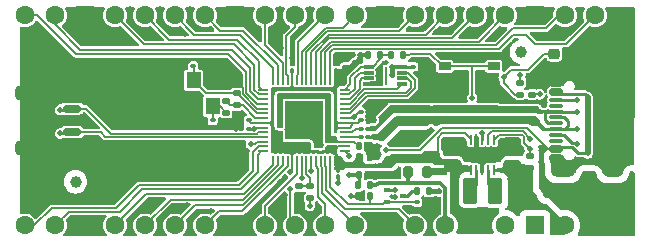
<source format=gbr>
G04 #@! TF.GenerationSoftware,KiCad,Pcbnew,8.0.6*
G04 #@! TF.CreationDate,2024-11-24T01:45:05-05:00*
G04 #@! TF.ProjectId,RPI-PICO-R3a-PUBLIC,5250492d-5049-4434-9f2d-5233612d5055,4*
G04 #@! TF.SameCoordinates,Original*
G04 #@! TF.FileFunction,Copper,L1,Top*
G04 #@! TF.FilePolarity,Positive*
%FSLAX46Y46*%
G04 Gerber Fmt 4.6, Leading zero omitted, Abs format (unit mm)*
G04 Created by KiCad (PCBNEW 8.0.6) date 2024-11-24 01:45:05*
%MOMM*%
%LPD*%
G01*
G04 APERTURE LIST*
G04 Aperture macros list*
%AMRoundRect*
0 Rectangle with rounded corners*
0 $1 Rounding radius*
0 $2 $3 $4 $5 $6 $7 $8 $9 X,Y pos of 4 corners*
0 Add a 4 corners polygon primitive as box body*
4,1,4,$2,$3,$4,$5,$6,$7,$8,$9,$2,$3,0*
0 Add four circle primitives for the rounded corners*
1,1,$1+$1,$2,$3*
1,1,$1+$1,$4,$5*
1,1,$1+$1,$6,$7*
1,1,$1+$1,$8,$9*
0 Add four rect primitives between the rounded corners*
20,1,$1+$1,$2,$3,$4,$5,0*
20,1,$1+$1,$4,$5,$6,$7,0*
20,1,$1+$1,$6,$7,$8,$9,0*
20,1,$1+$1,$8,$9,$2,$3,0*%
G04 Aperture macros list end*
G04 #@! TA.AperFunction,SMDPad,CuDef*
%ADD10C,1.000000*%
G04 #@! TD*
G04 #@! TA.AperFunction,SMDPad,CuDef*
%ADD11RoundRect,0.135000X0.135000X0.185000X-0.135000X0.185000X-0.135000X-0.185000X0.135000X-0.185000X0*%
G04 #@! TD*
G04 #@! TA.AperFunction,SMDPad,CuDef*
%ADD12RoundRect,0.250000X0.475000X-0.250000X0.475000X0.250000X-0.475000X0.250000X-0.475000X-0.250000X0*%
G04 #@! TD*
G04 #@! TA.AperFunction,SMDPad,CuDef*
%ADD13RoundRect,0.250000X0.375000X0.850000X-0.375000X0.850000X-0.375000X-0.850000X0.375000X-0.850000X0*%
G04 #@! TD*
G04 #@! TA.AperFunction,ComponentPad*
%ADD14C,1.600000*%
G04 #@! TD*
G04 #@! TA.AperFunction,ComponentPad*
%ADD15R,1.600000X1.600000*%
G04 #@! TD*
G04 #@! TA.AperFunction,SMDPad,CuDef*
%ADD16R,0.900000X0.300000*%
G04 #@! TD*
G04 #@! TA.AperFunction,SMDPad,CuDef*
%ADD17R,0.250000X1.650000*%
G04 #@! TD*
G04 #@! TA.AperFunction,SMDPad,CuDef*
%ADD18RoundRect,0.100000X0.130000X0.100000X-0.130000X0.100000X-0.130000X-0.100000X0.130000X-0.100000X0*%
G04 #@! TD*
G04 #@! TA.AperFunction,SMDPad,CuDef*
%ADD19RoundRect,0.135000X-0.135000X-0.185000X0.135000X-0.185000X0.135000X0.185000X-0.135000X0.185000X0*%
G04 #@! TD*
G04 #@! TA.AperFunction,SMDPad,CuDef*
%ADD20RoundRect,0.140000X-0.140000X-0.170000X0.140000X-0.170000X0.140000X0.170000X-0.140000X0.170000X0*%
G04 #@! TD*
G04 #@! TA.AperFunction,SMDPad,CuDef*
%ADD21RoundRect,0.135000X-0.185000X0.135000X-0.185000X-0.135000X0.185000X-0.135000X0.185000X0.135000X0*%
G04 #@! TD*
G04 #@! TA.AperFunction,SMDPad,CuDef*
%ADD22R,1.050000X0.650000*%
G04 #@! TD*
G04 #@! TA.AperFunction,SMDPad,CuDef*
%ADD23RoundRect,0.100000X0.155000X0.100000X-0.155000X0.100000X-0.155000X-0.100000X0.155000X-0.100000X0*%
G04 #@! TD*
G04 #@! TA.AperFunction,SMDPad,CuDef*
%ADD24RoundRect,0.100000X0.021213X0.162635X-0.162635X-0.021213X-0.021213X-0.162635X0.162635X0.021213X0*%
G04 #@! TD*
G04 #@! TA.AperFunction,SMDPad,CuDef*
%ADD25RoundRect,0.100000X0.100000X-0.130000X0.100000X0.130000X-0.100000X0.130000X-0.100000X-0.130000X0*%
G04 #@! TD*
G04 #@! TA.AperFunction,SMDPad,CuDef*
%ADD26RoundRect,0.135000X0.185000X-0.135000X0.185000X0.135000X-0.185000X0.135000X-0.185000X-0.135000X0*%
G04 #@! TD*
G04 #@! TA.AperFunction,SMDPad,CuDef*
%ADD27RoundRect,0.100000X-0.130000X-0.100000X0.130000X-0.100000X0.130000X0.100000X-0.130000X0.100000X0*%
G04 #@! TD*
G04 #@! TA.AperFunction,SMDPad,CuDef*
%ADD28RoundRect,0.200000X0.200000X0.275000X-0.200000X0.275000X-0.200000X-0.275000X0.200000X-0.275000X0*%
G04 #@! TD*
G04 #@! TA.AperFunction,SMDPad,CuDef*
%ADD29RoundRect,0.140000X0.170000X-0.140000X0.170000X0.140000X-0.170000X0.140000X-0.170000X-0.140000X0*%
G04 #@! TD*
G04 #@! TA.AperFunction,SMDPad,CuDef*
%ADD30RoundRect,0.150000X0.425000X-0.150000X0.425000X0.150000X-0.425000X0.150000X-0.425000X-0.150000X0*%
G04 #@! TD*
G04 #@! TA.AperFunction,SMDPad,CuDef*
%ADD31RoundRect,0.075000X0.500000X-0.075000X0.500000X0.075000X-0.500000X0.075000X-0.500000X-0.075000X0*%
G04 #@! TD*
G04 #@! TA.AperFunction,ComponentPad*
%ADD32O,2.100000X1.000000*%
G04 #@! TD*
G04 #@! TA.AperFunction,ComponentPad*
%ADD33O,1.800000X1.000000*%
G04 #@! TD*
G04 #@! TA.AperFunction,SMDPad,CuDef*
%ADD34RoundRect,0.218750X-0.256250X0.218750X-0.256250X-0.218750X0.256250X-0.218750X0.256250X0.218750X0*%
G04 #@! TD*
G04 #@! TA.AperFunction,SMDPad,CuDef*
%ADD35RoundRect,0.062500X0.062500X-0.337500X0.062500X0.337500X-0.062500X0.337500X-0.062500X-0.337500X0*%
G04 #@! TD*
G04 #@! TA.AperFunction,HeatsinkPad*
%ADD36R,2.200000X1.300000*%
G04 #@! TD*
G04 #@! TA.AperFunction,SMDPad,CuDef*
%ADD37R,1.200000X1.400000*%
G04 #@! TD*
G04 #@! TA.AperFunction,SMDPad,CuDef*
%ADD38RoundRect,0.150000X-0.625000X0.150000X-0.625000X-0.150000X0.625000X-0.150000X0.625000X0.150000X0*%
G04 #@! TD*
G04 #@! TA.AperFunction,SMDPad,CuDef*
%ADD39RoundRect,0.250000X-0.650000X0.350000X-0.650000X-0.350000X0.650000X-0.350000X0.650000X0.350000X0*%
G04 #@! TD*
G04 #@! TA.AperFunction,SMDPad,CuDef*
%ADD40RoundRect,0.050000X-0.050000X0.387500X-0.050000X-0.387500X0.050000X-0.387500X0.050000X0.387500X0*%
G04 #@! TD*
G04 #@! TA.AperFunction,SMDPad,CuDef*
%ADD41RoundRect,0.050000X-0.387500X0.050000X-0.387500X-0.050000X0.387500X-0.050000X0.387500X0.050000X0*%
G04 #@! TD*
G04 #@! TA.AperFunction,HeatsinkPad*
%ADD42R,3.200000X3.200000*%
G04 #@! TD*
G04 #@! TA.AperFunction,SMDPad,CuDef*
%ADD43RoundRect,0.250000X-0.300000X-0.300000X0.300000X-0.300000X0.300000X0.300000X-0.300000X0.300000X0*%
G04 #@! TD*
G04 #@! TA.AperFunction,SMDPad,CuDef*
%ADD44RoundRect,0.100000X-0.100000X0.130000X-0.100000X-0.130000X0.100000X-0.130000X0.100000X0.130000X0*%
G04 #@! TD*
G04 #@! TA.AperFunction,ViaPad*
%ADD45C,0.500000*%
G04 #@! TD*
G04 #@! TA.AperFunction,Conductor*
%ADD46C,0.250000*%
G04 #@! TD*
G04 #@! TA.AperFunction,Conductor*
%ADD47C,0.200000*%
G04 #@! TD*
G04 #@! TA.AperFunction,Conductor*
%ADD48C,0.300000*%
G04 #@! TD*
G04 #@! TA.AperFunction,Conductor*
%ADD49C,0.400000*%
G04 #@! TD*
G04 #@! TA.AperFunction,Conductor*
%ADD50C,0.130000*%
G04 #@! TD*
G04 #@! TA.AperFunction,Conductor*
%ADD51C,0.500000*%
G04 #@! TD*
G04 #@! TA.AperFunction,Conductor*
%ADD52C,0.150000*%
G04 #@! TD*
G04 APERTURE END LIST*
D10*
X130600000Y-109700000D03*
D11*
X156360000Y-99000000D03*
X155340000Y-99000000D03*
D12*
X167550000Y-108350000D03*
X167550000Y-106450000D03*
D13*
X166125000Y-110500000D03*
X163975000Y-110500000D03*
D11*
X155560000Y-110000000D03*
X154540000Y-110000000D03*
D14*
X126320000Y-113390000D03*
X128860000Y-113390000D03*
D15*
X131400000Y-113390000D03*
D14*
X133940000Y-113390000D03*
X136480000Y-113390000D03*
X139020000Y-113390000D03*
X141560000Y-113390000D03*
D15*
X144100000Y-113390000D03*
D14*
X146640000Y-113390000D03*
X149180000Y-113390000D03*
X151720000Y-113390000D03*
X154260000Y-113390000D03*
D15*
X156800000Y-113390000D03*
D14*
X159340000Y-113390000D03*
X161880000Y-113390000D03*
X164420000Y-113390000D03*
X166960000Y-113390000D03*
D15*
X169500000Y-113390000D03*
D14*
X172040000Y-113390000D03*
X174580000Y-113390000D03*
D16*
X155450000Y-99950000D03*
X155450000Y-100450000D03*
X155450000Y-100950000D03*
X155450000Y-101450000D03*
X158250000Y-101450000D03*
X158250000Y-100950000D03*
X158250000Y-100450000D03*
X158250000Y-99950000D03*
D17*
X156850000Y-100700000D03*
D18*
X145270000Y-104500000D03*
X144630000Y-104500000D03*
D19*
X159540000Y-110500000D03*
X160560000Y-110500000D03*
D20*
X154570000Y-109100000D03*
X155530000Y-109100000D03*
D21*
X169050000Y-107490000D03*
X169050000Y-108510000D03*
D22*
X161875000Y-99925000D03*
X166025000Y-99925000D03*
X161875000Y-102075000D03*
X166025000Y-102075000D03*
D23*
X157005000Y-110400000D03*
X157005000Y-111400000D03*
X158295000Y-110900000D03*
D18*
X155370000Y-105900000D03*
X154730000Y-105900000D03*
D19*
X157340000Y-99000000D03*
X158360000Y-99000000D03*
D24*
X148776274Y-108873726D03*
X148323726Y-109326274D03*
D25*
X152650000Y-100320000D03*
X152650000Y-99680000D03*
D18*
X145270000Y-105200000D03*
X144630000Y-105200000D03*
D20*
X154570000Y-107600000D03*
X155530000Y-107600000D03*
D26*
X143350000Y-103860000D03*
X143350000Y-102840000D03*
D27*
X154730000Y-103800000D03*
X155370000Y-103800000D03*
D26*
X169250000Y-102310000D03*
X169250000Y-101290000D03*
D21*
X150450000Y-110090000D03*
X150450000Y-111110000D03*
D28*
X160375000Y-108900000D03*
X158725000Y-108900000D03*
D21*
X144250000Y-102190000D03*
X144250000Y-103210000D03*
D14*
X174580000Y-95610000D03*
X172040000Y-95610000D03*
D15*
X169500000Y-95610000D03*
D14*
X166960000Y-95610000D03*
X164420000Y-95610000D03*
X161880000Y-95610000D03*
X159340000Y-95610000D03*
D15*
X156800000Y-95610000D03*
D14*
X154260000Y-95610000D03*
X151720000Y-95610000D03*
X149180000Y-95610000D03*
X146640000Y-95610000D03*
D15*
X144100000Y-95610000D03*
D14*
X141560000Y-95610000D03*
X139020000Y-95610000D03*
X136480000Y-95610000D03*
X133940000Y-95610000D03*
D15*
X131400000Y-95610000D03*
D14*
X128860000Y-95610000D03*
X126320000Y-95610000D03*
D21*
X168250000Y-101290000D03*
X168250000Y-102310000D03*
D29*
X153500000Y-100280000D03*
X153500000Y-99320000D03*
D27*
X159530000Y-111400000D03*
X160170000Y-111400000D03*
D18*
X142220000Y-104500000D03*
X141580000Y-104500000D03*
D30*
X171320000Y-107700000D03*
X171320000Y-106900000D03*
D31*
X171320000Y-105750000D03*
X171320000Y-104750000D03*
X171320000Y-104250000D03*
X171320000Y-103250000D03*
D30*
X171320000Y-102100000D03*
X171320000Y-101300000D03*
X171320000Y-101300000D03*
X171320000Y-102100000D03*
D31*
X171320000Y-102750000D03*
X171320000Y-103750000D03*
X171320000Y-105250000D03*
X171320000Y-106250000D03*
D30*
X171320000Y-106900000D03*
X171320000Y-107700000D03*
D32*
X171895000Y-108820000D03*
D33*
X176075000Y-108820000D03*
D32*
X171895000Y-100180000D03*
D33*
X176075000Y-100180000D03*
D12*
X162550000Y-108350000D03*
X162550000Y-106450000D03*
D34*
X171150000Y-97312500D03*
X171150000Y-98887500D03*
D10*
X168350000Y-98700000D03*
D35*
X164050000Y-108675000D03*
X164550000Y-108675000D03*
X165050000Y-108675000D03*
X165550000Y-108675000D03*
X166050000Y-108675000D03*
X166050000Y-106125000D03*
X165550000Y-106125000D03*
X165050000Y-106125000D03*
X164550000Y-106125000D03*
X164050000Y-106125000D03*
D36*
X165050000Y-107400000D03*
D18*
X155370000Y-105200000D03*
X154730000Y-105200000D03*
D25*
X148950000Y-100320000D03*
X148950000Y-99680000D03*
D19*
X154540000Y-110900000D03*
X155560000Y-110900000D03*
D37*
X140600000Y-101100000D03*
X140600000Y-103300000D03*
X142200000Y-103300000D03*
X142200000Y-101100000D03*
D38*
X130300000Y-103500000D03*
X130300000Y-104500000D03*
X130300000Y-105500000D03*
D39*
X126425000Y-102200000D03*
X126425000Y-106800000D03*
D27*
X154730000Y-104500000D03*
X155370000Y-104500000D03*
X140580000Y-99900000D03*
X141220000Y-99900000D03*
D20*
X154570000Y-106700000D03*
X155530000Y-106700000D03*
D27*
X159180000Y-99950000D03*
X159820000Y-99950000D03*
D40*
X152550000Y-101062500D03*
X152150000Y-101062500D03*
X151750000Y-101062500D03*
X151350000Y-101062500D03*
X150950000Y-101062500D03*
X150550000Y-101062500D03*
X150150000Y-101062500D03*
X149750000Y-101062500D03*
X149350000Y-101062500D03*
X148950000Y-101062500D03*
X148550000Y-101062500D03*
X148150000Y-101062500D03*
X147750000Y-101062500D03*
X147350000Y-101062500D03*
D41*
X146512500Y-101900000D03*
X146512500Y-102300000D03*
X146512500Y-102700000D03*
X146512500Y-103100000D03*
X146512500Y-103500000D03*
X146512500Y-103900000D03*
X146512500Y-104300000D03*
X146512500Y-104700000D03*
X146512500Y-105100000D03*
X146512500Y-105500000D03*
X146512500Y-105900000D03*
X146512500Y-106300000D03*
X146512500Y-106700000D03*
X146512500Y-107100000D03*
D40*
X147350000Y-107937500D03*
X147750000Y-107937500D03*
X148150000Y-107937500D03*
X148550000Y-107937500D03*
X148950000Y-107937500D03*
X149350000Y-107937500D03*
X149750000Y-107937500D03*
X150150000Y-107937500D03*
X150550000Y-107937500D03*
X150950000Y-107937500D03*
X151350000Y-107937500D03*
X151750000Y-107937500D03*
X152150000Y-107937500D03*
X152550000Y-107937500D03*
D41*
X153387500Y-107100000D03*
X153387500Y-106700000D03*
X153387500Y-106300000D03*
X153387500Y-105900000D03*
X153387500Y-105500000D03*
X153387500Y-105100000D03*
X153387500Y-104700000D03*
X153387500Y-104300000D03*
X153387500Y-103900000D03*
X153387500Y-103500000D03*
X153387500Y-103100000D03*
X153387500Y-102700000D03*
X153387500Y-102300000D03*
X153387500Y-101900000D03*
D42*
X149950000Y-104500000D03*
D43*
X167950000Y-110500000D03*
X170750000Y-110500000D03*
D44*
X152850000Y-108680000D03*
X152850000Y-109320000D03*
D26*
X149550000Y-111110000D03*
X149550000Y-110090000D03*
D45*
X154728000Y-99000000D03*
X157423000Y-100673000D03*
X157423000Y-99950000D03*
X154150000Y-99850000D03*
X161050000Y-108900000D03*
X157650000Y-110400000D03*
X165050000Y-105600000D03*
X161350000Y-110500000D03*
X167350000Y-109473000D03*
X150450000Y-111722000D03*
X156850000Y-107000000D03*
X166850000Y-100850000D03*
X153750000Y-107500000D03*
X153750000Y-109100000D03*
X169050000Y-106878000D03*
X173100000Y-106476800D03*
X145750000Y-105200000D03*
X154178000Y-104200000D03*
X147900000Y-104900000D03*
X152000000Y-104200000D03*
X148800000Y-110300000D03*
X145450000Y-106500000D03*
X173100000Y-103750000D03*
X173100000Y-105264814D03*
X129300000Y-103600000D03*
X129300000Y-105600000D03*
X173100000Y-102750000D03*
X148850000Y-105600000D03*
X162650000Y-99000000D03*
X148850000Y-104450000D03*
X161300000Y-112200000D03*
X160600000Y-95100000D03*
X169550000Y-97400000D03*
X149750000Y-112100000D03*
X165850000Y-97450000D03*
X153950000Y-110900000D03*
X156172000Y-109100000D03*
X126450000Y-103400000D03*
X163750000Y-107100000D03*
X151050000Y-103400000D03*
X127350000Y-96400000D03*
X160750000Y-102800000D03*
X128150000Y-108000000D03*
X163350000Y-97350000D03*
X135200000Y-95100000D03*
X149900000Y-103400000D03*
X142050000Y-96750000D03*
X142050000Y-112200000D03*
X149900000Y-105600000D03*
X170250000Y-100450000D03*
X141900000Y-99900000D03*
X133050000Y-111400000D03*
X151050000Y-104450000D03*
X144550000Y-101500000D03*
X147950000Y-109700000D03*
X170250000Y-103200000D03*
X148300000Y-110850000D03*
X160600000Y-113900000D03*
X144173000Y-105200000D03*
X157650000Y-111000000D03*
X166350000Y-107700000D03*
X135200000Y-97750000D03*
X149900000Y-104450000D03*
X158850000Y-96750000D03*
X141100000Y-104950000D03*
X152850000Y-109780000D03*
X173050000Y-96400000D03*
X129150000Y-106400000D03*
X152650000Y-99220000D03*
X137700000Y-97550000D03*
X140300000Y-113900000D03*
X127250000Y-112600000D03*
X132550000Y-108100000D03*
X135200000Y-113900000D03*
X151350000Y-106600000D03*
X156277000Y-101300000D03*
X160950000Y-111400000D03*
X161100000Y-97050000D03*
X159820000Y-100550000D03*
X157850000Y-109200000D03*
X147900000Y-95100000D03*
X155850000Y-103800000D03*
X148950000Y-99220000D03*
X139850000Y-97150000D03*
X160700000Y-105350000D03*
X151050000Y-105600000D03*
X126450000Y-105800000D03*
X156150000Y-107600000D03*
X131600000Y-104500000D03*
X150450000Y-95100000D03*
X166350000Y-107100000D03*
X137750000Y-95100000D03*
X148850000Y-103400000D03*
X144950000Y-107250000D03*
X154080000Y-98950000D03*
X163750000Y-107700000D03*
X144173000Y-104500000D03*
X147900000Y-113900000D03*
X156300000Y-100700000D03*
X137950000Y-111250000D03*
X159820000Y-99350000D03*
X155850000Y-104500000D03*
X156150000Y-106700000D03*
X148000000Y-98400000D03*
X166000000Y-100800000D03*
X137750000Y-113900000D03*
X140000000Y-111700000D03*
X165700000Y-95100000D03*
X163150000Y-95100000D03*
X140300000Y-95100000D03*
X150550000Y-108800000D03*
X168250000Y-100660000D03*
X149750000Y-109400000D03*
X169070000Y-106100000D03*
X169885000Y-102285000D03*
X164175000Y-102575000D03*
D46*
X158250000Y-99950000D02*
X159180000Y-99950000D01*
D47*
X163550500Y-105590500D02*
X164050000Y-106090000D01*
X148950000Y-101062500D02*
X148950000Y-100320000D01*
X154000200Y-104927400D02*
X154000200Y-104700000D01*
X154530000Y-104700000D02*
X154730000Y-104500000D01*
X147098800Y-104700000D02*
X146512500Y-104700000D01*
X153387500Y-105100000D02*
X152801200Y-105100000D01*
D46*
X157005000Y-110400000D02*
X157650000Y-110400000D01*
D47*
X154000200Y-104700000D02*
X154530000Y-104700000D01*
X164050000Y-106090000D02*
X164050000Y-106125000D01*
X161659600Y-105590500D02*
X163550500Y-105590500D01*
X153387500Y-104700000D02*
X154000200Y-104700000D01*
X148950000Y-101062500D02*
X148950000Y-101648800D01*
X145270000Y-104500000D02*
X145470000Y-104700000D01*
X161659600Y-105590500D02*
X161250000Y-106000100D01*
X145470000Y-104700000D02*
X146512500Y-104700000D01*
D48*
X158250000Y-99950000D02*
X157423000Y-99950000D01*
X155340000Y-99000000D02*
X154728000Y-99000000D01*
D47*
X153387500Y-104700000D02*
X152801200Y-104700000D01*
X153387500Y-106700000D02*
X152801200Y-106700000D01*
X153827600Y-105100000D02*
X154000200Y-104927400D01*
X148950000Y-107351200D02*
X148950000Y-107937500D01*
X161250000Y-106000100D02*
X161250000Y-107300000D01*
X148776274Y-108873726D02*
X148950000Y-108700000D01*
D49*
X157423000Y-99950000D02*
X157423000Y-100673000D01*
D47*
X153387500Y-105100000D02*
X153827600Y-105100000D01*
X148950000Y-108700000D02*
X148950000Y-107937500D01*
D46*
X167225000Y-108675000D02*
X167550000Y-108350000D01*
X166050000Y-108675000D02*
X167225000Y-108675000D01*
X165050000Y-106125000D02*
X165050000Y-105600000D01*
D49*
X161350000Y-110500000D02*
X160560000Y-110500000D01*
D50*
X156850000Y-107000000D02*
X159750000Y-107000000D01*
D46*
X171320000Y-106900000D02*
X171430000Y-106790000D01*
X171430000Y-106790000D02*
X172677600Y-106790000D01*
X173699800Y-102275000D02*
X173950000Y-102514400D01*
X172677600Y-106790000D02*
X173177200Y-107289600D01*
X171320000Y-102100000D02*
X171495000Y-102275000D01*
D50*
X161600000Y-105150000D02*
X168835590Y-105150000D01*
D51*
X173950000Y-102514400D02*
X173950000Y-107289600D01*
D52*
X150450000Y-111722000D02*
X150450000Y-111110000D01*
D46*
X173177200Y-107289600D02*
X173950000Y-107289600D01*
D50*
X168835590Y-105150000D02*
X170585590Y-106900000D01*
X170585590Y-106900000D02*
X171320000Y-106900000D01*
D46*
X171495000Y-102275000D02*
X173699800Y-102275000D01*
D50*
X159750000Y-107000000D02*
X161600000Y-105150000D01*
D46*
X165550000Y-109925000D02*
X165550000Y-108675000D01*
X166125000Y-110500000D02*
X165550000Y-109925000D01*
X163975000Y-110500000D02*
X164550000Y-109925000D01*
X164550000Y-109925000D02*
X164550000Y-108675000D01*
D52*
X167500000Y-100200000D02*
X166850000Y-100850000D01*
X166850000Y-100850000D02*
X166850000Y-101352000D01*
X168938400Y-100200000D02*
X170250900Y-98887500D01*
X166850000Y-101352000D02*
X167808000Y-102310000D01*
X167500000Y-100200000D02*
X168938400Y-100200000D01*
X171150000Y-98887500D02*
X170250900Y-98887500D01*
X167808000Y-102310000D02*
X168250000Y-102310000D01*
D47*
X153750000Y-107462500D02*
X153387500Y-107100000D01*
X153750000Y-107500000D02*
X153750000Y-107462500D01*
D46*
X154570000Y-109100000D02*
X154570000Y-109970000D01*
X154570000Y-109970000D02*
X154540000Y-110000000D01*
D48*
X154570000Y-109100000D02*
X153750000Y-109100000D01*
D52*
X144250000Y-102190000D02*
X145960000Y-103900000D01*
X141690000Y-102190000D02*
X140600000Y-101100000D01*
X145960000Y-103900000D02*
X146512500Y-103900000D01*
X144250000Y-102190000D02*
X141690000Y-102190000D01*
X140600000Y-101100000D02*
X140600000Y-99920000D01*
X140600000Y-99920000D02*
X140580000Y-99900000D01*
D50*
X155450000Y-99950000D02*
X154750000Y-99950000D01*
X154750000Y-99950000D02*
X153850000Y-100850000D01*
D52*
X155450000Y-99950000D02*
X155750000Y-99950000D01*
D50*
X153850000Y-100850000D02*
X153850000Y-101437500D01*
D52*
X156360000Y-99340000D02*
X156360000Y-99000000D01*
X155750000Y-99950000D02*
X156360000Y-99340000D01*
D50*
X153850000Y-101437500D02*
X153387500Y-101900000D01*
D52*
X156360000Y-99000000D02*
X157340000Y-99000000D01*
D50*
X154250000Y-101840600D02*
X153790600Y-102300000D01*
X154250000Y-101840600D02*
X154250000Y-100918400D01*
X154250000Y-100918400D02*
X154718400Y-100450000D01*
X154718400Y-100450000D02*
X155450000Y-100450000D01*
X153790600Y-102300000D02*
X153387500Y-102300000D01*
X154650000Y-101852000D02*
X153802000Y-102700000D01*
X154650000Y-101170000D02*
X154870000Y-100950000D01*
X153802000Y-102700000D02*
X153387500Y-102700000D01*
X154870000Y-100950000D02*
X155450000Y-100950000D01*
X154650000Y-101852000D02*
X154650000Y-101170000D01*
X168390700Y-105700000D02*
X166475000Y-105700000D01*
D52*
X169050000Y-107490000D02*
X169050000Y-106878000D01*
D50*
X168550000Y-105859300D02*
X168550000Y-106378000D01*
X166475000Y-105700000D02*
X166050000Y-106125000D01*
X168390700Y-105700000D02*
X168550000Y-105859300D01*
X168550000Y-106378000D02*
X169050000Y-106878000D01*
D46*
X171949000Y-105750000D02*
X172625000Y-106426000D01*
X171320000Y-105750000D02*
X171949000Y-105750000D01*
X173049200Y-106426000D02*
X173100000Y-106476800D01*
X172625000Y-106426000D02*
X173049200Y-106426000D01*
X158295000Y-110900000D02*
X158695600Y-110900000D01*
X159095600Y-110500000D02*
X159540000Y-110500000D01*
X158295000Y-110900000D02*
X158295000Y-110894200D01*
X158695600Y-110900000D02*
X159095600Y-110500000D01*
D47*
X154178000Y-104200000D02*
X154078000Y-104300000D01*
X153387500Y-106300000D02*
X152801200Y-106300000D01*
X153387500Y-106300000D02*
X154170000Y-106300000D01*
X145850000Y-105100000D02*
X146512500Y-105100000D01*
X154578000Y-103800000D02*
X154178000Y-104200000D01*
D46*
X145270000Y-105200000D02*
X145750000Y-105200000D01*
D47*
X145750000Y-105200000D02*
X145850000Y-105100000D01*
X154170000Y-106300000D02*
X154570000Y-106700000D01*
X154730000Y-103800000D02*
X154578000Y-103800000D01*
X154078000Y-104300000D02*
X153387500Y-104300000D01*
D50*
X157850000Y-101850000D02*
X158250000Y-101450000D01*
X155052000Y-101850000D02*
X157850000Y-101850000D01*
X153802000Y-103100000D02*
X153387500Y-103100000D01*
X155052000Y-101850000D02*
X153802000Y-103100000D01*
X158700000Y-100950000D02*
X158250000Y-100950000D01*
X153802000Y-103500000D02*
X153387500Y-103500000D01*
X158990700Y-101240700D02*
X158700000Y-100950000D01*
X158990700Y-101240700D02*
X158990700Y-101759300D01*
X158600000Y-102150000D02*
X158990700Y-101759300D01*
X155152000Y-102150000D02*
X153802000Y-103500000D01*
X155152000Y-102150000D02*
X158600000Y-102150000D01*
D52*
X142200000Y-104480000D02*
X142220000Y-104500000D01*
X142200000Y-103300000D02*
X142200000Y-104480000D01*
X142816300Y-103300000D02*
X143346300Y-103835000D01*
X142816300Y-103300000D02*
X142200000Y-103300000D01*
D50*
X155252000Y-102450000D02*
X153802000Y-103900000D01*
X155252000Y-102450000D02*
X158625270Y-102450000D01*
X158625270Y-102450000D02*
X159350000Y-101725270D01*
X153802000Y-103900000D02*
X153387500Y-103900000D01*
X159350000Y-101082400D02*
X158717600Y-100450000D01*
X158717600Y-100450000D02*
X158250000Y-100450000D01*
X159350000Y-101725270D02*
X159350000Y-101082400D01*
D52*
X166450000Y-98450000D02*
X167668800Y-97231200D01*
X152150000Y-98700000D02*
X152400000Y-98450000D01*
X152400000Y-98450000D02*
X166450000Y-98450000D01*
X168732200Y-97231200D02*
X169545000Y-98044000D01*
X172146000Y-98044000D02*
X174580000Y-95610000D01*
X167668800Y-97231200D02*
X168732200Y-97231200D01*
X152150000Y-101062500D02*
X152150000Y-98700000D01*
X169545000Y-98044000D02*
X172146000Y-98044000D01*
X167650000Y-96700000D02*
X170457200Y-96700000D01*
X170457200Y-96700000D02*
X171547200Y-95610000D01*
X152310000Y-98150000D02*
X166200000Y-98150000D01*
X151750000Y-98710000D02*
X151750000Y-101062500D01*
X152310000Y-98150000D02*
X151750000Y-98710000D01*
X171547200Y-95610000D02*
X172040000Y-95610000D01*
X166200000Y-98150000D02*
X167650000Y-96700000D01*
X152220000Y-97850000D02*
X164720000Y-97850000D01*
X152220000Y-97850000D02*
X151350000Y-98720000D01*
X164720000Y-97850000D02*
X166960000Y-95610000D01*
X151350000Y-98720000D02*
X151350000Y-101062500D01*
X150950000Y-98681200D02*
X150950000Y-101062500D01*
X162480000Y-97550000D02*
X152081200Y-97550000D01*
X162480000Y-97550000D02*
X164420000Y-95610000D01*
X152081200Y-97550000D02*
X150950000Y-98681200D01*
X152025600Y-97250000D02*
X150550000Y-98725600D01*
X150550000Y-98725600D02*
X150550000Y-101062500D01*
X160240000Y-97250000D02*
X161880000Y-95610000D01*
X160240000Y-97250000D02*
X152025600Y-97250000D01*
X150150000Y-98719200D02*
X150150000Y-101062500D01*
X151919200Y-96950000D02*
X150150000Y-98719200D01*
X159340000Y-95610000D02*
X158000000Y-96950000D01*
X158000000Y-96950000D02*
X151919200Y-96950000D01*
X153220000Y-96650000D02*
X154260000Y-95610000D01*
X151849200Y-96650000D02*
X149750000Y-98749200D01*
X151849200Y-96650000D02*
X153220000Y-96650000D01*
X149750000Y-98749200D02*
X149750000Y-101062500D01*
X149350000Y-101062500D02*
X149350000Y-100700000D01*
X149450000Y-97880000D02*
X151720000Y-95610000D01*
X149450000Y-97880000D02*
X149450000Y-100600000D01*
X149450000Y-100600000D02*
X149350000Y-100700000D01*
X148452000Y-100600000D02*
X148550000Y-100700000D01*
X149180000Y-96612000D02*
X148452000Y-97340000D01*
X148452000Y-97340000D02*
X148452000Y-100600000D01*
X148550000Y-101062500D02*
X148550000Y-100700000D01*
X149180000Y-96612000D02*
X149180000Y-95610000D01*
X146640000Y-98090000D02*
X146640000Y-95610000D01*
X146640000Y-98090000D02*
X148150000Y-99600000D01*
X148150000Y-99600000D02*
X148150000Y-101062500D01*
X142850000Y-96900000D02*
X141560000Y-95610000D01*
X144800000Y-96900000D02*
X147750000Y-99850000D01*
X142850000Y-96900000D02*
X144800000Y-96900000D01*
X147750000Y-99850000D02*
X147750000Y-101062500D01*
X144500000Y-97250000D02*
X147350000Y-100100000D01*
X140660000Y-97250000D02*
X144500000Y-97250000D01*
X140660000Y-97250000D02*
X139020000Y-95610000D01*
X147350000Y-100100000D02*
X147350000Y-101062500D01*
X138520000Y-97650000D02*
X136480000Y-95610000D01*
X146350000Y-101900000D02*
X146512500Y-101900000D01*
X146100000Y-99450000D02*
X146100000Y-101650000D01*
X138520000Y-97650000D02*
X144300000Y-97650000D01*
X144300000Y-97650000D02*
X146100000Y-99450000D01*
X146100000Y-101650000D02*
X146350000Y-101900000D01*
X145750000Y-101952000D02*
X146100000Y-102300000D01*
X136380000Y-98050000D02*
X133940000Y-95610000D01*
X144000000Y-98050000D02*
X145750000Y-99800000D01*
X146100000Y-102300000D02*
X146512500Y-102300000D01*
X144000000Y-98050000D02*
X136380000Y-98050000D01*
X145750000Y-101952000D02*
X145750000Y-99800000D01*
X146050000Y-102700000D02*
X145400000Y-102050000D01*
X145400000Y-102050000D02*
X145400000Y-100050000D01*
X145400000Y-100050000D02*
X143850000Y-98500000D01*
X143850000Y-98500000D02*
X130986600Y-98500000D01*
X146512500Y-102700000D02*
X146050000Y-102700000D01*
X128860000Y-96373400D02*
X128860000Y-95610000D01*
X130986600Y-98500000D02*
X128860000Y-96373400D01*
X143550000Y-98900000D02*
X145050000Y-100400000D01*
X130612000Y-98900000D02*
X143550000Y-98900000D01*
X145950000Y-103100000D02*
X146512500Y-103100000D01*
X145050000Y-102200000D02*
X145950000Y-103100000D01*
X127322000Y-95610000D02*
X130612000Y-98900000D01*
X127322000Y-95610000D02*
X126320000Y-95610000D01*
X145050000Y-102200000D02*
X145050000Y-100400000D01*
X134050000Y-111900000D02*
X128587200Y-111900000D01*
X145600000Y-107198000D02*
X145600000Y-108750000D01*
X127097200Y-113390000D02*
X126320000Y-113390000D01*
X128587200Y-111900000D02*
X127097200Y-113390000D01*
X146098000Y-106700000D02*
X145600000Y-107198000D01*
X144401500Y-109948500D02*
X136001500Y-109948500D01*
X146512500Y-106700000D02*
X146098000Y-106700000D01*
X145600000Y-108750000D02*
X144401500Y-109948500D01*
X136001500Y-109948500D02*
X134050000Y-111900000D01*
X146050000Y-107391200D02*
X146341200Y-107100000D01*
X134382800Y-112217200D02*
X136251500Y-110348500D01*
X146050000Y-108900000D02*
X146050000Y-107391200D01*
X128860000Y-113390000D02*
X130032800Y-112217200D01*
X130032800Y-112217200D02*
X134382800Y-112217200D01*
X136251500Y-110348500D02*
X144601500Y-110348500D01*
X146341200Y-107100000D02*
X146512500Y-107100000D01*
X144601500Y-110348500D02*
X146050000Y-108900000D01*
X144877100Y-110748500D02*
X147350000Y-108275600D01*
X133940000Y-113390000D02*
X136581500Y-110748500D01*
X147350000Y-108275600D02*
X147350000Y-107937500D01*
X136581500Y-110748500D02*
X144877100Y-110748500D01*
X138648500Y-111221500D02*
X136480000Y-113390000D01*
X144823084Y-111221500D02*
X147750000Y-108294584D01*
X147750000Y-108294584D02*
X147750000Y-107937500D01*
X138648500Y-111221500D02*
X144823084Y-111221500D01*
X144744584Y-111700000D02*
X148150000Y-108294584D01*
X140710000Y-111700000D02*
X139020000Y-113390000D01*
X140710000Y-111700000D02*
X144744584Y-111700000D01*
X148150000Y-108294584D02*
X148150000Y-107937500D01*
X142750000Y-112200000D02*
X141560000Y-113390000D01*
X144725400Y-112200000D02*
X148550000Y-108375400D01*
X142750000Y-112200000D02*
X144725400Y-112200000D01*
X148550000Y-108375400D02*
X148550000Y-107937500D01*
X149350000Y-109000000D02*
X149350000Y-107937500D01*
X149350000Y-109000000D02*
X146640000Y-111710000D01*
X146640000Y-111710000D02*
X146640000Y-113390000D01*
D50*
X148800000Y-113010000D02*
X149180000Y-113390000D01*
X148800000Y-110300000D02*
X148800000Y-113010000D01*
D52*
X145450000Y-106500000D02*
X145772800Y-106500000D01*
X145972800Y-106300000D02*
X146512500Y-106300000D01*
X145772800Y-106500000D02*
X145972800Y-106300000D01*
X151720000Y-111570000D02*
X151720000Y-113390000D01*
X151150000Y-108600000D02*
X151150000Y-111000000D01*
X151150000Y-108600000D02*
X150950000Y-108400000D01*
X151150000Y-111000000D02*
X151720000Y-111570000D01*
X150950000Y-108400000D02*
X150950000Y-107937500D01*
X151350000Y-108352000D02*
X151350000Y-107937500D01*
X151500000Y-108502000D02*
X151350000Y-108352000D01*
X151500000Y-108502000D02*
X151500000Y-110630000D01*
X151500000Y-110630000D02*
X154260000Y-113390000D01*
X151850000Y-110400000D02*
X153450000Y-112000000D01*
X151750000Y-107937500D02*
X151750000Y-108352000D01*
X151750000Y-108352000D02*
X151850000Y-108452000D01*
X151850000Y-108452000D02*
X151850000Y-110400000D01*
X157950000Y-112000000D02*
X159340000Y-113390000D01*
X153450000Y-112000000D02*
X157950000Y-112000000D01*
D48*
X158725000Y-109800000D02*
X158725000Y-108900000D01*
X156072000Y-110000000D02*
X155560000Y-110000000D01*
X158725000Y-109800000D02*
X161450000Y-109800000D01*
X161880000Y-110230000D02*
X161880000Y-113390000D01*
X156272000Y-109800000D02*
X156072000Y-110000000D01*
X156272000Y-109800000D02*
X158725000Y-109800000D01*
X161450000Y-109800000D02*
X161880000Y-110230000D01*
D46*
X170606618Y-104750000D02*
X170332400Y-104475782D01*
X170450400Y-103750000D02*
X171320000Y-103750000D01*
X155370000Y-105200000D02*
X155607200Y-105200000D01*
X170332400Y-103868000D02*
X170450400Y-103750000D01*
X170332400Y-104475782D02*
X170332400Y-103868000D01*
X173100000Y-103750000D02*
X171320000Y-103750000D01*
X171320000Y-104750000D02*
X170606618Y-104750000D01*
X172304797Y-104975335D02*
X172030132Y-105250000D01*
X172030132Y-105250000D02*
X171320000Y-105250000D01*
X170477200Y-105250000D02*
X170434000Y-105206800D01*
X171986311Y-104250000D02*
X172304797Y-104568486D01*
X173100000Y-105250000D02*
X172030132Y-105250000D01*
X171320000Y-104250000D02*
X171986311Y-104250000D01*
X171320000Y-105250000D02*
X170477200Y-105250000D01*
X173065000Y-105264814D02*
X173050186Y-105250000D01*
X172304797Y-104568486D02*
X172304797Y-104975335D01*
D52*
X131490800Y-103500000D02*
X130300000Y-103500000D01*
X133615800Y-105625000D02*
X131490800Y-103500000D01*
X145926041Y-105625000D02*
X133615800Y-105625000D01*
D46*
X129300000Y-103600000D02*
X130200000Y-103600000D01*
D52*
X146512500Y-105500000D02*
X146051041Y-105500000D01*
D46*
X130200000Y-103600000D02*
X130300000Y-103500000D01*
D52*
X146051041Y-105500000D02*
X145926041Y-105625000D01*
X132728800Y-105500000D02*
X130300000Y-105500000D01*
D46*
X130200000Y-105600000D02*
X130300000Y-105500000D01*
D52*
X133128800Y-105900000D02*
X132728800Y-105500000D01*
D46*
X129300000Y-105600000D02*
X130200000Y-105600000D01*
D52*
X146512500Y-105900000D02*
X133128800Y-105900000D01*
X155560000Y-111589600D02*
X155560000Y-110900000D01*
X159505000Y-111425000D02*
X159530000Y-111400000D01*
X153650000Y-111600000D02*
X155549600Y-111600000D01*
X152150000Y-107937500D02*
X152150000Y-110100000D01*
X155549600Y-111600000D02*
X156674800Y-111600000D01*
X152150000Y-110100000D02*
X153650000Y-111600000D01*
X156874800Y-111400000D02*
X157005000Y-111400000D01*
X157030000Y-111425000D02*
X159505000Y-111425000D01*
X156674800Y-111600000D02*
X156874800Y-111400000D01*
X157005000Y-111400000D02*
X157030000Y-111425000D01*
D46*
X171320000Y-102750000D02*
X173100000Y-102750000D01*
D52*
X144800000Y-101750000D02*
X144550000Y-101500000D01*
D46*
X169970800Y-102920800D02*
X166522400Y-102920800D01*
X164550000Y-106125000D02*
X164550000Y-106900000D01*
X155850000Y-104500000D02*
X155370000Y-104500000D01*
X165050000Y-108675000D02*
X165050000Y-107400000D01*
D52*
X145996446Y-103500000D02*
X144800000Y-102303554D01*
D46*
X153950000Y-110900000D02*
X154540000Y-110900000D01*
D48*
X156277000Y-101300000D02*
X156127000Y-101450000D01*
D52*
X144800000Y-102303554D02*
X144800000Y-101750000D01*
X146512500Y-103500000D02*
X145996446Y-103500000D01*
D46*
X166025000Y-102423400D02*
X166025000Y-102075000D01*
X164550000Y-106900000D02*
X165050000Y-107400000D01*
X160950000Y-111400000D02*
X160170000Y-111400000D01*
X152850000Y-109320000D02*
X152850000Y-109780000D01*
X170250000Y-103200000D02*
X169970800Y-102920800D01*
D48*
X156127000Y-101450000D02*
X155450000Y-101450000D01*
D46*
X166522400Y-102920800D02*
X166025000Y-102423400D01*
X155370000Y-103800000D02*
X155850000Y-103800000D01*
D52*
X150150000Y-107938675D02*
X150150000Y-108598959D01*
X150150000Y-108598959D02*
X150114000Y-108634959D01*
X150450000Y-109400000D02*
X150450000Y-110090000D01*
X150450000Y-110090000D02*
X149550000Y-110090000D01*
X150114000Y-108634959D02*
X150114000Y-109064000D01*
X150114000Y-109064000D02*
X150450000Y-109400000D01*
X150151175Y-107938675D02*
X150150000Y-107937500D01*
X168250000Y-101290000D02*
X168250000Y-100660000D01*
X150550000Y-108800000D02*
X150550000Y-107937500D01*
D50*
X169074640Y-105955640D02*
X169070000Y-105960280D01*
D52*
X169275000Y-102285000D02*
X169250000Y-102310000D01*
D50*
X165550000Y-105697898D02*
X165828481Y-105419417D01*
D52*
X149750000Y-109400000D02*
X149750000Y-107937500D01*
D50*
X165828481Y-105419417D02*
X168483692Y-105419417D01*
X168483692Y-105419417D02*
X169070000Y-106100000D01*
X165550000Y-106125000D02*
X165550000Y-105697898D01*
D52*
X169885000Y-102285000D02*
X169275000Y-102285000D01*
D47*
X154037200Y-105500000D02*
X153387500Y-105500000D01*
X154730000Y-105200000D02*
X154337200Y-105200000D01*
X154337200Y-105200000D02*
X154037200Y-105500000D01*
D52*
X144250000Y-103210000D02*
X143720000Y-103210000D01*
X143720000Y-103210000D02*
X143350000Y-102840000D01*
X145832000Y-104300000D02*
X144742000Y-103210000D01*
X144742000Y-103210000D02*
X144250000Y-103210000D01*
X145832000Y-104300000D02*
X146512500Y-104300000D01*
D47*
X154730000Y-105900000D02*
X153387500Y-105900000D01*
D50*
X164175000Y-100000000D02*
X164175000Y-102575000D01*
D52*
X158797000Y-99000000D02*
X158360000Y-99000000D01*
D47*
X161875000Y-99925000D02*
X164250000Y-99925000D01*
D50*
X164250000Y-99925000D02*
X164175000Y-100000000D01*
D52*
X158947000Y-98850000D02*
X160600000Y-98850000D01*
X158947000Y-98850000D02*
X158797000Y-99000000D01*
X160600000Y-98850000D02*
X161675000Y-99925000D01*
D47*
X166025000Y-99925000D02*
X164250000Y-99925000D01*
D52*
X161675000Y-99925000D02*
X161875000Y-99925000D01*
G04 #@! TA.AperFunction,Conductor*
G36*
X169613393Y-104186085D02*
G01*
X169629387Y-104198305D01*
X169865934Y-104411575D01*
X169902542Y-104471084D01*
X169906900Y-104503669D01*
X169906900Y-104531800D01*
X169935897Y-104640019D01*
X169991915Y-104737045D01*
X170266133Y-105011263D01*
X170345355Y-105090485D01*
X170442381Y-105146503D01*
X170530741Y-105170179D01*
X170590401Y-105206543D01*
X170620930Y-105269390D01*
X170612635Y-105338765D01*
X170586328Y-105377634D01*
X170583081Y-105380881D01*
X170521758Y-105414366D01*
X170495400Y-105417200D01*
X170291646Y-105417200D01*
X170224607Y-105397515D01*
X170208613Y-105385295D01*
X169744000Y-104966400D01*
X169220247Y-104966400D01*
X169153208Y-104946715D01*
X169132566Y-104930081D01*
X169060014Y-104857529D01*
X169060012Y-104857527D01*
X169018340Y-104833467D01*
X168976669Y-104809408D01*
X168921963Y-104794750D01*
X168883709Y-104784500D01*
X161648119Y-104784500D01*
X161551881Y-104784500D01*
X161458920Y-104809408D01*
X161375578Y-104857527D01*
X161303023Y-104930082D01*
X161241699Y-104963566D01*
X161215342Y-104966400D01*
X161146470Y-104966400D01*
X161079431Y-104946715D01*
X161070990Y-104940781D01*
X160977625Y-104869139D01*
X160977624Y-104869138D01*
X160977622Y-104869137D01*
X160843712Y-104813671D01*
X160843710Y-104813670D01*
X160843709Y-104813670D01*
X160771854Y-104804210D01*
X160700001Y-104794750D01*
X160699999Y-104794750D01*
X160556291Y-104813670D01*
X160556287Y-104813671D01*
X160422377Y-104869137D01*
X160408846Y-104879520D01*
X160329015Y-104940776D01*
X160263847Y-104965970D01*
X160253530Y-104966400D01*
X157943999Y-104966400D01*
X156730319Y-106180081D01*
X156668996Y-106213566D01*
X156642638Y-106216400D01*
X156445676Y-106216400D01*
X156398224Y-106206961D01*
X156293712Y-106163671D01*
X156293710Y-106163670D01*
X156293709Y-106163670D01*
X156221854Y-106154210D01*
X156150001Y-106144750D01*
X156149999Y-106144750D01*
X156006286Y-106163670D01*
X155998436Y-106165774D01*
X155997587Y-106162605D01*
X155943326Y-106168427D01*
X155891738Y-106146171D01*
X155878157Y-106136148D01*
X155878156Y-106136147D01*
X155752826Y-106092291D01*
X155752814Y-106092289D01*
X155723070Y-106089500D01*
X155723066Y-106089500D01*
X155668462Y-106089500D01*
X155601423Y-106069815D01*
X155580781Y-106053181D01*
X155531681Y-106004081D01*
X155498196Y-105942758D01*
X155503180Y-105873066D01*
X155531681Y-105828719D01*
X155544000Y-105816400D01*
X155594000Y-105766400D01*
X155594000Y-105766397D01*
X155603439Y-105743612D01*
X155607272Y-105745199D01*
X155613685Y-105723361D01*
X155666489Y-105677606D01*
X155718000Y-105666400D01*
X156144000Y-105666400D01*
X157607681Y-104202719D01*
X157669004Y-104169234D01*
X157695362Y-104166400D01*
X169546354Y-104166400D01*
X169613393Y-104186085D01*
G37*
G04 #@! TD.AperFunction*
G04 #@! TA.AperFunction,Conductor*
G36*
X152192848Y-102221903D02*
G01*
X152238603Y-102274707D01*
X152249809Y-102326218D01*
X152249809Y-105802218D01*
X152625500Y-105802218D01*
X152692539Y-105821903D01*
X152738294Y-105874707D01*
X152749500Y-105926218D01*
X152749500Y-105974678D01*
X152764032Y-106047735D01*
X152764033Y-106047739D01*
X152826185Y-106140757D01*
X152823310Y-106142677D01*
X152846975Y-106186016D01*
X152849809Y-106212374D01*
X152849809Y-106278218D01*
X152830124Y-106345257D01*
X152777320Y-106391012D01*
X152725809Y-106402218D01*
X151873809Y-106402218D01*
X151806770Y-106382533D01*
X151761015Y-106329729D01*
X151749809Y-106278218D01*
X151749809Y-106132853D01*
X151750407Y-106120692D01*
X151750500Y-106119748D01*
X151750500Y-102880249D01*
X151750406Y-102879295D01*
X151749809Y-102867143D01*
X151749809Y-102702218D01*
X151595626Y-102702218D01*
X151571433Y-102699835D01*
X151569749Y-102699500D01*
X151569748Y-102699500D01*
X148330252Y-102699500D01*
X148330251Y-102699500D01*
X148328567Y-102699835D01*
X148304374Y-102702218D01*
X148149809Y-102702218D01*
X148149809Y-102871022D01*
X148149500Y-102877318D01*
X148149500Y-105028218D01*
X148129815Y-105095257D01*
X148077011Y-105141012D01*
X148025500Y-105152218D01*
X147773809Y-105152218D01*
X147706770Y-105132533D01*
X147661015Y-105079729D01*
X147649809Y-105028218D01*
X147649809Y-102326218D01*
X147669494Y-102259179D01*
X147722298Y-102213424D01*
X147773809Y-102202218D01*
X152125809Y-102202218D01*
X152192848Y-102221903D01*
G37*
G04 #@! TD.AperFunction*
G04 #@! TA.AperFunction,Conductor*
G36*
X168293039Y-108025985D02*
G01*
X168338794Y-108078789D01*
X168350000Y-108130300D01*
X168350000Y-108200000D01*
X168555189Y-108200000D01*
X168604436Y-108210199D01*
X168610607Y-108212869D01*
X168764791Y-108257664D01*
X168764794Y-108257664D01*
X168764796Y-108257665D01*
X168800819Y-108260500D01*
X169226000Y-108260499D01*
X169293039Y-108280183D01*
X169338794Y-108332987D01*
X169350000Y-108384499D01*
X169350000Y-110500000D01*
X169665248Y-110803572D01*
X169699883Y-110864253D01*
X169702594Y-110880290D01*
X169710001Y-110952797D01*
X169710001Y-110952799D01*
X169765185Y-111119331D01*
X169765186Y-111119334D01*
X169857288Y-111268656D01*
X169981344Y-111392712D01*
X170130666Y-111484814D01*
X170297203Y-111539999D01*
X170399991Y-111550500D01*
X170403133Y-111550821D01*
X170402948Y-111552626D01*
X170462281Y-111573017D01*
X170476586Y-111584861D01*
X172012013Y-113063420D01*
X172046647Y-113124099D01*
X172050000Y-113152738D01*
X172050000Y-114076000D01*
X172030315Y-114143039D01*
X171977511Y-114188794D01*
X171926000Y-114200000D01*
X170924500Y-114200000D01*
X170857461Y-114180315D01*
X170811706Y-114127511D01*
X170800500Y-114076000D01*
X170800499Y-112542129D01*
X170800498Y-112542123D01*
X170794091Y-112482516D01*
X170743797Y-112347671D01*
X170743793Y-112347664D01*
X170657547Y-112232455D01*
X170657544Y-112232452D01*
X170542335Y-112146206D01*
X170542328Y-112146202D01*
X170407482Y-112095908D01*
X170407483Y-112095908D01*
X170347883Y-112089501D01*
X170347881Y-112089500D01*
X170347873Y-112089500D01*
X170347864Y-112089500D01*
X168652129Y-112089500D01*
X168652123Y-112089501D01*
X168592516Y-112095908D01*
X168457671Y-112146202D01*
X168457664Y-112146206D01*
X168342455Y-112232452D01*
X168342452Y-112232455D01*
X168256206Y-112347664D01*
X168256202Y-112347671D01*
X168205908Y-112482516D01*
X168202137Y-112517596D01*
X168175398Y-112582146D01*
X168118006Y-112621994D01*
X168048180Y-112624487D01*
X167988092Y-112588834D01*
X167977273Y-112575462D01*
X167960045Y-112550858D01*
X167799141Y-112389954D01*
X167612734Y-112259432D01*
X167612732Y-112259431D01*
X167406497Y-112163261D01*
X167406488Y-112163258D01*
X167186697Y-112104366D01*
X167186687Y-112104364D01*
X167102454Y-112096995D01*
X167037386Y-112071542D01*
X166996407Y-112014951D01*
X166992529Y-111945189D01*
X167025578Y-111885789D01*
X167092712Y-111818656D01*
X167184814Y-111669334D01*
X167239999Y-111502797D01*
X167250500Y-111400009D01*
X167250499Y-109599992D01*
X167239999Y-109497203D01*
X167184814Y-109330666D01*
X167092712Y-109181344D01*
X166968656Y-109057288D01*
X166819334Y-108965186D01*
X166652797Y-108910001D01*
X166652795Y-108910000D01*
X166550016Y-108899500D01*
X166550009Y-108899500D01*
X166299500Y-108899500D01*
X166232461Y-108879815D01*
X166186706Y-108827011D01*
X166175500Y-108775500D01*
X166175500Y-108660764D01*
X166195185Y-108593725D01*
X166247989Y-108547970D01*
X166256167Y-108544582D01*
X166337845Y-108514118D01*
X166381178Y-108506300D01*
X166547800Y-108506300D01*
X166547816Y-108506299D01*
X166595793Y-108501140D01*
X166655252Y-108494748D01*
X166655256Y-108494746D01*
X166655258Y-108494746D01*
X166707753Y-108475165D01*
X166790060Y-108444467D01*
X166905242Y-108358242D01*
X167005242Y-108258242D01*
X167073054Y-108174094D01*
X167102143Y-108110398D01*
X167116579Y-108078789D01*
X167162333Y-108025985D01*
X167229373Y-108006300D01*
X168226000Y-108006300D01*
X168293039Y-108025985D01*
G37*
G04 #@! TD.AperFunction*
G04 #@! TA.AperFunction,Conductor*
G36*
X161307841Y-107109685D02*
G01*
X161328483Y-107126319D01*
X161405981Y-107203817D01*
X161439466Y-107265140D01*
X161442300Y-107291498D01*
X161442300Y-107400796D01*
X161442625Y-107414905D01*
X161442626Y-107414909D01*
X161468330Y-107524198D01*
X161511616Y-107587387D01*
X161526890Y-107609685D01*
X161531779Y-107616821D01*
X161631779Y-107716821D01*
X161641986Y-107726567D01*
X161737441Y-107785670D01*
X161847800Y-107806300D01*
X163019585Y-107806300D01*
X163086624Y-107825985D01*
X163132379Y-107878789D01*
X163140902Y-107908688D01*
X163141150Y-107908630D01*
X163142394Y-107913920D01*
X163142586Y-107914593D01*
X163142625Y-107914905D01*
X163142626Y-107914909D01*
X163168330Y-108024198D01*
X163209980Y-108084999D01*
X163228632Y-108112228D01*
X163231779Y-108116821D01*
X163331779Y-108216821D01*
X163341986Y-108226567D01*
X163437441Y-108285670D01*
X163547800Y-108306300D01*
X163760349Y-108306300D01*
X163810434Y-108316864D01*
X163880009Y-108347585D01*
X163905135Y-108350500D01*
X164000500Y-108350499D01*
X164067538Y-108370183D01*
X164113294Y-108422986D01*
X164124500Y-108474499D01*
X164124500Y-108706302D01*
X164104815Y-108773341D01*
X164088181Y-108793983D01*
X164028483Y-108853681D01*
X163967160Y-108887166D01*
X163940802Y-108890000D01*
X163592164Y-108890000D01*
X163355764Y-108990000D01*
X163119364Y-109090000D01*
X163119364Y-109344645D01*
X163110719Y-109390135D01*
X163060122Y-109518438D01*
X163056198Y-109551123D01*
X163049500Y-109606898D01*
X163049500Y-111393102D01*
X163055126Y-111439954D01*
X163060122Y-111481561D01*
X163110719Y-111609865D01*
X163119364Y-111655355D01*
X163119364Y-111690000D01*
X163138078Y-111695020D01*
X163197728Y-111731400D01*
X163204754Y-111739857D01*
X163207078Y-111742922D01*
X163207082Y-111742925D01*
X163327656Y-111834360D01*
X163327657Y-111834360D01*
X163327658Y-111834361D01*
X163468436Y-111889877D01*
X163556898Y-111900500D01*
X163556903Y-111900500D01*
X164393097Y-111900500D01*
X164393102Y-111900500D01*
X164481564Y-111889877D01*
X164622342Y-111834361D01*
X164647615Y-111815195D01*
X164712926Y-111790373D01*
X164722540Y-111790000D01*
X165377460Y-111790000D01*
X165444499Y-111809685D01*
X165452376Y-111815189D01*
X165477658Y-111834361D01*
X165618436Y-111889877D01*
X165706898Y-111900500D01*
X166366466Y-111900500D01*
X166433505Y-111920185D01*
X166479260Y-111972989D01*
X166490275Y-112017620D01*
X166491495Y-112039574D01*
X166491553Y-112041682D01*
X166491554Y-112041687D01*
X166492164Y-112053967D01*
X166492164Y-112316228D01*
X166472479Y-112383267D01*
X166433442Y-112421655D01*
X166293957Y-112508020D01*
X166143237Y-112645418D01*
X166020327Y-112808178D01*
X165929422Y-112990739D01*
X165929417Y-112990752D01*
X165873602Y-113186917D01*
X165854785Y-113389999D01*
X165854785Y-113390000D01*
X165873602Y-113593082D01*
X165929417Y-113789247D01*
X165929424Y-113789265D01*
X165989906Y-113910729D01*
X166002167Y-113979514D01*
X165975294Y-114044009D01*
X165917818Y-114083736D01*
X165878906Y-114090000D01*
X162961094Y-114090000D01*
X162894055Y-114070315D01*
X162848300Y-114017511D01*
X162838356Y-113948353D01*
X162850094Y-113910729D01*
X162910575Y-113789265D01*
X162910576Y-113789260D01*
X162910582Y-113789250D01*
X162966397Y-113593083D01*
X162985215Y-113390000D01*
X162966397Y-113186917D01*
X162910582Y-112990750D01*
X162819673Y-112808179D01*
X162696764Y-112645421D01*
X162696762Y-112645418D01*
X162546042Y-112508020D01*
X162546041Y-112508019D01*
X162389221Y-112410920D01*
X162342587Y-112358893D01*
X162330500Y-112305494D01*
X162330500Y-110170693D01*
X162330500Y-110170691D01*
X162299799Y-110056114D01*
X162299799Y-110056113D01*
X162299798Y-110056112D01*
X162296389Y-110043388D01*
X162292164Y-110011294D01*
X162292164Y-108690000D01*
X162092164Y-108690000D01*
X162092164Y-108938638D01*
X162072479Y-109005677D01*
X162055845Y-109026319D01*
X162028483Y-109053681D01*
X161967160Y-109087166D01*
X161940802Y-109090000D01*
X160166164Y-109090000D01*
X160099125Y-109070315D01*
X160053370Y-109017511D01*
X160042164Y-108966000D01*
X160042164Y-108614000D01*
X160061849Y-108546961D01*
X160114653Y-108501206D01*
X160166164Y-108490000D01*
X161892164Y-108490000D01*
X161892164Y-108290000D01*
X161143526Y-108290000D01*
X161076487Y-108270315D01*
X161055845Y-108253681D01*
X160892164Y-108090000D01*
X157792164Y-108090000D01*
X157792163Y-108090000D01*
X157428483Y-108453681D01*
X157367160Y-108487166D01*
X157340802Y-108490000D01*
X155734198Y-108490000D01*
X155725962Y-108489614D01*
X155725962Y-108489635D01*
X155723077Y-108489500D01*
X155723066Y-108489500D01*
X155336934Y-108489500D01*
X155336923Y-108489500D01*
X155334038Y-108489635D01*
X155334037Y-108489614D01*
X155325802Y-108490000D01*
X154774198Y-108490000D01*
X154765962Y-108489614D01*
X154765962Y-108489635D01*
X154763077Y-108489500D01*
X154763066Y-108489500D01*
X154376934Y-108489500D01*
X154376923Y-108489500D01*
X154374038Y-108489635D01*
X154374037Y-108489614D01*
X154365802Y-108490000D01*
X153492163Y-108490000D01*
X153278483Y-108703681D01*
X153217160Y-108737166D01*
X153190802Y-108740000D01*
X152649500Y-108740000D01*
X152582461Y-108720315D01*
X152536706Y-108667511D01*
X152525500Y-108616000D01*
X152525500Y-108485912D01*
X152538100Y-108431450D01*
X152540573Y-108426393D01*
X152550500Y-108358260D01*
X152550500Y-107516740D01*
X152549713Y-107511339D01*
X152559525Y-107442164D01*
X152594178Y-107402019D01*
X152755422Y-107402019D01*
X152760098Y-107405780D01*
X152793514Y-107439196D01*
X152793515Y-107439196D01*
X152793517Y-107439198D01*
X152898607Y-107490573D01*
X152966740Y-107500500D01*
X152966746Y-107500500D01*
X152968078Y-107500694D01*
X153031579Y-107529839D01*
X153037882Y-107535718D01*
X153092164Y-107590000D01*
X153108569Y-107590000D01*
X153175608Y-107609685D01*
X153221363Y-107662489D01*
X153223130Y-107666548D01*
X153269137Y-107777622D01*
X153269138Y-107777624D01*
X153269139Y-107777625D01*
X153357379Y-107892621D01*
X153472375Y-107980861D01*
X153472376Y-107980861D01*
X153472377Y-107980862D01*
X153517013Y-107999350D01*
X153606291Y-108036330D01*
X153733280Y-108053048D01*
X153749999Y-108055250D01*
X153750000Y-108055250D01*
X153750001Y-108055250D01*
X153764977Y-108053278D01*
X153893709Y-108036330D01*
X154027625Y-107980861D01*
X154142621Y-107892621D01*
X154230861Y-107777625D01*
X154276870Y-107666548D01*
X154307751Y-107628225D01*
X154305845Y-107626319D01*
X154342164Y-107590000D01*
X154342164Y-107434500D01*
X154361849Y-107367461D01*
X154414653Y-107321706D01*
X154466164Y-107310500D01*
X154763070Y-107310500D01*
X154800331Y-107307006D01*
X154800478Y-107308575D01*
X154861390Y-107312875D01*
X154917362Y-107354694D01*
X154941840Y-107420136D01*
X154942164Y-107429097D01*
X154942164Y-107940000D01*
X154957451Y-107955287D01*
X154972428Y-107959685D01*
X155005157Y-107990364D01*
X155075001Y-108084999D01*
X155181843Y-108163852D01*
X155220003Y-108177204D01*
X155307173Y-108207708D01*
X155307177Y-108207708D01*
X155307181Y-108207710D01*
X155322057Y-108209105D01*
X155336930Y-108210500D01*
X155336934Y-108210500D01*
X155723070Y-108210500D01*
X155736289Y-108209260D01*
X155752819Y-108207710D01*
X155752823Y-108207708D01*
X155752826Y-108207708D01*
X155828568Y-108181204D01*
X155878157Y-108163852D01*
X155891737Y-108153829D01*
X155957363Y-108129856D01*
X155997814Y-108136561D01*
X155998440Y-108134226D01*
X156006284Y-108136327D01*
X156006291Y-108136330D01*
X156133280Y-108153048D01*
X156149999Y-108155250D01*
X156150000Y-108155250D01*
X156150001Y-108155250D01*
X156164977Y-108153278D01*
X156293709Y-108136330D01*
X156427625Y-108080861D01*
X156542621Y-107992621D01*
X156630861Y-107877625D01*
X156686330Y-107743709D01*
X156688093Y-107730310D01*
X156716356Y-107666415D01*
X156723329Y-107658834D01*
X156793652Y-107588511D01*
X156854971Y-107555029D01*
X156865138Y-107553256D01*
X156993709Y-107536330D01*
X157127625Y-107480861D01*
X157242621Y-107392621D01*
X157242622Y-107392619D01*
X157244571Y-107391124D01*
X157309740Y-107365930D01*
X157320058Y-107365500D01*
X159798117Y-107365500D01*
X159798119Y-107365500D01*
X159891078Y-107340592D01*
X159974422Y-107292473D01*
X160140576Y-107126319D01*
X160201899Y-107092834D01*
X160228257Y-107090000D01*
X161240802Y-107090000D01*
X161307841Y-107109685D01*
G37*
G04 #@! TD.AperFunction*
G04 #@! TA.AperFunction,Conductor*
G36*
X160558950Y-103213423D02*
G01*
X160685225Y-103250499D01*
X160685227Y-103250500D01*
X160685228Y-103250500D01*
X160814773Y-103250500D01*
X160814773Y-103250499D01*
X160863366Y-103236231D01*
X160941050Y-103213423D01*
X160975984Y-103208400D01*
X166336310Y-103208400D01*
X166388658Y-103222426D01*
X166389247Y-103221006D01*
X166396757Y-103224116D01*
X166396758Y-103224116D01*
X166396761Y-103224118D01*
X166479547Y-103246300D01*
X166565253Y-103246300D01*
X169562705Y-103246300D01*
X169597669Y-103251331D01*
X169751860Y-103296650D01*
X169810628Y-103334440D01*
X169829688Y-103364105D01*
X169847184Y-103402415D01*
X169867118Y-103446063D01*
X169951951Y-103543967D01*
X170060931Y-103614004D01*
X170184867Y-103650394D01*
X170185225Y-103650499D01*
X170185227Y-103650500D01*
X170185228Y-103650500D01*
X170314773Y-103650500D01*
X170314773Y-103650499D01*
X170369081Y-103634553D01*
X170439064Y-103614006D01*
X170439065Y-103614005D01*
X170439069Y-103614004D01*
X170515839Y-103564666D01*
X170582877Y-103544983D01*
X170600541Y-103546248D01*
X170601597Y-103546400D01*
X170601600Y-103546400D01*
X170617847Y-103546400D01*
X170684886Y-103566085D01*
X170686720Y-103567286D01*
X170712505Y-103584515D01*
X170712507Y-103584515D01*
X170712509Y-103584516D01*
X170739533Y-103589891D01*
X170792867Y-103600500D01*
X171769600Y-103600499D01*
X171836639Y-103620183D01*
X171882394Y-103672987D01*
X171893600Y-103724499D01*
X171893600Y-103771600D01*
X171873915Y-103838639D01*
X171821111Y-103884394D01*
X171769600Y-103895600D01*
X170451594Y-103895600D01*
X169899191Y-103973489D01*
X169830060Y-103963358D01*
X169806597Y-103949237D01*
X169803253Y-103946682D01*
X169798866Y-103943330D01*
X169743915Y-103915485D01*
X169699466Y-103892961D01*
X169632432Y-103873277D01*
X169632426Y-103873276D01*
X169546354Y-103860900D01*
X157695362Y-103860900D01*
X157695361Y-103860900D01*
X157662718Y-103862650D01*
X157662709Y-103862650D01*
X157662703Y-103862651D01*
X157662698Y-103862651D01*
X157662665Y-103862654D01*
X157636374Y-103865481D01*
X157629339Y-103866320D01*
X157629337Y-103866320D01*
X157522598Y-103901100D01*
X157522588Y-103901104D01*
X157461266Y-103934589D01*
X157391670Y-103986689D01*
X157391649Y-103986707D01*
X156053777Y-105324581D01*
X155992454Y-105358066D01*
X155966096Y-105360900D01*
X155718000Y-105360900D01*
X155717991Y-105360900D01*
X155717990Y-105360901D01*
X155653064Y-105367881D01*
X155653048Y-105367883D01*
X155643668Y-105369924D01*
X155573977Y-105364935D01*
X155529637Y-105336437D01*
X155489281Y-105296081D01*
X155455796Y-105234758D01*
X155460780Y-105165066D01*
X155489281Y-105120719D01*
X155501600Y-105108400D01*
X155551600Y-105058400D01*
X155551600Y-105047546D01*
X155571285Y-104980507D01*
X155624089Y-104934752D01*
X155693247Y-104924808D01*
X155710534Y-104928569D01*
X155785225Y-104950499D01*
X155785227Y-104950500D01*
X155785228Y-104950500D01*
X155914773Y-104950500D01*
X155914773Y-104950499D01*
X156039069Y-104914004D01*
X156148049Y-104843967D01*
X156232882Y-104746063D01*
X156286697Y-104628226D01*
X156305133Y-104500000D01*
X156286697Y-104371774D01*
X156253340Y-104298733D01*
X156243396Y-104229574D01*
X156272421Y-104166018D01*
X156277128Y-104160885D01*
X157165070Y-103246037D01*
X157225887Y-103211641D01*
X157254050Y-103208400D01*
X160524016Y-103208400D01*
X160558950Y-103213423D01*
G37*
G04 #@! TD.AperFunction*
G04 #@! TA.AperFunction,Conductor*
G36*
X157851562Y-112295185D02*
G01*
X157872204Y-112311819D01*
X158399963Y-112839578D01*
X158433448Y-112900901D01*
X158428464Y-112970593D01*
X158421643Y-112985707D01*
X158411187Y-113005269D01*
X158353975Y-113193870D01*
X158334659Y-113390000D01*
X158353975Y-113586129D01*
X158411188Y-113774733D01*
X158504086Y-113948532D01*
X158504090Y-113948539D01*
X158632981Y-114105592D01*
X158631785Y-114106572D01*
X158661638Y-114161243D01*
X158656654Y-114230935D01*
X158614782Y-114286868D01*
X158549318Y-114311285D01*
X158540472Y-114311601D01*
X155059527Y-114311601D01*
X154992488Y-114291916D01*
X154946733Y-114239112D01*
X154936789Y-114169954D01*
X154965814Y-114106398D01*
X154970390Y-114101483D01*
X154970881Y-114100884D01*
X154970883Y-114100883D01*
X155095910Y-113948538D01*
X155188814Y-113774727D01*
X155246024Y-113586132D01*
X155265341Y-113390000D01*
X155246024Y-113193868D01*
X155188814Y-113005273D01*
X155188811Y-113005269D01*
X155188811Y-113005266D01*
X155095913Y-112831467D01*
X155095909Y-112831460D01*
X154970883Y-112679116D01*
X154818539Y-112554090D01*
X154818532Y-112554086D01*
X154733916Y-112508858D01*
X154684072Y-112459896D01*
X154668611Y-112391759D01*
X154692442Y-112326079D01*
X154748000Y-112283710D01*
X154792369Y-112275500D01*
X157784523Y-112275500D01*
X157851562Y-112295185D01*
G37*
G04 #@! TD.AperFunction*
G04 #@! TA.AperFunction,Conductor*
G36*
X133186968Y-112512385D02*
G01*
X133232723Y-112565189D01*
X133242667Y-112634347D01*
X133215782Y-112695365D01*
X133104090Y-112831460D01*
X133104086Y-112831467D01*
X133011188Y-113005266D01*
X132953975Y-113193870D01*
X132934659Y-113390000D01*
X132953975Y-113586129D01*
X133011188Y-113774733D01*
X133104086Y-113948532D01*
X133104090Y-113948539D01*
X133232981Y-114105592D01*
X133231785Y-114106573D01*
X133261637Y-114161242D01*
X133256653Y-114230934D01*
X133214781Y-114286867D01*
X133149317Y-114311284D01*
X133140471Y-114311600D01*
X129659529Y-114311600D01*
X129592490Y-114291915D01*
X129546735Y-114239111D01*
X129536791Y-114169953D01*
X129565816Y-114106397D01*
X129570387Y-114101487D01*
X129604158Y-114060338D01*
X129695910Y-113948538D01*
X129788814Y-113774727D01*
X129846024Y-113586132D01*
X129865341Y-113390000D01*
X129846024Y-113193868D01*
X129788814Y-113005273D01*
X129784592Y-112997374D01*
X129778359Y-112985712D01*
X129764117Y-112917310D01*
X129789117Y-112852066D01*
X129800020Y-112839594D01*
X130110599Y-112529016D01*
X130171920Y-112495534D01*
X130198278Y-112492700D01*
X133119929Y-112492700D01*
X133186968Y-112512385D01*
G37*
G04 #@! TD.AperFunction*
G04 #@! TA.AperFunction,Conductor*
G36*
X138224061Y-111043685D02*
G01*
X138269816Y-111096489D01*
X138279760Y-111165647D01*
X138250735Y-111229203D01*
X138244703Y-111235681D01*
X137030420Y-112449963D01*
X136969097Y-112483448D01*
X136899405Y-112478464D01*
X136884287Y-112471641D01*
X136864729Y-112461187D01*
X136864728Y-112461186D01*
X136864727Y-112461186D01*
X136676132Y-112403976D01*
X136676129Y-112403975D01*
X136480000Y-112384659D01*
X136283870Y-112403975D01*
X136095266Y-112461188D01*
X135921467Y-112554086D01*
X135921460Y-112554090D01*
X135769116Y-112679116D01*
X135644090Y-112831460D01*
X135644086Y-112831467D01*
X135551188Y-113005266D01*
X135493975Y-113193870D01*
X135474659Y-113390000D01*
X135493975Y-113586129D01*
X135551188Y-113774733D01*
X135644086Y-113948532D01*
X135644090Y-113948539D01*
X135772981Y-114105592D01*
X135771785Y-114106573D01*
X135801637Y-114161242D01*
X135796653Y-114230934D01*
X135754781Y-114286867D01*
X135689317Y-114311284D01*
X135680471Y-114311600D01*
X134739529Y-114311600D01*
X134672490Y-114291915D01*
X134626735Y-114239111D01*
X134616791Y-114169953D01*
X134645816Y-114106397D01*
X134650387Y-114101487D01*
X134684158Y-114060338D01*
X134775910Y-113948538D01*
X134868814Y-113774727D01*
X134926024Y-113586132D01*
X134945341Y-113390000D01*
X134926024Y-113193868D01*
X134868814Y-113005273D01*
X134858359Y-112985714D01*
X134844115Y-112917313D01*
X134869114Y-112852069D01*
X134880027Y-112839586D01*
X136659297Y-111060319D01*
X136720620Y-111026834D01*
X136746978Y-111024000D01*
X138157022Y-111024000D01*
X138224061Y-111043685D01*
G37*
G04 #@! TD.AperFunction*
G04 #@! TA.AperFunction,Conductor*
G36*
X140291062Y-111516685D02*
G01*
X140336817Y-111569489D01*
X140346761Y-111638647D01*
X140317736Y-111702203D01*
X140311704Y-111708681D01*
X139570420Y-112449963D01*
X139509097Y-112483448D01*
X139439405Y-112478464D01*
X139424287Y-112471641D01*
X139404729Y-112461187D01*
X139404728Y-112461186D01*
X139404727Y-112461186D01*
X139216132Y-112403976D01*
X139216129Y-112403975D01*
X139020000Y-112384659D01*
X138823870Y-112403975D01*
X138635266Y-112461188D01*
X138461467Y-112554086D01*
X138461460Y-112554090D01*
X138309116Y-112679116D01*
X138184090Y-112831460D01*
X138184086Y-112831467D01*
X138091188Y-113005266D01*
X138033975Y-113193870D01*
X138014659Y-113390000D01*
X138033975Y-113586129D01*
X138091188Y-113774733D01*
X138184086Y-113948532D01*
X138184090Y-113948539D01*
X138312981Y-114105592D01*
X138311785Y-114106573D01*
X138341637Y-114161242D01*
X138336653Y-114230934D01*
X138294781Y-114286867D01*
X138229317Y-114311284D01*
X138220471Y-114311600D01*
X137279529Y-114311600D01*
X137212490Y-114291915D01*
X137166735Y-114239111D01*
X137156791Y-114169953D01*
X137185816Y-114106397D01*
X137190387Y-114101487D01*
X137224158Y-114060338D01*
X137315910Y-113948538D01*
X137408814Y-113774727D01*
X137466024Y-113586132D01*
X137485341Y-113390000D01*
X137466024Y-113193868D01*
X137408814Y-113005273D01*
X137398359Y-112985714D01*
X137384115Y-112917313D01*
X137409114Y-112852069D01*
X137420027Y-112839586D01*
X138726297Y-111533319D01*
X138787620Y-111499834D01*
X138813978Y-111497000D01*
X140224023Y-111497000D01*
X140291062Y-111516685D01*
G37*
G04 #@! TD.AperFunction*
G04 #@! TA.AperFunction,Conductor*
G36*
X142352561Y-111995185D02*
G01*
X142398316Y-112047989D01*
X142408260Y-112117147D01*
X142379235Y-112180703D01*
X142373208Y-112187175D01*
X142237801Y-112322582D01*
X142110420Y-112449963D01*
X142049097Y-112483448D01*
X141979405Y-112478464D01*
X141964285Y-112471640D01*
X141944730Y-112461187D01*
X141943711Y-112460878D01*
X141850429Y-112432581D01*
X141756129Y-112403975D01*
X141560000Y-112384659D01*
X141363870Y-112403975D01*
X141175266Y-112461188D01*
X141001467Y-112554086D01*
X141001460Y-112554090D01*
X140849116Y-112679116D01*
X140724090Y-112831460D01*
X140724086Y-112831467D01*
X140631188Y-113005266D01*
X140573975Y-113193870D01*
X140554659Y-113390000D01*
X140573975Y-113586129D01*
X140631188Y-113774733D01*
X140724086Y-113948532D01*
X140724090Y-113948539D01*
X140852981Y-114105592D01*
X140851785Y-114106573D01*
X140881637Y-114161242D01*
X140876653Y-114230934D01*
X140834781Y-114286867D01*
X140769317Y-114311284D01*
X140760471Y-114311600D01*
X139819529Y-114311600D01*
X139752490Y-114291915D01*
X139706735Y-114239111D01*
X139696791Y-114169953D01*
X139725816Y-114106397D01*
X139730387Y-114101487D01*
X139764158Y-114060338D01*
X139855910Y-113948538D01*
X139948814Y-113774727D01*
X140006024Y-113586132D01*
X140025341Y-113390000D01*
X140006024Y-113193868D01*
X139948814Y-113005273D01*
X139938359Y-112985714D01*
X139924115Y-112917313D01*
X139949114Y-112852069D01*
X139960027Y-112839586D01*
X140787796Y-112011819D01*
X140849119Y-111978334D01*
X140875477Y-111975500D01*
X142285522Y-111975500D01*
X142352561Y-111995185D01*
G37*
G04 #@! TD.AperFunction*
G04 #@! TA.AperFunction,Conductor*
G36*
X148347706Y-109069822D02*
G01*
X148392053Y-109098323D01*
X148539375Y-109245645D01*
X148572860Y-109306968D01*
X148567876Y-109376660D01*
X148539375Y-109421007D01*
X146483942Y-111476443D01*
X146406444Y-111553940D01*
X146364500Y-111655199D01*
X146364500Y-112336087D01*
X146344815Y-112403126D01*
X146292011Y-112448881D01*
X146276499Y-112454747D01*
X146255268Y-112461187D01*
X146081467Y-112554086D01*
X146081460Y-112554090D01*
X145929116Y-112679116D01*
X145804090Y-112831460D01*
X145804086Y-112831467D01*
X145711188Y-113005266D01*
X145653975Y-113193870D01*
X145634659Y-113390000D01*
X145653975Y-113586129D01*
X145711188Y-113774733D01*
X145804086Y-113948532D01*
X145804090Y-113948539D01*
X145932981Y-114105592D01*
X145931785Y-114106573D01*
X145961637Y-114161242D01*
X145956653Y-114230934D01*
X145914781Y-114286867D01*
X145849317Y-114311284D01*
X145840471Y-114311600D01*
X142359529Y-114311600D01*
X142292490Y-114291915D01*
X142246735Y-114239111D01*
X142236791Y-114169953D01*
X142265816Y-114106397D01*
X142270387Y-114101487D01*
X142304158Y-114060338D01*
X142395910Y-113948538D01*
X142488814Y-113774727D01*
X142546024Y-113586132D01*
X142565341Y-113390000D01*
X142546024Y-113193868D01*
X142488814Y-113005273D01*
X142484592Y-112997374D01*
X142478359Y-112985712D01*
X142464117Y-112917310D01*
X142489117Y-112852066D01*
X142500021Y-112839594D01*
X142827799Y-112511816D01*
X142889120Y-112478334D01*
X142915478Y-112475500D01*
X144780199Y-112475500D01*
X144780200Y-112475500D01*
X144881458Y-112433557D01*
X144958957Y-112356058D01*
X144958956Y-112356058D01*
X145017525Y-112297489D01*
X145017524Y-112297489D01*
X148216693Y-109098321D01*
X148278014Y-109064838D01*
X148347706Y-109069822D01*
G37*
G04 #@! TD.AperFunction*
G04 #@! TA.AperFunction,Conductor*
G36*
X148351861Y-110490267D02*
G01*
X148407794Y-110532139D01*
X148412844Y-110539412D01*
X148417117Y-110546062D01*
X148417118Y-110546063D01*
X148501951Y-110643967D01*
X148501953Y-110643968D01*
X148504213Y-110646576D01*
X148533238Y-110710132D01*
X148534500Y-110727779D01*
X148534500Y-112566811D01*
X148514815Y-112633850D01*
X148489166Y-112662663D01*
X148469114Y-112679118D01*
X148344090Y-112831460D01*
X148344086Y-112831467D01*
X148251188Y-113005266D01*
X148193975Y-113193870D01*
X148174659Y-113390000D01*
X148193975Y-113586129D01*
X148251188Y-113774733D01*
X148344086Y-113948532D01*
X148344090Y-113948539D01*
X148472981Y-114105592D01*
X148471785Y-114106573D01*
X148501637Y-114161242D01*
X148496653Y-114230934D01*
X148454781Y-114286867D01*
X148389317Y-114311284D01*
X148380471Y-114311600D01*
X147439529Y-114311600D01*
X147372490Y-114291915D01*
X147326735Y-114239111D01*
X147316791Y-114169953D01*
X147345816Y-114106397D01*
X147350387Y-114101487D01*
X147384158Y-114060338D01*
X147475910Y-113948538D01*
X147568814Y-113774727D01*
X147626024Y-113586132D01*
X147645341Y-113390000D01*
X147626024Y-113193868D01*
X147568814Y-113005273D01*
X147568811Y-113005269D01*
X147568811Y-113005266D01*
X147475913Y-112831467D01*
X147475909Y-112831460D01*
X147350883Y-112679116D01*
X147198539Y-112554090D01*
X147198532Y-112554086D01*
X147024731Y-112461187D01*
X147003501Y-112454747D01*
X146945064Y-112416447D01*
X146916609Y-112352634D01*
X146915500Y-112336087D01*
X146915500Y-111875477D01*
X146935185Y-111808438D01*
X146951819Y-111787796D01*
X147573968Y-111165647D01*
X148220848Y-110518766D01*
X148282169Y-110485283D01*
X148351861Y-110490267D01*
G37*
G04 #@! TD.AperFunction*
G04 #@! TA.AperFunction,Conductor*
G36*
X150046238Y-110530031D02*
G01*
X150084478Y-110588508D01*
X150085033Y-110658375D01*
X150053464Y-110712067D01*
X149985934Y-110779597D01*
X149935931Y-110886828D01*
X149929500Y-110935683D01*
X149929500Y-111284316D01*
X149935931Y-111333171D01*
X149985935Y-111440404D01*
X149991927Y-111446396D01*
X150025412Y-111507719D01*
X150020428Y-111577411D01*
X150017044Y-111585580D01*
X150013305Y-111593768D01*
X150013303Y-111593772D01*
X150013304Y-111593773D01*
X150013302Y-111593778D01*
X149994867Y-111722000D01*
X150013302Y-111850225D01*
X150041597Y-111912181D01*
X150067118Y-111968063D01*
X150151951Y-112065967D01*
X150260931Y-112136004D01*
X150385225Y-112172499D01*
X150385227Y-112172500D01*
X150385228Y-112172500D01*
X150514773Y-112172500D01*
X150514773Y-112172499D01*
X150639069Y-112136004D01*
X150748049Y-112065967D01*
X150832882Y-111968063D01*
X150886697Y-111850226D01*
X150905133Y-111722000D01*
X150886697Y-111593774D01*
X150882959Y-111585591D01*
X150873015Y-111516434D01*
X150902038Y-111452877D01*
X150908075Y-111446394D01*
X150908567Y-111445901D01*
X150914065Y-111440404D01*
X150930406Y-111405359D01*
X150976578Y-111352921D01*
X151043772Y-111333769D01*
X151110653Y-111353985D01*
X151130469Y-111370084D01*
X151408181Y-111647796D01*
X151441666Y-111709119D01*
X151444500Y-111735477D01*
X151444500Y-112336087D01*
X151424815Y-112403126D01*
X151372011Y-112448881D01*
X151356499Y-112454747D01*
X151335268Y-112461187D01*
X151161467Y-112554086D01*
X151161460Y-112554090D01*
X151009116Y-112679116D01*
X150884090Y-112831460D01*
X150884086Y-112831467D01*
X150791188Y-113005266D01*
X150733975Y-113193870D01*
X150714659Y-113390000D01*
X150733975Y-113586129D01*
X150791188Y-113774733D01*
X150884086Y-113948532D01*
X150884090Y-113948539D01*
X151012981Y-114105592D01*
X151011785Y-114106573D01*
X151041637Y-114161242D01*
X151036653Y-114230934D01*
X150994781Y-114286867D01*
X150929317Y-114311284D01*
X150920471Y-114311600D01*
X149979529Y-114311600D01*
X149912490Y-114291915D01*
X149866735Y-114239111D01*
X149856791Y-114169953D01*
X149885816Y-114106397D01*
X149890387Y-114101487D01*
X149924158Y-114060338D01*
X150015910Y-113948538D01*
X150108814Y-113774727D01*
X150166024Y-113586132D01*
X150185341Y-113390000D01*
X150166024Y-113193868D01*
X150108814Y-113005273D01*
X150108811Y-113005269D01*
X150108811Y-113005266D01*
X150015913Y-112831467D01*
X150015909Y-112831460D01*
X149890883Y-112679116D01*
X149738539Y-112554090D01*
X149738532Y-112554086D01*
X149564733Y-112461188D01*
X149564727Y-112461186D01*
X149376132Y-112403976D01*
X149376129Y-112403975D01*
X149177346Y-112384397D01*
X149112559Y-112358236D01*
X149072200Y-112301202D01*
X149065500Y-112260994D01*
X149065500Y-110727779D01*
X149085185Y-110660740D01*
X149095786Y-110646577D01*
X149098045Y-110643969D01*
X149098049Y-110643967D01*
X149144217Y-110590684D01*
X149202992Y-110552912D01*
X149267418Y-110552850D01*
X149267421Y-110552830D01*
X149267571Y-110552849D01*
X149272636Y-110552845D01*
X149276819Y-110554064D01*
X149276827Y-110554068D01*
X149276835Y-110554069D01*
X149325683Y-110560500D01*
X149325684Y-110560500D01*
X149774317Y-110560500D01*
X149790601Y-110558356D01*
X149823173Y-110554068D01*
X149913379Y-110512003D01*
X149982454Y-110501512D01*
X150046238Y-110530031D01*
G37*
G04 #@! TD.AperFunction*
G04 #@! TA.AperFunction,Conductor*
G36*
X160134835Y-110869143D02*
G01*
X160138093Y-110872903D01*
X160138264Y-110872733D01*
X160145935Y-110880404D01*
X160229596Y-110964065D01*
X160336827Y-111014068D01*
X160385683Y-111020500D01*
X160385684Y-111020500D01*
X160734317Y-111020500D01*
X160750601Y-111018356D01*
X160783173Y-111014068D01*
X160890404Y-110964065D01*
X160917650Y-110936819D01*
X160978973Y-110903334D01*
X161005331Y-110900500D01*
X161104386Y-110900500D01*
X161155894Y-110911704D01*
X161160928Y-110914002D01*
X161160931Y-110914004D01*
X161238634Y-110936819D01*
X161285225Y-110950499D01*
X161285227Y-110950500D01*
X161405500Y-110950500D01*
X161472539Y-110970185D01*
X161518294Y-111022989D01*
X161529500Y-111074500D01*
X161529500Y-112368568D01*
X161509815Y-112435607D01*
X161463953Y-112477926D01*
X161321467Y-112554086D01*
X161321460Y-112554090D01*
X161169116Y-112679116D01*
X161044090Y-112831460D01*
X161044086Y-112831467D01*
X160951188Y-113005266D01*
X160893975Y-113193870D01*
X160874659Y-113390000D01*
X160893975Y-113586129D01*
X160951188Y-113774733D01*
X161044086Y-113948532D01*
X161044090Y-113948539D01*
X161172981Y-114105592D01*
X161171785Y-114106573D01*
X161201637Y-114161242D01*
X161196653Y-114230934D01*
X161154781Y-114286867D01*
X161089317Y-114311284D01*
X161080471Y-114311600D01*
X160139529Y-114311600D01*
X160072490Y-114291915D01*
X160026735Y-114239111D01*
X160016791Y-114169953D01*
X160045816Y-114106397D01*
X160050387Y-114101487D01*
X160084158Y-114060338D01*
X160175910Y-113948538D01*
X160268814Y-113774727D01*
X160326024Y-113586132D01*
X160345341Y-113390000D01*
X160326024Y-113193868D01*
X160268814Y-113005273D01*
X160268811Y-113005269D01*
X160268811Y-113005266D01*
X160175913Y-112831467D01*
X160175909Y-112831460D01*
X160050883Y-112679116D01*
X159898539Y-112554090D01*
X159898532Y-112554086D01*
X159724733Y-112461188D01*
X159724727Y-112461186D01*
X159536132Y-112403976D01*
X159536129Y-112403975D01*
X159340000Y-112384659D01*
X159143870Y-112403975D01*
X158955269Y-112461187D01*
X158935707Y-112471643D01*
X158867304Y-112485882D01*
X158802061Y-112460878D01*
X158789578Y-112449963D01*
X158251796Y-111912181D01*
X158218311Y-111850858D01*
X158223295Y-111781166D01*
X158265167Y-111725233D01*
X158330631Y-111700816D01*
X158339477Y-111700500D01*
X159124167Y-111700500D01*
X159191206Y-111720185D01*
X159211848Y-111736819D01*
X159227235Y-111752206D01*
X159330009Y-111797585D01*
X159355135Y-111800500D01*
X159704864Y-111800499D01*
X159704879Y-111800497D01*
X159704882Y-111800497D01*
X159729987Y-111797586D01*
X159729988Y-111797585D01*
X159729991Y-111797585D01*
X159832765Y-111752206D01*
X159912206Y-111672765D01*
X159957585Y-111569991D01*
X159960500Y-111544865D01*
X159960499Y-111255136D01*
X159958575Y-111238542D01*
X159957586Y-111230012D01*
X159957585Y-111230010D01*
X159957585Y-111230009D01*
X159912206Y-111127235D01*
X159897401Y-111112430D01*
X159863916Y-111051107D01*
X159868900Y-110981415D01*
X159897401Y-110937068D01*
X159961736Y-110872733D01*
X159964564Y-110875561D01*
X160002977Y-110844843D01*
X160072474Y-110837635D01*
X160134835Y-110869143D01*
G37*
G04 #@! TD.AperFunction*
G04 #@! TA.AperFunction,Conductor*
G36*
X127376567Y-96056197D02*
G01*
X127390827Y-96068442D01*
X128946526Y-97624142D01*
X130455942Y-99133558D01*
X130455944Y-99133560D01*
X130527022Y-99163000D01*
X130557200Y-99175500D01*
X130666800Y-99175500D01*
X143384523Y-99175500D01*
X143451562Y-99195185D01*
X143472204Y-99211819D01*
X144738181Y-100477796D01*
X144771666Y-100539119D01*
X144774500Y-100565477D01*
X144774500Y-101648487D01*
X144754815Y-101715526D01*
X144702011Y-101761281D01*
X144632853Y-101771225D01*
X144598095Y-101760869D01*
X144583510Y-101754068D01*
X144523173Y-101725932D01*
X144523171Y-101725931D01*
X144523172Y-101725931D01*
X144474317Y-101719500D01*
X144474316Y-101719500D01*
X144025684Y-101719500D01*
X144025683Y-101719500D01*
X143976828Y-101725931D01*
X143869595Y-101775935D01*
X143785936Y-101859594D01*
X143784516Y-101861623D01*
X143781486Y-101864044D01*
X143778264Y-101867267D01*
X143777904Y-101866907D01*
X143729939Y-101905248D01*
X143682941Y-101914500D01*
X141855478Y-101914500D01*
X141788439Y-101894815D01*
X141767797Y-101878181D01*
X141436819Y-101547203D01*
X141403334Y-101485880D01*
X141400500Y-101459522D01*
X141400500Y-100380249D01*
X141400499Y-100380247D01*
X141388868Y-100321770D01*
X141388867Y-100321769D01*
X141344552Y-100255447D01*
X141278230Y-100211132D01*
X141278229Y-100211131D01*
X141219752Y-100199500D01*
X141219748Y-100199500D01*
X141131778Y-100199500D01*
X141064739Y-100179815D01*
X141018984Y-100127011D01*
X141008604Y-100061210D01*
X141009495Y-100053526D01*
X141010500Y-100044865D01*
X141010499Y-99755136D01*
X141010497Y-99755117D01*
X141007586Y-99730012D01*
X141007585Y-99730010D01*
X141007585Y-99730009D01*
X140962206Y-99627235D01*
X140882765Y-99547794D01*
X140830442Y-99524691D01*
X140779992Y-99502415D01*
X140754865Y-99499500D01*
X140405143Y-99499500D01*
X140405117Y-99499502D01*
X140380012Y-99502413D01*
X140380008Y-99502415D01*
X140277235Y-99547793D01*
X140197794Y-99627234D01*
X140152415Y-99730006D01*
X140152415Y-99730008D01*
X140149500Y-99755131D01*
X140149500Y-100044856D01*
X140149502Y-100044877D01*
X140151397Y-100061214D01*
X140139567Y-100130075D01*
X140092387Y-100181609D01*
X140028223Y-100199500D01*
X139980247Y-100199500D01*
X139921770Y-100211131D01*
X139921769Y-100211132D01*
X139855447Y-100255447D01*
X139811132Y-100321769D01*
X139811131Y-100321770D01*
X139799500Y-100380247D01*
X139799500Y-101819752D01*
X139811131Y-101878229D01*
X139811132Y-101878230D01*
X139855447Y-101944552D01*
X139921769Y-101988867D01*
X139921770Y-101988868D01*
X139980247Y-102000499D01*
X139980250Y-102000500D01*
X139980252Y-102000500D01*
X141059522Y-102000500D01*
X141126561Y-102020185D01*
X141147203Y-102036819D01*
X141427703Y-102317319D01*
X141461188Y-102378642D01*
X141456204Y-102448334D01*
X141443124Y-102473891D01*
X141411132Y-102521769D01*
X141411131Y-102521770D01*
X141399500Y-102580247D01*
X141399500Y-104019752D01*
X141411131Y-104078229D01*
X141411132Y-104078230D01*
X141455447Y-104144552D01*
X141521769Y-104188867D01*
X141521770Y-104188868D01*
X141580247Y-104200499D01*
X141580250Y-104200500D01*
X141580252Y-104200500D01*
X141668222Y-104200500D01*
X141735261Y-104220185D01*
X141781016Y-104272989D01*
X141791396Y-104338790D01*
X141789500Y-104355128D01*
X141789500Y-104644856D01*
X141789502Y-104644882D01*
X141792413Y-104669987D01*
X141792415Y-104669991D01*
X141837793Y-104772764D01*
X141837794Y-104772765D01*
X141917235Y-104852206D01*
X142020009Y-104897585D01*
X142045135Y-104900500D01*
X142394864Y-104900499D01*
X142394879Y-104900497D01*
X142394882Y-104900497D01*
X142419987Y-104897586D01*
X142419988Y-104897585D01*
X142419991Y-104897585D01*
X142522765Y-104852206D01*
X142602206Y-104772765D01*
X142647585Y-104669991D01*
X142650500Y-104644865D01*
X142650499Y-104355136D01*
X142648603Y-104338786D01*
X142660433Y-104269925D01*
X142707613Y-104218391D01*
X142771777Y-104200500D01*
X142819750Y-104200500D01*
X142825813Y-104199903D01*
X142825966Y-104201459D01*
X142887936Y-104206992D01*
X142930241Y-104234710D01*
X142969596Y-104274065D01*
X143076827Y-104324068D01*
X143125683Y-104330500D01*
X143125684Y-104330500D01*
X143574317Y-104330500D01*
X143593458Y-104327980D01*
X143623173Y-104324068D01*
X143730404Y-104274065D01*
X143814065Y-104190404D01*
X143864068Y-104083173D01*
X143870500Y-104034316D01*
X143870500Y-103801464D01*
X143890185Y-103734425D01*
X143942989Y-103688670D01*
X144010685Y-103678525D01*
X144025684Y-103680500D01*
X144025687Y-103680500D01*
X144474317Y-103680500D01*
X144490601Y-103678356D01*
X144523173Y-103674068D01*
X144630404Y-103624065D01*
X144630404Y-103624064D01*
X144640236Y-103619480D01*
X144641511Y-103622215D01*
X144691360Y-103605389D01*
X144759132Y-103622380D01*
X144783993Y-103641609D01*
X145063262Y-103920878D01*
X145096747Y-103982201D01*
X145091763Y-104051893D01*
X145049891Y-104107826D01*
X145025668Y-104121993D01*
X144967234Y-104147794D01*
X144887794Y-104227234D01*
X144842415Y-104330006D01*
X144842415Y-104330008D01*
X144839500Y-104355131D01*
X144839500Y-104644856D01*
X144839502Y-104644882D01*
X144842413Y-104669987D01*
X144842415Y-104669991D01*
X144887791Y-104772760D01*
X144892699Y-104779924D01*
X144914344Y-104846356D01*
X144896638Y-104913945D01*
X144892699Y-104920076D01*
X144887792Y-104927238D01*
X144842415Y-105030006D01*
X144842415Y-105030008D01*
X144842415Y-105030009D01*
X144839500Y-105055135D01*
X144839500Y-105199767D01*
X144839501Y-105225499D01*
X144819817Y-105292539D01*
X144767013Y-105338294D01*
X144715501Y-105349500D01*
X133781277Y-105349500D01*
X133714238Y-105329815D01*
X133693596Y-105313181D01*
X131646859Y-103266444D01*
X131646858Y-103266443D01*
X131545600Y-103224500D01*
X131331193Y-103224500D01*
X131264154Y-103204815D01*
X131219793Y-103154961D01*
X131214197Y-103143515D01*
X131131485Y-103060803D01*
X131085517Y-103038331D01*
X131066431Y-103029000D01*
X131026391Y-103009426D01*
X130958261Y-102999500D01*
X130958260Y-102999500D01*
X129641740Y-102999500D01*
X129641739Y-102999500D01*
X129573608Y-103009426D01*
X129468516Y-103060802D01*
X129453819Y-103075500D01*
X129416136Y-103113182D01*
X129354816Y-103146666D01*
X129328457Y-103149500D01*
X129235226Y-103149500D01*
X129110935Y-103185994D01*
X129110932Y-103185995D01*
X129110931Y-103185996D01*
X129081648Y-103204815D01*
X129001950Y-103256033D01*
X128917118Y-103353937D01*
X128917117Y-103353938D01*
X128863302Y-103471774D01*
X128844867Y-103600000D01*
X128863302Y-103728225D01*
X128886712Y-103779485D01*
X128917118Y-103846063D01*
X129001951Y-103943967D01*
X129110931Y-104014004D01*
X129155608Y-104027122D01*
X129235225Y-104050499D01*
X129235227Y-104050500D01*
X129235228Y-104050500D01*
X129364773Y-104050500D01*
X129364773Y-104050499D01*
X129469506Y-104019748D01*
X129489066Y-104014005D01*
X129489067Y-104014005D01*
X129495389Y-104009942D01*
X129562427Y-103990254D01*
X129580311Y-103991550D01*
X129641739Y-104000500D01*
X129641740Y-104000500D01*
X130958261Y-104000500D01*
X130988713Y-103996063D01*
X131026393Y-103990573D01*
X131131483Y-103939198D01*
X131214198Y-103856483D01*
X131217864Y-103848983D01*
X131264988Y-103797402D01*
X131332522Y-103779485D01*
X131399021Y-103800923D01*
X131416946Y-103815761D01*
X132614004Y-105012819D01*
X132647489Y-105074142D01*
X132642505Y-105143834D01*
X132600633Y-105199767D01*
X132535169Y-105224184D01*
X132526323Y-105224500D01*
X131331193Y-105224500D01*
X131264154Y-105204815D01*
X131219793Y-105154961D01*
X131214197Y-105143515D01*
X131131485Y-105060803D01*
X131026391Y-105009426D01*
X130958261Y-104999500D01*
X130958260Y-104999500D01*
X129641740Y-104999500D01*
X129641739Y-104999500D01*
X129573608Y-105009426D01*
X129468516Y-105060802D01*
X129455177Y-105074142D01*
X129416136Y-105113182D01*
X129354816Y-105146666D01*
X129328457Y-105149500D01*
X129235226Y-105149500D01*
X129110935Y-105185994D01*
X129110932Y-105185995D01*
X129110931Y-105185996D01*
X129098256Y-105194142D01*
X129001950Y-105256033D01*
X128917118Y-105353937D01*
X128917117Y-105353938D01*
X128863302Y-105471774D01*
X128844867Y-105600000D01*
X128863302Y-105728225D01*
X128893884Y-105795189D01*
X128917118Y-105846063D01*
X129001951Y-105943967D01*
X129110931Y-106014004D01*
X129235225Y-106050499D01*
X129235227Y-106050500D01*
X129235228Y-106050500D01*
X129364773Y-106050500D01*
X129364773Y-106050499D01*
X129489066Y-106014005D01*
X129489067Y-106014005D01*
X129495389Y-106009942D01*
X129562427Y-105990254D01*
X129580311Y-105991550D01*
X129641739Y-106000500D01*
X129641740Y-106000500D01*
X130958261Y-106000500D01*
X130980971Y-105997191D01*
X131026393Y-105990573D01*
X131131483Y-105939198D01*
X131214198Y-105856483D01*
X131219292Y-105846063D01*
X131219793Y-105845039D01*
X131266921Y-105793457D01*
X131331193Y-105775500D01*
X132563323Y-105775500D01*
X132630362Y-105795185D01*
X132651003Y-105811818D01*
X132972741Y-106133557D01*
X132972746Y-106133559D01*
X132989408Y-106140461D01*
X132989409Y-106140461D01*
X133073997Y-106175499D01*
X133073998Y-106175499D01*
X133074000Y-106175500D01*
X144909991Y-106175500D01*
X144977030Y-106195185D01*
X145022785Y-106247989D01*
X145032729Y-106317147D01*
X145022785Y-106351012D01*
X145013302Y-106371774D01*
X144994867Y-106500000D01*
X145013302Y-106628225D01*
X145057727Y-106725500D01*
X145067118Y-106746063D01*
X145151951Y-106843967D01*
X145260931Y-106914004D01*
X145269789Y-106916605D01*
X145328568Y-106954376D01*
X145357596Y-107017930D01*
X145349420Y-107083035D01*
X145324501Y-107143194D01*
X145324500Y-107143201D01*
X145324500Y-108584523D01*
X145304815Y-108651562D01*
X145288181Y-108672204D01*
X144323704Y-109636681D01*
X144262381Y-109670166D01*
X144236023Y-109673000D01*
X136056300Y-109673000D01*
X135946700Y-109673000D01*
X135946698Y-109673000D01*
X135946696Y-109673001D01*
X135845444Y-109714939D01*
X135845442Y-109714941D01*
X133972204Y-111588181D01*
X133910881Y-111621666D01*
X133884523Y-111624500D01*
X128532398Y-111624500D01*
X128460799Y-111654158D01*
X128431139Y-111666443D01*
X128431138Y-111666444D01*
X127302329Y-112795254D01*
X127241006Y-112828739D01*
X127171314Y-112823755D01*
X127118797Y-112786240D01*
X127030883Y-112679117D01*
X127030881Y-112679115D01*
X127030880Y-112679114D01*
X126878539Y-112554090D01*
X126878532Y-112554086D01*
X126704733Y-112461188D01*
X126704727Y-112461186D01*
X126516132Y-112403976D01*
X126516129Y-112403975D01*
X126320000Y-112384659D01*
X126123867Y-112403976D01*
X126062794Y-112422502D01*
X125992928Y-112423125D01*
X125933815Y-112385876D01*
X125904224Y-112322582D01*
X125902800Y-112303841D01*
X125902800Y-109700000D01*
X129594659Y-109700000D01*
X129613975Y-109896129D01*
X129613976Y-109896132D01*
X129660845Y-110050639D01*
X129671188Y-110084733D01*
X129764086Y-110258532D01*
X129764090Y-110258539D01*
X129889116Y-110410883D01*
X130041460Y-110535909D01*
X130041467Y-110535913D01*
X130215266Y-110628811D01*
X130215269Y-110628811D01*
X130215273Y-110628814D01*
X130403868Y-110686024D01*
X130600000Y-110705341D01*
X130796132Y-110686024D01*
X130984727Y-110628814D01*
X130988445Y-110626827D01*
X131124567Y-110554068D01*
X131158538Y-110535910D01*
X131310883Y-110410883D01*
X131435910Y-110258538D01*
X131528814Y-110084727D01*
X131586024Y-109896132D01*
X131605341Y-109700000D01*
X131586024Y-109503868D01*
X131528814Y-109315273D01*
X131528811Y-109315269D01*
X131528811Y-109315266D01*
X131435913Y-109141467D01*
X131435909Y-109141460D01*
X131310883Y-108989116D01*
X131158539Y-108864090D01*
X131158532Y-108864086D01*
X130984733Y-108771188D01*
X130984727Y-108771186D01*
X130796132Y-108713976D01*
X130796129Y-108713975D01*
X130600000Y-108694659D01*
X130403870Y-108713975D01*
X130215266Y-108771188D01*
X130041467Y-108864086D01*
X130041460Y-108864090D01*
X129889116Y-108989116D01*
X129764090Y-109141460D01*
X129764086Y-109141467D01*
X129671188Y-109315266D01*
X129613975Y-109503870D01*
X129594659Y-109700000D01*
X125902800Y-109700000D01*
X125902800Y-96696158D01*
X125922485Y-96629119D01*
X125975289Y-96583364D01*
X126044447Y-96573420D01*
X126062797Y-96577498D01*
X126123868Y-96596024D01*
X126320000Y-96615341D01*
X126516132Y-96596024D01*
X126704727Y-96538814D01*
X126704735Y-96538810D01*
X126878532Y-96445913D01*
X126878536Y-96445911D01*
X126878538Y-96445910D01*
X127030883Y-96320883D01*
X127155910Y-96168538D01*
X127193789Y-96097670D01*
X127242750Y-96047827D01*
X127310887Y-96032366D01*
X127376567Y-96056197D01*
G37*
G04 #@! TD.AperFunction*
G04 #@! TA.AperFunction,Conductor*
G36*
X155068946Y-110368035D02*
G01*
X155124880Y-110409906D01*
X155149297Y-110475370D01*
X155137995Y-110536621D01*
X155095932Y-110626826D01*
X155095931Y-110626827D01*
X155089500Y-110675683D01*
X155089500Y-111124316D01*
X155097170Y-111182579D01*
X155093748Y-111183029D01*
X155093645Y-111235671D01*
X155055754Y-111294374D01*
X154992141Y-111323273D01*
X154974737Y-111324500D01*
X154726800Y-111324500D01*
X154659761Y-111304815D01*
X154614006Y-111252011D01*
X154602800Y-111200500D01*
X154602800Y-110643926D01*
X154622485Y-110576887D01*
X154675289Y-110531132D01*
X154710616Y-110520987D01*
X154714315Y-110520500D01*
X154714316Y-110520500D01*
X154763173Y-110514068D01*
X154870404Y-110464065D01*
X154937935Y-110396533D01*
X154999254Y-110363051D01*
X155068946Y-110368035D01*
G37*
G04 #@! TD.AperFunction*
G04 #@! TA.AperFunction,Conductor*
G36*
X157407844Y-110779887D02*
G01*
X157460931Y-110814004D01*
X157529980Y-110834278D01*
X157585225Y-110850499D01*
X157585227Y-110850500D01*
X157715501Y-110850500D01*
X157782540Y-110870185D01*
X157828295Y-110922989D01*
X157839501Y-110974500D01*
X157839501Y-111025500D01*
X157819816Y-111092539D01*
X157767012Y-111138294D01*
X157715501Y-111149500D01*
X157485833Y-111149500D01*
X157418794Y-111129815D01*
X157398152Y-111113181D01*
X157332765Y-111047794D01*
X157254946Y-111013433D01*
X157201570Y-110968347D01*
X157181043Y-110901560D01*
X157199882Y-110834278D01*
X157252105Y-110787862D01*
X157254881Y-110786594D01*
X157290723Y-110770768D01*
X157360001Y-110761699D01*
X157407844Y-110779887D01*
G37*
G04 #@! TD.AperFunction*
G04 #@! TA.AperFunction,Conductor*
G36*
X158077710Y-108415185D02*
G01*
X158123465Y-108467989D01*
X158133409Y-108537147D01*
X158133144Y-108538897D01*
X158124500Y-108593474D01*
X158124500Y-109206517D01*
X158132759Y-109258662D01*
X158139354Y-109300304D01*
X158139354Y-109300305D01*
X158140273Y-109306103D01*
X158131317Y-109375396D01*
X158086320Y-109428848D01*
X158019569Y-109449487D01*
X158017799Y-109449500D01*
X156225853Y-109449500D01*
X156199690Y-109456510D01*
X156199691Y-109456511D01*
X156136710Y-109473386D01*
X156136709Y-109473387D01*
X156056785Y-109519531D01*
X156052184Y-109524132D01*
X155990859Y-109557614D01*
X155921168Y-109552627D01*
X155893382Y-109538020D01*
X155890406Y-109535936D01*
X155871835Y-109527276D01*
X155783173Y-109485932D01*
X155783171Y-109485931D01*
X155783172Y-109485931D01*
X155734317Y-109479500D01*
X155734316Y-109479500D01*
X155385684Y-109479500D01*
X155385683Y-109479500D01*
X155336828Y-109485931D01*
X155229596Y-109535935D01*
X155224876Y-109540655D01*
X155163551Y-109574137D01*
X155093860Y-109569150D01*
X155037928Y-109527276D01*
X155013514Y-109461811D01*
X155024815Y-109400568D01*
X155043972Y-109359487D01*
X155050500Y-109309901D01*
X155050499Y-108919499D01*
X155070183Y-108852461D01*
X155122987Y-108806706D01*
X155174499Y-108795500D01*
X155325803Y-108795500D01*
X155328662Y-108795433D01*
X155340106Y-108795165D01*
X155340726Y-108795135D01*
X155346530Y-108795000D01*
X155713472Y-108795000D01*
X155719275Y-108795135D01*
X155719896Y-108795165D01*
X155734198Y-108795500D01*
X157340803Y-108795500D01*
X157342723Y-108795397D01*
X157373461Y-108793749D01*
X157399819Y-108790915D01*
X157406824Y-108790080D01*
X157505116Y-108758052D01*
X157513565Y-108755299D01*
X157513565Y-108755298D01*
X157513571Y-108755297D01*
X157574894Y-108721812D01*
X157644504Y-108669702D01*
X157882387Y-108431817D01*
X157943708Y-108398334D01*
X157970067Y-108395500D01*
X158010671Y-108395500D01*
X158077710Y-108415185D01*
G37*
G04 #@! TD.AperFunction*
G04 #@! TA.AperFunction,Conductor*
G36*
X166291435Y-108008830D02*
G01*
X166291433Y-108008830D01*
X166248096Y-108016648D01*
X166161195Y-108040487D01*
X166161187Y-108040490D01*
X166090963Y-108066682D01*
X166047632Y-108074500D01*
X165961601Y-108074500D01*
X165884880Y-108089760D01*
X165868889Y-108100446D01*
X165802212Y-108121323D01*
X165734832Y-108102837D01*
X165731111Y-108100446D01*
X165715117Y-108089759D01*
X165638403Y-108074500D01*
X165461601Y-108074500D01*
X165384881Y-108089760D01*
X165384879Y-108089761D01*
X165297888Y-108147888D01*
X165239760Y-108234883D01*
X165239758Y-108234887D01*
X165224500Y-108311594D01*
X165224500Y-108859600D01*
X165204815Y-108926639D01*
X165152011Y-108972394D01*
X165100500Y-108983600D01*
X164999500Y-108983600D01*
X164932461Y-108963915D01*
X164886706Y-108911111D01*
X164875500Y-108859600D01*
X164875500Y-108622158D01*
X164875499Y-108622144D01*
X164875499Y-108311602D01*
X164875499Y-108311600D01*
X164860240Y-108234883D01*
X164860239Y-108234881D01*
X164860238Y-108234879D01*
X164826543Y-108184452D01*
X164802112Y-108147888D01*
X164715117Y-108089760D01*
X164715115Y-108089759D01*
X164715112Y-108089758D01*
X164638404Y-108074500D01*
X164461601Y-108074500D01*
X164384881Y-108089760D01*
X164368887Y-108100447D01*
X164302208Y-108121322D01*
X164234829Y-108102835D01*
X164231112Y-108100446D01*
X164215120Y-108089761D01*
X164215117Y-108089760D01*
X164184855Y-108083740D01*
X164163958Y-108079583D01*
X164153218Y-108076943D01*
X164086577Y-108057376D01*
X164086561Y-108057372D01*
X164000497Y-108044999D01*
X163976613Y-108044999D01*
X163937110Y-108037733D01*
X163936901Y-108038384D01*
X163933836Y-108037396D01*
X163933834Y-108037395D01*
X163901750Y-108027052D01*
X163873487Y-108017942D01*
X163873481Y-108017940D01*
X163823408Y-108007378D01*
X163817496Y-108006761D01*
X163760349Y-108000800D01*
X166381174Y-108000800D01*
X166291435Y-108008830D01*
G37*
G04 #@! TD.AperFunction*
G04 #@! TA.AperFunction,Conductor*
G36*
X177887087Y-94931285D02*
G01*
X177932842Y-94984089D01*
X177944046Y-95035949D01*
X177928437Y-100527327D01*
X177906671Y-108184452D01*
X177886796Y-108251436D01*
X177833863Y-108297040D01*
X177782672Y-108308100D01*
X177598126Y-108308100D01*
X177539648Y-108311496D01*
X177539598Y-108311500D01*
X177511103Y-108314822D01*
X177475112Y-108321149D01*
X177453374Y-108324971D01*
X177453372Y-108324971D01*
X177453370Y-108324972D01*
X177319481Y-108377651D01*
X177261683Y-108410564D01*
X177259832Y-108411552D01*
X177258762Y-108412226D01*
X177145143Y-108500490D01*
X177145137Y-108500495D01*
X177060992Y-108617187D01*
X177060984Y-108617200D01*
X177028603Y-108679104D01*
X177028597Y-108679117D01*
X176980736Y-108814782D01*
X176980736Y-108814783D01*
X176967009Y-108883792D01*
X176934624Y-108945703D01*
X176873908Y-108980277D01*
X176845392Y-108983600D01*
X175304607Y-108983600D01*
X175237568Y-108963915D01*
X175191813Y-108911111D01*
X175182992Y-108883799D01*
X175169265Y-108814788D01*
X175154513Y-108758052D01*
X175145690Y-108730733D01*
X175124474Y-108676096D01*
X175098632Y-108635885D01*
X175046690Y-108555062D01*
X175046681Y-108555051D01*
X175000937Y-108502259D01*
X175000933Y-108502256D01*
X175000931Y-108502253D01*
X174892197Y-108408033D01*
X174892194Y-108408031D01*
X174892192Y-108408030D01*
X174761326Y-108348264D01*
X174761321Y-108348262D01*
X174761320Y-108348262D01*
X174694281Y-108328577D01*
X174694283Y-108328577D01*
X174694278Y-108328576D01*
X174646805Y-108321750D01*
X174551861Y-108308100D01*
X173568139Y-108308100D01*
X173568126Y-108308100D01*
X173509648Y-108311496D01*
X173509598Y-108311500D01*
X173481103Y-108314822D01*
X173445112Y-108321149D01*
X173423374Y-108324971D01*
X173423372Y-108324971D01*
X173423370Y-108324972D01*
X173289481Y-108377651D01*
X173231683Y-108410564D01*
X173229832Y-108411552D01*
X173228762Y-108412226D01*
X173115143Y-108500490D01*
X173115137Y-108500495D01*
X173030992Y-108617187D01*
X173030984Y-108617200D01*
X172998603Y-108679104D01*
X172998597Y-108679117D01*
X172950736Y-108814782D01*
X172950736Y-108814783D01*
X172937009Y-108883792D01*
X172904624Y-108945703D01*
X172843908Y-108980277D01*
X172815392Y-108983600D01*
X170974607Y-108983600D01*
X170907568Y-108963915D01*
X170861813Y-108911111D01*
X170852991Y-108883799D01*
X170851121Y-108874401D01*
X170848915Y-108856837D01*
X170847103Y-108823022D01*
X170844269Y-108796664D01*
X170844080Y-108795500D01*
X170839497Y-108767215D01*
X170837900Y-108747379D01*
X170837900Y-108210503D01*
X170819984Y-108077122D01*
X170819984Y-108077121D01*
X170802716Y-108014000D01*
X170770314Y-107937482D01*
X170765425Y-107923730D01*
X170754924Y-107887585D01*
X170750000Y-107852990D01*
X170750000Y-107547006D01*
X170754917Y-107512434D01*
X170756494Y-107507004D01*
X170768838Y-107478475D01*
X170771556Y-107473880D01*
X170790592Y-107449342D01*
X170803121Y-107436813D01*
X170864444Y-107403333D01*
X170890797Y-107400500D01*
X171778259Y-107400500D01*
X171778260Y-107400500D01*
X171791642Y-107398550D01*
X171860819Y-107408362D01*
X171913709Y-107454017D01*
X171929295Y-107489159D01*
X171951903Y-107573531D01*
X171951905Y-107573536D01*
X172014505Y-107681964D01*
X172103036Y-107770495D01*
X172211464Y-107833095D01*
X172332399Y-107865500D01*
X172332401Y-107865500D01*
X172457599Y-107865500D01*
X172457601Y-107865500D01*
X172578536Y-107833095D01*
X172686964Y-107770495D01*
X172775495Y-107681964D01*
X172821069Y-107603025D01*
X172871635Y-107554811D01*
X172940242Y-107541587D01*
X172990455Y-107557638D01*
X173051561Y-107592918D01*
X173134347Y-107615100D01*
X173587036Y-107615100D01*
X173654075Y-107634785D01*
X173666935Y-107645148D01*
X173666941Y-107645142D01*
X173673382Y-107650084D01*
X173673387Y-107650089D01*
X173776114Y-107709399D01*
X173890691Y-107740100D01*
X173890694Y-107740100D01*
X174009306Y-107740100D01*
X174009309Y-107740100D01*
X174123886Y-107709399D01*
X174226613Y-107650089D01*
X174310489Y-107566213D01*
X174369799Y-107463486D01*
X174400500Y-107348909D01*
X174400500Y-102455091D01*
X174369799Y-102340514D01*
X174310489Y-102237787D01*
X174226613Y-102153911D01*
X174123886Y-102094601D01*
X174009309Y-102063900D01*
X174009306Y-102063900D01*
X174000389Y-102063900D01*
X173933350Y-102044215D01*
X173912708Y-102027581D01*
X173899661Y-102014534D01*
X173898686Y-102013786D01*
X173898166Y-102013340D01*
X173897918Y-102013158D01*
X173895718Y-102011509D01*
X173895435Y-102011292D01*
X173894856Y-102010914D01*
X173893869Y-102010191D01*
X173860644Y-101991973D01*
X173858262Y-101990633D01*
X173825431Y-101971678D01*
X173824286Y-101971204D01*
X173823659Y-101970903D01*
X173823354Y-101970785D01*
X173820853Y-101969782D01*
X173820524Y-101969645D01*
X173819872Y-101969432D01*
X173818719Y-101968984D01*
X173781880Y-101959979D01*
X173779232Y-101959301D01*
X173757113Y-101953374D01*
X173742653Y-101949500D01*
X173742652Y-101949500D01*
X173742645Y-101949498D01*
X173741438Y-101949339D01*
X173740752Y-101949210D01*
X173740388Y-101949171D01*
X173737692Y-101948847D01*
X173737368Y-101948804D01*
X173736681Y-101948767D01*
X173735464Y-101948634D01*
X173697563Y-101949470D01*
X173694829Y-101949500D01*
X172957904Y-101949500D01*
X172890865Y-101929815D01*
X172845110Y-101877011D01*
X172835166Y-101807853D01*
X172838126Y-101793419D01*
X172870500Y-101672601D01*
X172870500Y-101547399D01*
X172838095Y-101426464D01*
X172775495Y-101318036D01*
X172686964Y-101229505D01*
X172578536Y-101166905D01*
X172578537Y-101166905D01*
X172538224Y-101156103D01*
X172457601Y-101134500D01*
X172332399Y-101134500D01*
X172251775Y-101156103D01*
X172211463Y-101166905D01*
X172103037Y-101229504D01*
X172103034Y-101229506D01*
X172014506Y-101318034D01*
X172014504Y-101318037D01*
X171951905Y-101426463D01*
X171951903Y-101426468D01*
X171929295Y-101510840D01*
X171892930Y-101570500D01*
X171830082Y-101601028D01*
X171791648Y-101601450D01*
X171778260Y-101599500D01*
X170861740Y-101599500D01*
X170861739Y-101599500D01*
X170793608Y-101609426D01*
X170688514Y-101660803D01*
X170605803Y-101743514D01*
X170554426Y-101848608D01*
X170544500Y-101916739D01*
X170544500Y-102074626D01*
X170524815Y-102141665D01*
X170472011Y-102187420D01*
X170402853Y-102197364D01*
X170339297Y-102168339D01*
X170307706Y-102126138D01*
X170267882Y-102038938D01*
X170267882Y-102038937D01*
X170183049Y-101941033D01*
X170074069Y-101870996D01*
X170074065Y-101870994D01*
X170074064Y-101870994D01*
X169949774Y-101834500D01*
X169949772Y-101834500D01*
X169820228Y-101834500D01*
X169820226Y-101834500D01*
X169695933Y-101870994D01*
X169687869Y-101874678D01*
X169687373Y-101873594D01*
X169623038Y-101885172D01*
X169583945Y-101874270D01*
X169523172Y-101845931D01*
X169474317Y-101839500D01*
X169474316Y-101839500D01*
X169025684Y-101839500D01*
X169025683Y-101839500D01*
X168976828Y-101845931D01*
X168869595Y-101895935D01*
X168837681Y-101927850D01*
X168776358Y-101961335D01*
X168706666Y-101956351D01*
X168662319Y-101927850D01*
X168622733Y-101888264D01*
X168625561Y-101885435D01*
X168594843Y-101847023D01*
X168587635Y-101777526D01*
X168619143Y-101715165D01*
X168622903Y-101711906D01*
X168622733Y-101711736D01*
X168665385Y-101669084D01*
X168714065Y-101620404D01*
X168764068Y-101513173D01*
X168770500Y-101464316D01*
X168770500Y-101115684D01*
X168769738Y-101109899D01*
X168764068Y-101066828D01*
X168747275Y-101030815D01*
X168714065Y-100959596D01*
X168702428Y-100947959D01*
X168668943Y-100886636D01*
X168673927Y-100816944D01*
X168677300Y-100808800D01*
X168686697Y-100788226D01*
X168705133Y-100660000D01*
X168703742Y-100650323D01*
X168698972Y-100617146D01*
X168708916Y-100547988D01*
X168754671Y-100495184D01*
X168821710Y-100475500D01*
X168993199Y-100475500D01*
X168993200Y-100475500D01*
X169094458Y-100433557D01*
X169171957Y-100356058D01*
X169171956Y-100356058D01*
X169230525Y-100297489D01*
X170302046Y-99225969D01*
X170363365Y-99192487D01*
X170433057Y-99197471D01*
X170488990Y-99239343D01*
X170500207Y-99257357D01*
X170550341Y-99355749D01*
X170550346Y-99355756D01*
X170644243Y-99449653D01*
X170644245Y-99449654D01*
X170644249Y-99449658D01*
X170762580Y-99509951D01*
X170762581Y-99509951D01*
X170762583Y-99509952D01*
X170762582Y-99509952D01*
X170860749Y-99525500D01*
X170860754Y-99525500D01*
X171439251Y-99525500D01*
X171537417Y-99509952D01*
X171537418Y-99509951D01*
X171537420Y-99509951D01*
X171655751Y-99449658D01*
X171749658Y-99355751D01*
X171809951Y-99237420D01*
X171809951Y-99237418D01*
X171809952Y-99237417D01*
X171825500Y-99139251D01*
X171825500Y-98635748D01*
X171809952Y-98537582D01*
X171809951Y-98537580D01*
X171790697Y-98499793D01*
X171777802Y-98431126D01*
X171804078Y-98366386D01*
X171861184Y-98326128D01*
X171901183Y-98319500D01*
X172200799Y-98319500D01*
X172200800Y-98319500D01*
X172302058Y-98277557D01*
X172379557Y-98200058D01*
X172379556Y-98200058D01*
X172438125Y-98141489D01*
X172438124Y-98141489D01*
X174029580Y-96550034D01*
X174090901Y-96516551D01*
X174160593Y-96521535D01*
X174175712Y-96528359D01*
X174195267Y-96538811D01*
X174195273Y-96538814D01*
X174383868Y-96596024D01*
X174580000Y-96615341D01*
X174776132Y-96596024D01*
X174964727Y-96538814D01*
X174964735Y-96538810D01*
X175138532Y-96445913D01*
X175138536Y-96445911D01*
X175138538Y-96445910D01*
X175290883Y-96320883D01*
X175415910Y-96168538D01*
X175475958Y-96056197D01*
X175508811Y-95994733D01*
X175508812Y-95994730D01*
X175508814Y-95994727D01*
X175566024Y-95806132D01*
X175585341Y-95610000D01*
X175566024Y-95413868D01*
X175508814Y-95225273D01*
X175508811Y-95225267D01*
X175438676Y-95094053D01*
X175424434Y-95025650D01*
X175449434Y-94960407D01*
X175505739Y-94919036D01*
X175548034Y-94911600D01*
X177820048Y-94911600D01*
X177887087Y-94931285D01*
G37*
G04 #@! TD.AperFunction*
G04 #@! TA.AperFunction,Conductor*
G36*
X155180890Y-106298847D02*
G01*
X155195135Y-106300500D01*
X155362836Y-106300499D01*
X155419039Y-106313967D01*
X155515351Y-106362939D01*
X155571736Y-106379495D01*
X155581395Y-106382332D01*
X155582390Y-106382624D01*
X155668462Y-106395000D01*
X155671872Y-106395000D01*
X155712824Y-106401958D01*
X155719772Y-106404389D01*
X155740006Y-106411469D01*
X155760822Y-106420992D01*
X155770721Y-106426680D01*
X155822309Y-106448936D01*
X155839775Y-106455016D01*
X155863987Y-106463445D01*
X155872726Y-106464127D01*
X155975918Y-106472184D01*
X155994636Y-106470175D01*
X156004768Y-106472005D01*
X156046160Y-106466555D01*
X156046161Y-106466556D01*
X156133812Y-106455016D01*
X156166181Y-106455016D01*
X156181977Y-106457096D01*
X156181978Y-106457096D01*
X156186004Y-106457626D01*
X156186005Y-106457626D01*
X156197779Y-106459176D01*
X156229040Y-106467553D01*
X156245683Y-106474446D01*
X156281315Y-106489206D01*
X156301819Y-106495426D01*
X156338612Y-106506588D01*
X156338615Y-106506588D01*
X156338623Y-106506591D01*
X156385759Y-106515967D01*
X156386080Y-106516031D01*
X156406695Y-106518060D01*
X156412181Y-106518601D01*
X156476969Y-106544759D01*
X156517330Y-106601793D01*
X156520449Y-106671593D01*
X156493746Y-106723204D01*
X156467120Y-106753932D01*
X156467117Y-106753938D01*
X156413302Y-106871774D01*
X156394867Y-107000000D01*
X156413302Y-107128225D01*
X156467117Y-107246061D01*
X156467120Y-107246067D01*
X156501726Y-107286004D01*
X156530751Y-107349560D01*
X156520807Y-107418718D01*
X156499274Y-107451155D01*
X156498483Y-107452014D01*
X156498480Y-107452018D01*
X156497944Y-107452601D01*
X156491511Y-107459594D01*
X156491510Y-107459594D01*
X156436968Y-107542832D01*
X156408706Y-107606724D01*
X156408703Y-107606731D01*
X156402932Y-107627288D01*
X156398109Y-107641221D01*
X156370253Y-107708473D01*
X156354068Y-107736508D01*
X156334673Y-107761784D01*
X156311784Y-107784672D01*
X156308016Y-107787564D01*
X156286508Y-107804068D01*
X156258472Y-107820254D01*
X156229037Y-107832446D01*
X156197775Y-107840823D01*
X156176556Y-107843617D01*
X156166189Y-107844982D01*
X156133817Y-107844982D01*
X156121569Y-107843369D01*
X156064805Y-107835896D01*
X156054468Y-107834087D01*
X156049987Y-107833106D01*
X156049985Y-107833106D01*
X156047690Y-107833140D01*
X156025529Y-107831486D01*
X156019976Y-107830565D01*
X156007317Y-107828467D01*
X155968247Y-107824870D01*
X155963278Y-107824413D01*
X155963277Y-107824413D01*
X155852540Y-107842901D01*
X155852538Y-107842902D01*
X155786926Y-107866869D01*
X155786907Y-107866878D01*
X155767489Y-107877310D01*
X155749770Y-107885112D01*
X155727667Y-107892848D01*
X155727665Y-107892849D01*
X155723950Y-107894148D01*
X155723941Y-107894152D01*
X155712827Y-107898041D01*
X155671872Y-107905000D01*
X155388131Y-107905000D01*
X155347161Y-107898036D01*
X155343833Y-107896871D01*
X155311175Y-107879609D01*
X155308500Y-107877635D01*
X155282359Y-107851495D01*
X155271891Y-107837312D01*
X155247922Y-107771684D01*
X155247664Y-107763682D01*
X155247664Y-107429098D01*
X155247465Y-107418052D01*
X155247141Y-107409098D01*
X155246811Y-107407444D01*
X155227979Y-107313108D01*
X155203501Y-107247666D01*
X155176275Y-107192539D01*
X155100214Y-107109959D01*
X155086907Y-107100016D01*
X155044983Y-107044124D01*
X155039933Y-106974437D01*
X155042081Y-106965971D01*
X155043968Y-106959495D01*
X155043972Y-106959487D01*
X155050500Y-106909901D01*
X155050499Y-106490100D01*
X155050381Y-106489206D01*
X155043668Y-106438205D01*
X155054435Y-106369170D01*
X155100815Y-106316915D01*
X155168085Y-106298031D01*
X155180890Y-106298847D01*
G37*
G04 #@! TD.AperFunction*
G04 #@! TA.AperFunction,Conductor*
G36*
X167148485Y-107512430D02*
G01*
X167086947Y-107521278D01*
X167019918Y-107540960D01*
X167019909Y-107540963D01*
X166889039Y-107600731D01*
X166889031Y-107600736D01*
X166780301Y-107694952D01*
X166734546Y-107747757D01*
X166734544Y-107747761D01*
X166656765Y-107868787D01*
X166656760Y-107868797D01*
X166647800Y-107888416D01*
X166647800Y-107600800D01*
X166747800Y-107500800D01*
X167229371Y-107500800D01*
X167148485Y-107512430D01*
G37*
G04 #@! TD.AperFunction*
G04 #@! TA.AperFunction,Conductor*
G36*
X163447800Y-107600800D02*
G01*
X163447800Y-107875395D01*
X163446707Y-107873433D01*
X163446123Y-107870949D01*
X163446395Y-107865973D01*
X163437017Y-107833075D01*
X163437003Y-107833022D01*
X163435264Y-107826926D01*
X163435255Y-107826893D01*
X163425678Y-107793296D01*
X163425540Y-107792842D01*
X163424034Y-107787564D01*
X163422914Y-107784898D01*
X163419939Y-107775642D01*
X163363260Y-107678729D01*
X163317505Y-107625925D01*
X163317503Y-107625923D01*
X163317493Y-107625912D01*
X163272777Y-107583751D01*
X163272774Y-107583749D01*
X163272772Y-107583747D01*
X163172696Y-107532861D01*
X163172695Y-107532860D01*
X163172694Y-107532860D01*
X163105663Y-107513177D01*
X163105657Y-107513176D01*
X163019585Y-107500800D01*
X163347800Y-107500800D01*
X163447800Y-107600800D01*
G37*
G04 #@! TD.AperFunction*
G04 #@! TA.AperFunction,Conductor*
G36*
X168273294Y-106037989D02*
G01*
X168284500Y-106089500D01*
X168284500Y-106325188D01*
X168284500Y-106430812D01*
X168324920Y-106528394D01*
X168324921Y-106528395D01*
X168560990Y-106764464D01*
X168594475Y-106825787D01*
X168596047Y-106869789D01*
X168594867Y-106878000D01*
X168599454Y-106909901D01*
X168613302Y-107006222D01*
X168613302Y-107006224D01*
X168617041Y-107014410D01*
X168626984Y-107083569D01*
X168597958Y-107147124D01*
X168591930Y-107153599D01*
X168585936Y-107159593D01*
X168535931Y-107266828D01*
X168529500Y-107315683D01*
X168529500Y-107402929D01*
X168509815Y-107469968D01*
X168457011Y-107515723D01*
X168387853Y-107525667D01*
X168370571Y-107521908D01*
X168368421Y-107521276D01*
X168257403Y-107505315D01*
X168226000Y-107500800D01*
X168247800Y-107500800D01*
X168247800Y-106008567D01*
X168273294Y-106037989D01*
G37*
G04 #@! TD.AperFunction*
G04 #@! TA.AperFunction,Conductor*
G36*
X161747800Y-107291497D02*
G01*
X161746477Y-107266827D01*
X161746049Y-107258839D01*
X161743215Y-107232481D01*
X161742380Y-107225476D01*
X161727990Y-107181313D01*
X161707599Y-107118734D01*
X161707595Y-107118724D01*
X161674110Y-107057402D01*
X161622010Y-106987806D01*
X161622005Y-106987801D01*
X161622002Y-106987796D01*
X161621998Y-106987792D01*
X161621992Y-106987785D01*
X161586819Y-106952612D01*
X161553334Y-106891289D01*
X161550500Y-106864931D01*
X161550500Y-106175933D01*
X161570185Y-106108894D01*
X161586819Y-106088252D01*
X161747752Y-105927319D01*
X161747800Y-105927292D01*
X161747800Y-107291497D01*
G37*
G04 #@! TD.AperFunction*
G04 #@! TA.AperFunction,Conductor*
G36*
X151488039Y-102924685D02*
G01*
X151533794Y-102977489D01*
X151545000Y-103029000D01*
X151545000Y-104190212D01*
X151544866Y-104192086D01*
X151544867Y-104207944D01*
X151545000Y-104209792D01*
X151545000Y-106110710D01*
X151544850Y-106116800D01*
X151544557Y-106122760D01*
X151544310Y-106132833D01*
X151544309Y-106132871D01*
X151544309Y-106278225D01*
X151549006Y-106321904D01*
X151560206Y-106373392D01*
X151562151Y-106381351D01*
X151562699Y-106383591D01*
X151602151Y-106457627D01*
X151605710Y-106464304D01*
X151608718Y-106468684D01*
X151630445Y-106535089D01*
X151619298Y-106590393D01*
X151601802Y-106628705D01*
X151601800Y-106628709D01*
X151596323Y-106647362D01*
X151590142Y-106663934D01*
X151574013Y-106699250D01*
X151561707Y-106736221D01*
X151521856Y-106793612D01*
X151480972Y-106813172D01*
X151476783Y-106816802D01*
X151460214Y-106822981D01*
X151437295Y-106829709D01*
X151437293Y-106829711D01*
X151402330Y-106839977D01*
X151367395Y-106845000D01*
X151332602Y-106845000D01*
X151297668Y-106839977D01*
X151239818Y-106822991D01*
X151233841Y-106819150D01*
X151210737Y-106814124D01*
X151202165Y-106811936D01*
X151190924Y-106808635D01*
X151174901Y-106806328D01*
X151159834Y-106803050D01*
X151151395Y-106801215D01*
X151107713Y-106796519D01*
X150879238Y-106796519D01*
X150812199Y-106776834D01*
X150766444Y-106724030D01*
X150755238Y-106672519D01*
X150755238Y-106426027D01*
X150755237Y-106426011D01*
X150753673Y-106411467D01*
X150750541Y-106382335D01*
X150746635Y-106364383D01*
X150739340Y-106330844D01*
X150739086Y-106329808D01*
X150736848Y-106320646D01*
X150693838Y-106239934D01*
X150655063Y-106195185D01*
X150648077Y-106187123D01*
X150630495Y-106169179D01*
X150630494Y-106169178D01*
X150630492Y-106169176D01*
X150630490Y-106169175D01*
X150630488Y-106169173D01*
X150550678Y-106124530D01*
X150550673Y-106124528D01*
X150483641Y-106104845D01*
X150483637Y-106104844D01*
X150483636Y-106104844D01*
X150425738Y-106096519D01*
X150425734Y-106096519D01*
X148479000Y-106096519D01*
X148411961Y-106076834D01*
X148366206Y-106024030D01*
X148355000Y-105972519D01*
X148355000Y-105481726D01*
X148354999Y-105481710D01*
X148350303Y-105438034D01*
X148344059Y-105409332D01*
X148339102Y-105386543D01*
X148338848Y-105385507D01*
X148336610Y-105376345D01*
X148302849Y-105312991D01*
X148288695Y-105244571D01*
X148304060Y-105194146D01*
X148326990Y-105153155D01*
X148346675Y-105086116D01*
X148355000Y-105028218D01*
X148355000Y-104909792D01*
X148355132Y-104907944D01*
X148355133Y-104892086D01*
X148355000Y-104890212D01*
X148355000Y-103029000D01*
X148374685Y-102961961D01*
X148427489Y-102916206D01*
X148479000Y-102905000D01*
X151421000Y-102905000D01*
X151488039Y-102924685D01*
G37*
G04 #@! TD.AperFunction*
G04 #@! TA.AperFunction,Conductor*
G36*
X164580702Y-105683813D02*
G01*
X164612293Y-105726014D01*
X164613302Y-105728225D01*
X164613303Y-105728226D01*
X164667118Y-105846063D01*
X164694213Y-105877333D01*
X164723238Y-105940888D01*
X164724500Y-105958535D01*
X164724500Y-106488398D01*
X164739760Y-106565118D01*
X164739761Y-106565120D01*
X164763402Y-106600500D01*
X164797888Y-106652112D01*
X164884883Y-106710240D01*
X164884886Y-106710240D01*
X164884887Y-106710241D01*
X164923241Y-106717870D01*
X164961599Y-106725500D01*
X165138400Y-106725499D01*
X165215117Y-106710240D01*
X165231107Y-106699555D01*
X165297783Y-106678676D01*
X165365164Y-106697159D01*
X165368871Y-106699541D01*
X165384880Y-106710238D01*
X165384883Y-106710240D01*
X165384887Y-106710241D01*
X165423241Y-106717870D01*
X165461599Y-106725500D01*
X165638400Y-106725499D01*
X165715117Y-106710240D01*
X165731107Y-106699555D01*
X165797783Y-106678676D01*
X165865164Y-106697159D01*
X165868871Y-106699541D01*
X165884880Y-106710238D01*
X165884883Y-106710240D01*
X165884887Y-106710241D01*
X165923241Y-106717870D01*
X165961599Y-106725500D01*
X166138400Y-106725499D01*
X166215117Y-106710240D01*
X166302112Y-106652112D01*
X166360240Y-106565117D01*
X166375500Y-106488401D01*
X166375499Y-106226335D01*
X166395183Y-106159297D01*
X166411813Y-106138660D01*
X166548656Y-106001817D01*
X166609978Y-105968334D01*
X166636336Y-105965500D01*
X168160500Y-105965500D01*
X168227539Y-105985185D01*
X168241069Y-106000800D01*
X166647800Y-106000800D01*
X166447800Y-106200800D01*
X166447800Y-106700800D01*
X166347800Y-106800800D01*
X163747800Y-106800800D01*
X163647800Y-106700800D01*
X163647800Y-106112771D01*
X163688181Y-106153152D01*
X163721666Y-106214475D01*
X163724500Y-106240833D01*
X163724500Y-106488398D01*
X163739760Y-106565118D01*
X163739761Y-106565120D01*
X163763402Y-106600500D01*
X163797888Y-106652112D01*
X163884883Y-106710240D01*
X163884886Y-106710240D01*
X163884887Y-106710241D01*
X163923241Y-106717870D01*
X163961599Y-106725500D01*
X164138400Y-106725499D01*
X164215117Y-106710240D01*
X164302112Y-106652112D01*
X164360240Y-106565117D01*
X164375500Y-106488401D01*
X164375499Y-105777525D01*
X164395183Y-105710487D01*
X164447987Y-105664732D01*
X164517146Y-105654788D01*
X164580702Y-105683813D01*
G37*
G04 #@! TD.AperFunction*
G04 #@! TA.AperFunction,Conductor*
G36*
X160716186Y-105105017D02*
G01*
X160735988Y-105107624D01*
X160735991Y-105107624D01*
X160747781Y-105109176D01*
X160779035Y-105117550D01*
X160808475Y-105129745D01*
X160836500Y-105145925D01*
X160885001Y-105183141D01*
X160885030Y-105183163D01*
X160893301Y-105189239D01*
X160895295Y-105190704D01*
X160903736Y-105196638D01*
X160931355Y-105209951D01*
X160983197Y-105256794D01*
X161001484Y-105324228D01*
X160980411Y-105390844D01*
X160965192Y-105409332D01*
X159676345Y-106698181D01*
X159615022Y-106731666D01*
X159588664Y-106734500D01*
X157272670Y-106734500D01*
X157205631Y-106714815D01*
X157178956Y-106691702D01*
X157148049Y-106656033D01*
X157141946Y-106652111D01*
X157039069Y-106585996D01*
X157039066Y-106585995D01*
X157039063Y-106585993D01*
X157021119Y-106580724D01*
X156962342Y-106542949D01*
X156933318Y-106479393D01*
X156943263Y-106410234D01*
X156968375Y-106374067D01*
X158034222Y-105308219D01*
X158095545Y-105274734D01*
X158121903Y-105271900D01*
X160253532Y-105271900D01*
X160254327Y-105271883D01*
X160266252Y-105271635D01*
X160276569Y-105271205D01*
X160374008Y-105250917D01*
X160439176Y-105225723D01*
X160514991Y-105183146D01*
X160563495Y-105145926D01*
X160591521Y-105129745D01*
X160620960Y-105117551D01*
X160652216Y-105109175D01*
X160683813Y-105105016D01*
X160716186Y-105105017D01*
G37*
G04 #@! TD.AperFunction*
G04 #@! TA.AperFunction,Conductor*
G36*
X162075013Y-105900800D02*
G01*
X161796318Y-105900800D01*
X161809075Y-105893834D01*
X161835433Y-105891000D01*
X162041638Y-105891000D01*
X162075013Y-105900800D01*
G37*
G04 #@! TD.AperFunction*
G04 #@! TA.AperFunction,Conductor*
G36*
X163408042Y-105900800D02*
G01*
X162131660Y-105900800D01*
X162143743Y-105894066D01*
X162171148Y-105891000D01*
X163374667Y-105891000D01*
X163408042Y-105900800D01*
G37*
G04 #@! TD.AperFunction*
G04 #@! TA.AperFunction,Conductor*
G36*
X160501562Y-99145185D02*
G01*
X160522204Y-99161819D01*
X161113181Y-99752796D01*
X161146666Y-99814119D01*
X161149500Y-99840477D01*
X161149500Y-100269752D01*
X161161131Y-100328229D01*
X161161132Y-100328230D01*
X161205447Y-100394552D01*
X161271769Y-100438867D01*
X161271770Y-100438868D01*
X161330247Y-100450499D01*
X161330250Y-100450500D01*
X161330252Y-100450500D01*
X162419750Y-100450500D01*
X162419751Y-100450499D01*
X162434568Y-100447552D01*
X162478229Y-100438868D01*
X162478229Y-100438867D01*
X162478231Y-100438867D01*
X162544552Y-100394552D01*
X162588867Y-100328231D01*
X162588867Y-100328229D01*
X162588868Y-100328229D01*
X162589449Y-100325309D01*
X162592470Y-100319532D01*
X162593542Y-100316946D01*
X162593773Y-100317041D01*
X162621834Y-100263398D01*
X162682549Y-100228824D01*
X162711066Y-100225500D01*
X163785500Y-100225500D01*
X163852539Y-100245185D01*
X163898294Y-100297989D01*
X163909500Y-100349500D01*
X163909500Y-102147219D01*
X163889815Y-102214258D01*
X163879214Y-102228421D01*
X163792118Y-102328937D01*
X163792117Y-102328938D01*
X163738302Y-102446774D01*
X163719867Y-102575000D01*
X163738302Y-102703226D01*
X163738303Y-102703227D01*
X163795006Y-102827389D01*
X163804950Y-102896547D01*
X163775925Y-102960103D01*
X163717147Y-102997877D01*
X163682212Y-103002900D01*
X160975983Y-103002900D01*
X160946736Y-103004992D01*
X160911797Y-103010015D01*
X160883165Y-103016244D01*
X160883152Y-103016247D01*
X160807929Y-103038331D01*
X160807888Y-103038345D01*
X160802330Y-103039977D01*
X160767395Y-103045000D01*
X160732604Y-103045000D01*
X160697672Y-103039978D01*
X160616844Y-103016246D01*
X160588197Y-103010015D01*
X160588192Y-103010014D01*
X160588191Y-103010014D01*
X160553263Y-103004992D01*
X160524017Y-103002900D01*
X160524016Y-103002900D01*
X157254050Y-103002900D01*
X157233912Y-103004054D01*
X157230555Y-103004247D01*
X157202392Y-103007488D01*
X157124727Y-103032765D01*
X157124716Y-103032769D01*
X157063907Y-103067161D01*
X157017610Y-103102908D01*
X157017608Y-103102910D01*
X156129670Y-104017753D01*
X156125649Y-104022016D01*
X156120966Y-104027122D01*
X156120962Y-104027129D01*
X156085494Y-104080645D01*
X156056477Y-104144182D01*
X156056463Y-104144215D01*
X156047441Y-104167668D01*
X156047440Y-104167672D01*
X156039987Y-104258816D01*
X156039987Y-104258817D01*
X156042180Y-104274065D01*
X156049932Y-104327980D01*
X156066411Y-104384101D01*
X156066412Y-104384104D01*
X156066414Y-104384109D01*
X156080087Y-104414050D01*
X156090030Y-104447912D01*
X156094982Y-104482354D01*
X156094982Y-104517647D01*
X156090031Y-104552084D01*
X156080087Y-104585951D01*
X156065633Y-104617600D01*
X156046552Y-104647290D01*
X156023762Y-104673591D01*
X155997090Y-104696702D01*
X155967822Y-104715512D01*
X155935715Y-104730175D01*
X155902332Y-104739977D01*
X155867399Y-104745000D01*
X155832603Y-104745000D01*
X155797670Y-104739978D01*
X155768427Y-104731392D01*
X155754210Y-104727763D01*
X155736937Y-104724005D01*
X155664001Y-104721399D01*
X155594845Y-104731343D01*
X155578914Y-104734638D01*
X155570227Y-104736436D01*
X155496499Y-104775723D01*
X155483369Y-104782721D01*
X155482384Y-104780872D01*
X155425625Y-104799442D01*
X155421834Y-104799500D01*
X155281777Y-104799500D01*
X155214738Y-104779815D01*
X155168983Y-104727011D01*
X155158604Y-104661204D01*
X155160499Y-104644873D01*
X155160500Y-104644865D01*
X155160499Y-104355136D01*
X155160497Y-104355117D01*
X155157586Y-104330012D01*
X155157585Y-104330010D01*
X155157585Y-104330009D01*
X155112206Y-104227235D01*
X155112199Y-104227228D01*
X155107303Y-104220080D01*
X155085655Y-104153649D01*
X155103358Y-104086059D01*
X155107303Y-104079920D01*
X155112198Y-104072772D01*
X155112206Y-104072765D01*
X155157585Y-103969991D01*
X155160500Y-103944865D01*
X155160499Y-103655136D01*
X155160497Y-103655117D01*
X155157586Y-103630012D01*
X155157585Y-103630010D01*
X155157585Y-103630009D01*
X155112206Y-103527235D01*
X155032765Y-103447794D01*
X155009173Y-103437377D01*
X154921458Y-103398647D01*
X154922675Y-103395888D01*
X154876389Y-103367433D01*
X154846100Y-103304469D01*
X154854660Y-103235126D01*
X154880780Y-103196693D01*
X155021255Y-103056219D01*
X155325655Y-102751819D01*
X155386978Y-102718334D01*
X155413336Y-102715500D01*
X158678081Y-102715500D01*
X158678082Y-102715500D01*
X158775664Y-102675080D01*
X159575080Y-101875664D01*
X159615500Y-101778082D01*
X159615500Y-101672458D01*
X159615500Y-101672457D01*
X159615500Y-101029589D01*
X159603407Y-101000394D01*
X159594225Y-100978226D01*
X159575082Y-100932008D01*
X159205254Y-100562180D01*
X159171769Y-100500857D01*
X159176753Y-100431165D01*
X159218625Y-100375232D01*
X159284089Y-100350815D01*
X159292930Y-100350499D01*
X159354864Y-100350499D01*
X159354879Y-100350497D01*
X159354882Y-100350497D01*
X159379987Y-100347586D01*
X159379988Y-100347585D01*
X159379991Y-100347585D01*
X159482765Y-100302206D01*
X159562206Y-100222765D01*
X159607585Y-100119991D01*
X159610500Y-100094865D01*
X159610499Y-99805136D01*
X159610497Y-99805117D01*
X159607586Y-99780012D01*
X159607585Y-99780010D01*
X159607585Y-99780009D01*
X159562206Y-99677235D01*
X159482765Y-99597794D01*
X159481687Y-99597318D01*
X159379992Y-99552415D01*
X159354865Y-99549500D01*
X159005143Y-99549500D01*
X159005117Y-99549502D01*
X158980012Y-99552413D01*
X158980011Y-99552414D01*
X158910042Y-99583308D01*
X158840764Y-99592379D01*
X158777579Y-99562555D01*
X158740549Y-99503305D01*
X158741430Y-99433441D01*
X158767956Y-99389369D01*
X158767843Y-99389290D01*
X158768994Y-99387645D01*
X158772276Y-99382192D01*
X158774065Y-99380404D01*
X158795705Y-99333996D01*
X158841878Y-99281558D01*
X158860633Y-99271841D01*
X158953058Y-99233557D01*
X159024796Y-99161819D01*
X159086119Y-99128334D01*
X159112477Y-99125500D01*
X160434523Y-99125500D01*
X160501562Y-99145185D01*
G37*
G04 #@! TD.AperFunction*
G04 #@! TA.AperFunction,Conductor*
G36*
X165255973Y-100245185D02*
G01*
X165301728Y-100297989D01*
X165310551Y-100325309D01*
X165311131Y-100328229D01*
X165311132Y-100328230D01*
X165355447Y-100394552D01*
X165421769Y-100438867D01*
X165421770Y-100438868D01*
X165480247Y-100450499D01*
X165480250Y-100450500D01*
X166344242Y-100450500D01*
X166411281Y-100470185D01*
X166457036Y-100522989D01*
X166466980Y-100592147D01*
X166457036Y-100626011D01*
X166413303Y-100721772D01*
X166413302Y-100721773D01*
X166394867Y-100850000D01*
X166413302Y-100978225D01*
X166461331Y-101083391D01*
X166467118Y-101096063D01*
X166544214Y-101185038D01*
X166573238Y-101248591D01*
X166574500Y-101266238D01*
X166574500Y-101406800D01*
X166598324Y-101464316D01*
X166610596Y-101493941D01*
X166610595Y-101493941D01*
X166616441Y-101508055D01*
X166616444Y-101508059D01*
X167651942Y-102543558D01*
X167651944Y-102543560D01*
X167717489Y-102570709D01*
X167771893Y-102614549D01*
X167782417Y-102632861D01*
X167785934Y-102640403D01*
X167785935Y-102640404D01*
X167869596Y-102724065D01*
X167976827Y-102774068D01*
X168025683Y-102780500D01*
X168025684Y-102780500D01*
X168474317Y-102780500D01*
X168490601Y-102778356D01*
X168523173Y-102774068D01*
X168630404Y-102724065D01*
X168662319Y-102692150D01*
X168723642Y-102658665D01*
X168793334Y-102663649D01*
X168837681Y-102692150D01*
X168869596Y-102724065D01*
X168976827Y-102774068D01*
X169025683Y-102780500D01*
X169025684Y-102780500D01*
X169474317Y-102780500D01*
X169490601Y-102778356D01*
X169523173Y-102774068D01*
X169630404Y-102724065D01*
X169630404Y-102724064D01*
X169640236Y-102719480D01*
X169641372Y-102721917D01*
X169692320Y-102704726D01*
X169732191Y-102709650D01*
X169752113Y-102715500D01*
X169820227Y-102735500D01*
X169820228Y-102735500D01*
X169949773Y-102735500D01*
X169949773Y-102735499D01*
X170074069Y-102699004D01*
X170183049Y-102628967D01*
X170267882Y-102531063D01*
X170321697Y-102413226D01*
X170324156Y-102396121D01*
X170353179Y-102332566D01*
X170411956Y-102294790D01*
X170481826Y-102294788D01*
X170540605Y-102332561D01*
X170558294Y-102359304D01*
X170586680Y-102417368D01*
X170598440Y-102486240D01*
X170578383Y-102540719D01*
X170560484Y-102567506D01*
X170560483Y-102567509D01*
X170544500Y-102647863D01*
X170544500Y-102852129D01*
X170544501Y-102852132D01*
X170560070Y-102930411D01*
X170560486Y-102932498D01*
X170565159Y-102943780D01*
X170563714Y-102944378D01*
X170580436Y-102997788D01*
X170564482Y-103055938D01*
X170565159Y-103056219D01*
X170562926Y-103061609D01*
X170561950Y-103065168D01*
X170560550Y-103067345D01*
X170560484Y-103067505D01*
X170544500Y-103147862D01*
X170544500Y-103249248D01*
X170524815Y-103316287D01*
X170472011Y-103362042D01*
X170462039Y-103365764D01*
X170462104Y-103365938D01*
X170457949Y-103367487D01*
X170404741Y-103391786D01*
X170404737Y-103391788D01*
X170404736Y-103391789D01*
X170367816Y-103415515D01*
X170335716Y-103430174D01*
X170313613Y-103436664D01*
X170313612Y-103436663D01*
X170313605Y-103436666D01*
X170302333Y-103439976D01*
X170267396Y-103445000D01*
X170232600Y-103445000D01*
X170197666Y-103439977D01*
X170164283Y-103430175D01*
X170132176Y-103415512D01*
X170102908Y-103396702D01*
X170076236Y-103373591D01*
X170059206Y-103353937D01*
X170053445Y-103347289D01*
X170034365Y-103317598D01*
X170016625Y-103278754D01*
X170016617Y-103278736D01*
X170009906Y-103266444D01*
X170002592Y-103253046D01*
X170002581Y-103253028D01*
X170002578Y-103253022D01*
X169983518Y-103223357D01*
X169983516Y-103223355D01*
X169983515Y-103223353D01*
X169921777Y-103161592D01*
X169876475Y-103132462D01*
X169863008Y-103123802D01*
X169809808Y-103099490D01*
X169809809Y-103099490D01*
X169655621Y-103054172D01*
X169655618Y-103054171D01*
X169655617Y-103054171D01*
X169626937Y-103047926D01*
X169591973Y-103042895D01*
X169591966Y-103042894D01*
X169591971Y-103042894D01*
X169562713Y-103040800D01*
X169562705Y-103040800D01*
X166522926Y-103040800D01*
X166490833Y-103036575D01*
X166433735Y-103021276D01*
X166431478Y-103020648D01*
X166417569Y-103016638D01*
X166413665Y-103015898D01*
X166404080Y-103013330D01*
X166399779Y-103012657D01*
X166389508Y-103009905D01*
X166389492Y-103009901D01*
X166336317Y-103002900D01*
X166336310Y-103002900D01*
X164667788Y-103002900D01*
X164600749Y-102983215D01*
X164554994Y-102930411D01*
X164545050Y-102861253D01*
X164554994Y-102827389D01*
X164604797Y-102718334D01*
X164611697Y-102703226D01*
X164630133Y-102575000D01*
X164611697Y-102446774D01*
X164557882Y-102328937D01*
X164473049Y-102231033D01*
X164470786Y-102228421D01*
X164441762Y-102164865D01*
X164440500Y-102147219D01*
X164440500Y-100349500D01*
X164460185Y-100282461D01*
X164512989Y-100236706D01*
X164564500Y-100225500D01*
X165188934Y-100225500D01*
X165255973Y-100245185D01*
G37*
G04 #@! TD.AperFunction*
G04 #@! TA.AperFunction,Conductor*
G36*
X156893334Y-99363649D02*
G01*
X156937681Y-99392150D01*
X157009596Y-99464065D01*
X157030479Y-99473803D01*
X157082917Y-99519972D01*
X157102070Y-99587166D01*
X157081855Y-99654047D01*
X157071789Y-99667384D01*
X157040119Y-99703934D01*
X157035322Y-99711399D01*
X157033743Y-99710384D01*
X156995233Y-99754821D01*
X156928203Y-99774500D01*
X156715105Y-99774500D01*
X156715097Y-99774501D01*
X156685787Y-99780330D01*
X156652542Y-99802542D01*
X156630332Y-99835785D01*
X156630329Y-99835791D01*
X156624500Y-99865098D01*
X156624500Y-99865100D01*
X156624500Y-99865101D01*
X156624500Y-100699999D01*
X156624501Y-101460500D01*
X156604816Y-101527539D01*
X156552013Y-101573294D01*
X156500501Y-101584500D01*
X155039500Y-101584500D01*
X154972461Y-101564815D01*
X154926706Y-101512011D01*
X154915500Y-101460500D01*
X154915500Y-101339500D01*
X154935185Y-101272461D01*
X154987989Y-101226706D01*
X155039500Y-101215500D01*
X155502809Y-101215500D01*
X155502811Y-101215500D01*
X155516239Y-101209937D01*
X155563691Y-101200499D01*
X155909895Y-101200499D01*
X155909898Y-101200499D01*
X155939213Y-101194669D01*
X155972457Y-101172457D01*
X155994669Y-101139213D01*
X156000500Y-101109899D01*
X156000499Y-100790102D01*
X155994669Y-100760787D01*
X155989996Y-100749504D01*
X155993551Y-100748031D01*
X155979205Y-100702208D01*
X155993047Y-100651756D01*
X155989996Y-100650493D01*
X155994666Y-100639217D01*
X155994669Y-100639213D01*
X156000500Y-100609899D01*
X156000499Y-100290102D01*
X155994669Y-100260787D01*
X155989996Y-100249504D01*
X155993551Y-100248031D01*
X155979205Y-100202208D01*
X155993047Y-100151756D01*
X155989996Y-100150493D01*
X155994665Y-100139218D01*
X155994669Y-100139213D01*
X155998323Y-100120842D01*
X156030707Y-100058934D01*
X156032200Y-100057413D01*
X156553425Y-99536189D01*
X156588695Y-99511492D01*
X156690404Y-99464065D01*
X156762319Y-99392150D01*
X156823642Y-99358665D01*
X156893334Y-99363649D01*
G37*
G04 #@! TD.AperFunction*
G04 #@! TA.AperFunction,Conductor*
G36*
X168068265Y-97526385D02*
G01*
X168114020Y-97579189D01*
X168123964Y-97648347D01*
X168094939Y-97711903D01*
X168037222Y-97749360D01*
X167965271Y-97771186D01*
X167791467Y-97864086D01*
X167791460Y-97864091D01*
X167701922Y-97937573D01*
X167637612Y-97964886D01*
X167614079Y-97960857D01*
X167615405Y-97964410D01*
X167600553Y-98032683D01*
X167587574Y-98051921D01*
X167514090Y-98141460D01*
X167514086Y-98141467D01*
X167421188Y-98315266D01*
X167363975Y-98503870D01*
X167344659Y-98700000D01*
X167363975Y-98896129D01*
X167363976Y-98896132D01*
X167410747Y-99050316D01*
X167421188Y-99084733D01*
X167514086Y-99258532D01*
X167514090Y-99258539D01*
X167639116Y-99410883D01*
X167791460Y-99535909D01*
X167791467Y-99535913D01*
X167965266Y-99628811D01*
X167965269Y-99628811D01*
X167965273Y-99628814D01*
X168140075Y-99681840D01*
X168198512Y-99720137D01*
X168226969Y-99783949D01*
X168216408Y-99853016D01*
X168170184Y-99905410D01*
X168104078Y-99924500D01*
X167554800Y-99924500D01*
X167445200Y-99924500D01*
X167445198Y-99924500D01*
X167445196Y-99924501D01*
X167343944Y-99966439D01*
X167343942Y-99966441D01*
X166962181Y-100348203D01*
X166900858Y-100381688D01*
X166831166Y-100376704D01*
X166775233Y-100334832D01*
X166750816Y-100269368D01*
X166750500Y-100260522D01*
X166750500Y-99580249D01*
X166750499Y-99580247D01*
X166738868Y-99521770D01*
X166738867Y-99521769D01*
X166694552Y-99455447D01*
X166628230Y-99411132D01*
X166628229Y-99411131D01*
X166569752Y-99399500D01*
X166569748Y-99399500D01*
X165480252Y-99399500D01*
X165480247Y-99399500D01*
X165421770Y-99411131D01*
X165421769Y-99411132D01*
X165355447Y-99455447D01*
X165311132Y-99521769D01*
X165311131Y-99521770D01*
X165310551Y-99524691D01*
X165307529Y-99530467D01*
X165306458Y-99533054D01*
X165306226Y-99532958D01*
X165278166Y-99586602D01*
X165217451Y-99621176D01*
X165188934Y-99624500D01*
X162711066Y-99624500D01*
X162644027Y-99604815D01*
X162598272Y-99552011D01*
X162589449Y-99524691D01*
X162588868Y-99521770D01*
X162588867Y-99521769D01*
X162544552Y-99455447D01*
X162478230Y-99411132D01*
X162478229Y-99411131D01*
X162419752Y-99399500D01*
X162419748Y-99399500D01*
X161590478Y-99399500D01*
X161523439Y-99379815D01*
X161502797Y-99363181D01*
X161290063Y-99150447D01*
X161076795Y-98937180D01*
X161043311Y-98875858D01*
X161048295Y-98806167D01*
X161090166Y-98750233D01*
X161155631Y-98725816D01*
X161164477Y-98725500D01*
X166504799Y-98725500D01*
X166504800Y-98725500D01*
X166606058Y-98683557D01*
X166683557Y-98606058D01*
X166683556Y-98606058D01*
X166742125Y-98547489D01*
X167404040Y-97885574D01*
X167465363Y-97852090D01*
X167503650Y-97854828D01*
X167499301Y-97838400D01*
X167520774Y-97771912D01*
X167535573Y-97754042D01*
X167746597Y-97543019D01*
X167807920Y-97509534D01*
X167834278Y-97506700D01*
X168001226Y-97506700D01*
X168068265Y-97526385D01*
G37*
G04 #@! TD.AperFunction*
G04 #@! TA.AperFunction,Conductor*
G36*
X154236269Y-98745185D02*
G01*
X154282024Y-98797989D01*
X154291968Y-98867147D01*
X154272867Y-99000000D01*
X154272867Y-99000001D01*
X154276962Y-99028487D01*
X154267017Y-99097646D01*
X154221264Y-99150447D01*
X154197824Y-99165511D01*
X154165717Y-99180174D01*
X154121335Y-99193205D01*
X154104111Y-99196674D01*
X154104149Y-99196928D01*
X154065526Y-99202716D01*
X153982834Y-99234402D01*
X153982828Y-99234406D01*
X153924498Y-99272881D01*
X153904404Y-99287975D01*
X153849725Y-99361281D01*
X153849723Y-99361285D01*
X153821461Y-99425174D01*
X153821457Y-99425186D01*
X153804454Y-99485755D01*
X153804066Y-99485646D01*
X153796912Y-99507271D01*
X153791531Y-99518811D01*
X153766829Y-99554089D01*
X153764088Y-99556830D01*
X153728826Y-99581524D01*
X153724860Y-99583374D01*
X153672441Y-99594999D01*
X153262750Y-99594999D01*
X153261789Y-99595525D01*
X153245634Y-99599049D01*
X153237574Y-99600530D01*
X153191807Y-99607385D01*
X153191799Y-99607386D01*
X153191790Y-99607388D01*
X153168365Y-99612305D01*
X153168363Y-99612305D01*
X153168362Y-99612306D01*
X153087654Y-99655314D01*
X153087651Y-99655316D01*
X153034842Y-99701075D01*
X153016898Y-99718657D01*
X153016892Y-99718664D01*
X152972249Y-99798474D01*
X152972245Y-99798486D01*
X152969684Y-99807207D01*
X152931906Y-99865983D01*
X152868349Y-99895004D01*
X152829357Y-99892604D01*
X152829255Y-99893490D01*
X152819991Y-99892415D01*
X152815415Y-99891884D01*
X152794868Y-99889500D01*
X152549500Y-99889500D01*
X152482461Y-99869815D01*
X152436706Y-99817011D01*
X152425500Y-99765500D01*
X152425500Y-98865478D01*
X152445185Y-98798439D01*
X152461822Y-98777794D01*
X152477801Y-98761816D01*
X152539125Y-98728333D01*
X152565479Y-98725500D01*
X154169230Y-98725500D01*
X154236269Y-98745185D01*
G37*
G04 #@! TD.AperFunction*
G04 #@! TA.AperFunction,Conductor*
G36*
X150819005Y-94931285D02*
G01*
X150864760Y-94984089D01*
X150874704Y-95053247D01*
X150861324Y-95094053D01*
X150791188Y-95225267D01*
X150733975Y-95413870D01*
X150714659Y-95610000D01*
X150733975Y-95806129D01*
X150791187Y-95994730D01*
X150801640Y-96014285D01*
X150815882Y-96082688D01*
X150790882Y-96147932D01*
X150779963Y-96160420D01*
X149293942Y-97646443D01*
X149216444Y-97723940D01*
X149174500Y-97825199D01*
X149174500Y-99765500D01*
X149154815Y-99832539D01*
X149102011Y-99878294D01*
X149050500Y-99889500D01*
X148851500Y-99889500D01*
X148784461Y-99869815D01*
X148738706Y-99817011D01*
X148727500Y-99765500D01*
X148727500Y-97505477D01*
X148747185Y-97438438D01*
X148763819Y-97417796D01*
X149055757Y-97125858D01*
X149413557Y-96768059D01*
X149434937Y-96716442D01*
X149455500Y-96666800D01*
X149455500Y-96663911D01*
X149457280Y-96657846D01*
X149457883Y-96654819D01*
X149458153Y-96654872D01*
X149475185Y-96596872D01*
X149527989Y-96551117D01*
X149543486Y-96545257D01*
X149564727Y-96538814D01*
X149738538Y-96445910D01*
X149890883Y-96320883D01*
X150015910Y-96168538D01*
X150075958Y-96056197D01*
X150108811Y-95994733D01*
X150108812Y-95994730D01*
X150108814Y-95994727D01*
X150166024Y-95806132D01*
X150185341Y-95610000D01*
X150166024Y-95413868D01*
X150108814Y-95225273D01*
X150108811Y-95225267D01*
X150038676Y-95094053D01*
X150024434Y-95025650D01*
X150049434Y-94960407D01*
X150105739Y-94919036D01*
X150148034Y-94911600D01*
X150751966Y-94911600D01*
X150819005Y-94931285D01*
G37*
G04 #@! TD.AperFunction*
G04 #@! TA.AperFunction,Conductor*
G36*
X148279005Y-94931285D02*
G01*
X148324760Y-94984089D01*
X148334704Y-95053247D01*
X148321324Y-95094053D01*
X148251188Y-95225267D01*
X148193975Y-95413870D01*
X148174659Y-95610000D01*
X148193975Y-95806129D01*
X148251188Y-95994733D01*
X148344086Y-96168532D01*
X148344090Y-96168539D01*
X148469116Y-96320883D01*
X148621460Y-96445909D01*
X148621463Y-96445911D01*
X148638644Y-96455094D01*
X148692327Y-96483788D01*
X148742171Y-96532749D01*
X148757632Y-96600887D01*
X148733801Y-96666566D01*
X148721556Y-96680827D01*
X148639565Y-96762819D01*
X148295942Y-97106443D01*
X148218444Y-97183940D01*
X148218443Y-97183941D01*
X148218443Y-97183942D01*
X148206159Y-97213596D01*
X148176500Y-97285199D01*
X148176500Y-98937522D01*
X148156815Y-99004561D01*
X148104011Y-99050316D01*
X148034853Y-99060260D01*
X147971297Y-99031235D01*
X147964819Y-99025203D01*
X146951819Y-98012203D01*
X146918334Y-97950880D01*
X146915500Y-97924522D01*
X146915500Y-96663911D01*
X146935185Y-96596872D01*
X146987989Y-96551117D01*
X147003486Y-96545257D01*
X147024727Y-96538814D01*
X147198538Y-96445910D01*
X147350883Y-96320883D01*
X147475910Y-96168538D01*
X147535958Y-96056197D01*
X147568811Y-95994733D01*
X147568812Y-95994730D01*
X147568814Y-95994727D01*
X147626024Y-95806132D01*
X147645341Y-95610000D01*
X147626024Y-95413868D01*
X147568814Y-95225273D01*
X147568811Y-95225267D01*
X147498676Y-95094053D01*
X147484434Y-95025650D01*
X147509434Y-94960407D01*
X147565739Y-94919036D01*
X147608034Y-94911600D01*
X148211966Y-94911600D01*
X148279005Y-94931285D01*
G37*
G04 #@! TD.AperFunction*
G04 #@! TA.AperFunction,Conductor*
G36*
X133039005Y-94931285D02*
G01*
X133084760Y-94984089D01*
X133094704Y-95053247D01*
X133081324Y-95094053D01*
X133011188Y-95225267D01*
X132953975Y-95413870D01*
X132934659Y-95610000D01*
X132953975Y-95806129D01*
X133011188Y-95994733D01*
X133104086Y-96168532D01*
X133104090Y-96168539D01*
X133229116Y-96320883D01*
X133381460Y-96445909D01*
X133381467Y-96445913D01*
X133555266Y-96538811D01*
X133555269Y-96538811D01*
X133555273Y-96538814D01*
X133743868Y-96596024D01*
X133940000Y-96615341D01*
X134136132Y-96596024D01*
X134324727Y-96538814D01*
X134344285Y-96528360D01*
X134412687Y-96514117D01*
X134477932Y-96539116D01*
X134490421Y-96550036D01*
X135953203Y-98012819D01*
X135986688Y-98074142D01*
X135981704Y-98143834D01*
X135939832Y-98199767D01*
X135874368Y-98224184D01*
X135865522Y-98224500D01*
X131152078Y-98224500D01*
X131085039Y-98204815D01*
X131064397Y-98188181D01*
X130294012Y-97417796D01*
X129462323Y-96586108D01*
X129428839Y-96524786D01*
X129433823Y-96455094D01*
X129471338Y-96402577D01*
X129570883Y-96320883D01*
X129695910Y-96168538D01*
X129755958Y-96056197D01*
X129788811Y-95994733D01*
X129788812Y-95994730D01*
X129788814Y-95994727D01*
X129846024Y-95806132D01*
X129865341Y-95610000D01*
X129846024Y-95413868D01*
X129788814Y-95225273D01*
X129788811Y-95225267D01*
X129718676Y-95094053D01*
X129704434Y-95025650D01*
X129729434Y-94960407D01*
X129785739Y-94919036D01*
X129828034Y-94911600D01*
X132971966Y-94911600D01*
X133039005Y-94931285D01*
G37*
G04 #@! TD.AperFunction*
G04 #@! TA.AperFunction,Conductor*
G36*
X145739005Y-94931285D02*
G01*
X145784760Y-94984089D01*
X145794704Y-95053247D01*
X145781324Y-95094053D01*
X145711188Y-95225267D01*
X145653975Y-95413870D01*
X145634659Y-95610000D01*
X145653975Y-95806129D01*
X145711188Y-95994733D01*
X145804086Y-96168532D01*
X145804090Y-96168539D01*
X145929116Y-96320883D01*
X146081460Y-96445909D01*
X146081467Y-96445913D01*
X146255265Y-96538810D01*
X146255266Y-96538810D01*
X146255273Y-96538814D01*
X146276496Y-96545251D01*
X146334932Y-96583545D01*
X146363390Y-96647357D01*
X146364500Y-96663911D01*
X146364500Y-97775523D01*
X146344815Y-97842562D01*
X146292011Y-97888317D01*
X146222853Y-97898261D01*
X146159297Y-97869236D01*
X146152819Y-97863204D01*
X144956059Y-96666444D01*
X144956058Y-96666443D01*
X144854800Y-96624500D01*
X143015478Y-96624500D01*
X142948439Y-96604815D01*
X142927797Y-96588181D01*
X142500036Y-96160420D01*
X142466551Y-96099097D01*
X142471535Y-96029405D01*
X142478361Y-96014282D01*
X142488814Y-95994727D01*
X142546024Y-95806132D01*
X142565341Y-95610000D01*
X142546024Y-95413868D01*
X142488814Y-95225273D01*
X142488811Y-95225267D01*
X142418676Y-95094053D01*
X142404434Y-95025650D01*
X142429434Y-94960407D01*
X142485739Y-94919036D01*
X142528034Y-94911600D01*
X145671966Y-94911600D01*
X145739005Y-94931285D01*
G37*
G04 #@! TD.AperFunction*
G04 #@! TA.AperFunction,Conductor*
G36*
X166540593Y-96521535D02*
G01*
X166555712Y-96528359D01*
X166575267Y-96538811D01*
X166575273Y-96538814D01*
X166763868Y-96596024D01*
X166960000Y-96615341D01*
X167042224Y-96607242D01*
X167110867Y-96620260D01*
X167161578Y-96668325D01*
X167178253Y-96736176D01*
X167155598Y-96802270D01*
X167142057Y-96818326D01*
X166122204Y-97838181D01*
X166060881Y-97871666D01*
X166034523Y-97874500D01*
X165384477Y-97874500D01*
X165317438Y-97854815D01*
X165271683Y-97802011D01*
X165261739Y-97732853D01*
X165290764Y-97669297D01*
X165296796Y-97662819D01*
X165853172Y-97106443D01*
X166409580Y-96550034D01*
X166470901Y-96516551D01*
X166540593Y-96521535D01*
G37*
G04 #@! TD.AperFunction*
G04 #@! TA.AperFunction,Conductor*
G36*
X135579005Y-94931285D02*
G01*
X135624760Y-94984089D01*
X135634704Y-95053247D01*
X135621324Y-95094053D01*
X135551188Y-95225267D01*
X135493975Y-95413870D01*
X135474659Y-95610000D01*
X135493975Y-95806129D01*
X135551188Y-95994733D01*
X135644086Y-96168532D01*
X135644090Y-96168539D01*
X135769116Y-96320883D01*
X135921460Y-96445909D01*
X135921467Y-96445913D01*
X136095266Y-96538811D01*
X136095269Y-96538811D01*
X136095273Y-96538814D01*
X136283868Y-96596024D01*
X136480000Y-96615341D01*
X136676132Y-96596024D01*
X136864727Y-96538814D01*
X136884285Y-96528360D01*
X136952687Y-96514117D01*
X137017932Y-96539116D01*
X137030421Y-96550036D01*
X138043203Y-97562819D01*
X138076688Y-97624142D01*
X138071704Y-97693834D01*
X138029832Y-97749767D01*
X137964368Y-97774184D01*
X137955522Y-97774500D01*
X136545478Y-97774500D01*
X136478439Y-97754815D01*
X136457797Y-97738181D01*
X135669383Y-96949767D01*
X134880035Y-96160420D01*
X134846551Y-96099098D01*
X134851535Y-96029406D01*
X134858360Y-96014285D01*
X134859830Y-96011534D01*
X134868814Y-95994727D01*
X134926024Y-95806132D01*
X134945341Y-95610000D01*
X134926024Y-95413868D01*
X134868814Y-95225273D01*
X134868811Y-95225267D01*
X134798676Y-95094053D01*
X134784434Y-95025650D01*
X134809434Y-94960407D01*
X134865739Y-94919036D01*
X134908034Y-94911600D01*
X135511966Y-94911600D01*
X135579005Y-94931285D01*
G37*
G04 #@! TD.AperFunction*
G04 #@! TA.AperFunction,Conductor*
G36*
X173679005Y-94931285D02*
G01*
X173724760Y-94984089D01*
X173734704Y-95053247D01*
X173721324Y-95094053D01*
X173651188Y-95225267D01*
X173593975Y-95413870D01*
X173574659Y-95610000D01*
X173593975Y-95806129D01*
X173651187Y-95994730D01*
X173661640Y-96014285D01*
X173675882Y-96082688D01*
X173650882Y-96147932D01*
X173639963Y-96160420D01*
X173245675Y-96554709D01*
X172450618Y-97349767D01*
X172068204Y-97732181D01*
X172006881Y-97765666D01*
X171980523Y-97768500D01*
X169710478Y-97768500D01*
X169643439Y-97748815D01*
X169622797Y-97732181D01*
X169392627Y-97502011D01*
X169077795Y-97187180D01*
X169044311Y-97125858D01*
X169049295Y-97056167D01*
X169091166Y-97000233D01*
X169156631Y-96975816D01*
X169165477Y-96975500D01*
X170511999Y-96975500D01*
X170512000Y-96975500D01*
X170613258Y-96933557D01*
X170690757Y-96856058D01*
X170690756Y-96856058D01*
X170749325Y-96797489D01*
X171192974Y-96353839D01*
X171254296Y-96320356D01*
X171323988Y-96325340D01*
X171359317Y-96345668D01*
X171369276Y-96353841D01*
X171481460Y-96445909D01*
X171481467Y-96445913D01*
X171655266Y-96538811D01*
X171655269Y-96538811D01*
X171655273Y-96538814D01*
X171843868Y-96596024D01*
X172040000Y-96615341D01*
X172236132Y-96596024D01*
X172424727Y-96538814D01*
X172424735Y-96538810D01*
X172598532Y-96445913D01*
X172598536Y-96445911D01*
X172598538Y-96445910D01*
X172750883Y-96320883D01*
X172875910Y-96168538D01*
X172935958Y-96056197D01*
X172968811Y-95994733D01*
X172968812Y-95994730D01*
X172968814Y-95994727D01*
X173026024Y-95806132D01*
X173045341Y-95610000D01*
X173026024Y-95413868D01*
X172968814Y-95225273D01*
X172968811Y-95225267D01*
X172898676Y-95094053D01*
X172884434Y-95025650D01*
X172909434Y-94960407D01*
X172965739Y-94919036D01*
X173008034Y-94911600D01*
X173611966Y-94911600D01*
X173679005Y-94931285D01*
G37*
G04 #@! TD.AperFunction*
G04 #@! TA.AperFunction,Conductor*
G36*
X166059005Y-94931285D02*
G01*
X166104760Y-94984089D01*
X166114704Y-95053247D01*
X166101324Y-95094053D01*
X166031188Y-95225267D01*
X165973975Y-95413870D01*
X165954659Y-95610000D01*
X165973975Y-95806129D01*
X166031187Y-95994730D01*
X166041640Y-96014285D01*
X166055882Y-96082688D01*
X166030882Y-96147932D01*
X166019963Y-96160420D01*
X165666268Y-96514116D01*
X164978374Y-97202011D01*
X164642204Y-97538181D01*
X164580881Y-97571666D01*
X164554523Y-97574500D01*
X163144477Y-97574500D01*
X163077438Y-97554815D01*
X163031683Y-97502011D01*
X163021739Y-97432853D01*
X163050764Y-97369297D01*
X163056796Y-97362819D01*
X163447949Y-96971666D01*
X163869580Y-96550034D01*
X163930901Y-96516551D01*
X164000592Y-96521535D01*
X164015712Y-96528359D01*
X164035267Y-96538811D01*
X164035273Y-96538814D01*
X164223868Y-96596024D01*
X164420000Y-96615341D01*
X164616132Y-96596024D01*
X164804727Y-96538814D01*
X164804735Y-96538810D01*
X164978532Y-96445913D01*
X164978536Y-96445911D01*
X164978538Y-96445910D01*
X165130883Y-96320883D01*
X165255910Y-96168538D01*
X165315958Y-96056197D01*
X165348811Y-95994733D01*
X165348812Y-95994730D01*
X165348814Y-95994727D01*
X165406024Y-95806132D01*
X165425341Y-95610000D01*
X165406024Y-95413868D01*
X165348814Y-95225273D01*
X165348811Y-95225267D01*
X165278676Y-95094053D01*
X165264434Y-95025650D01*
X165289434Y-94960407D01*
X165345739Y-94919036D01*
X165388034Y-94911600D01*
X165991966Y-94911600D01*
X166059005Y-94931285D01*
G37*
G04 #@! TD.AperFunction*
G04 #@! TA.AperFunction,Conductor*
G36*
X138119005Y-94931285D02*
G01*
X138164760Y-94984089D01*
X138174704Y-95053247D01*
X138161324Y-95094053D01*
X138091188Y-95225267D01*
X138033975Y-95413870D01*
X138014659Y-95610000D01*
X138033975Y-95806129D01*
X138091188Y-95994733D01*
X138184086Y-96168532D01*
X138184090Y-96168539D01*
X138309116Y-96320883D01*
X138461460Y-96445909D01*
X138461467Y-96445913D01*
X138635266Y-96538811D01*
X138635269Y-96538811D01*
X138635273Y-96538814D01*
X138823868Y-96596024D01*
X139020000Y-96615341D01*
X139216132Y-96596024D01*
X139404727Y-96538814D01*
X139424283Y-96528360D01*
X139492684Y-96514116D01*
X139557929Y-96539114D01*
X139570420Y-96550036D01*
X140183203Y-97162819D01*
X140216688Y-97224142D01*
X140211704Y-97293834D01*
X140169832Y-97349767D01*
X140104368Y-97374184D01*
X140095522Y-97374500D01*
X138685478Y-97374500D01*
X138618439Y-97354815D01*
X138597797Y-97338181D01*
X138022435Y-96762819D01*
X137420035Y-96160420D01*
X137386551Y-96099098D01*
X137391535Y-96029406D01*
X137398360Y-96014285D01*
X137399830Y-96011534D01*
X137408814Y-95994727D01*
X137466024Y-95806132D01*
X137485341Y-95610000D01*
X137466024Y-95413868D01*
X137408814Y-95225273D01*
X137408811Y-95225267D01*
X137338676Y-95094053D01*
X137324434Y-95025650D01*
X137349434Y-94960407D01*
X137405739Y-94919036D01*
X137448034Y-94911600D01*
X138051966Y-94911600D01*
X138119005Y-94931285D01*
G37*
G04 #@! TD.AperFunction*
G04 #@! TA.AperFunction,Conductor*
G36*
X163519005Y-94931285D02*
G01*
X163564760Y-94984089D01*
X163574704Y-95053247D01*
X163561324Y-95094053D01*
X163491188Y-95225267D01*
X163433975Y-95413870D01*
X163414659Y-95610000D01*
X163433975Y-95806129D01*
X163491187Y-95994730D01*
X163501640Y-96014285D01*
X163515882Y-96082688D01*
X163490882Y-96147932D01*
X163479963Y-96160420D01*
X163194475Y-96445909D01*
X162664569Y-96975816D01*
X162402204Y-97238181D01*
X162340881Y-97271666D01*
X162314523Y-97274500D01*
X160904477Y-97274500D01*
X160837438Y-97254815D01*
X160791683Y-97202011D01*
X160781739Y-97132853D01*
X160810764Y-97069297D01*
X160816796Y-97062819D01*
X161061289Y-96818326D01*
X161329580Y-96550034D01*
X161390901Y-96516551D01*
X161460592Y-96521535D01*
X161475712Y-96528359D01*
X161495267Y-96538811D01*
X161495273Y-96538814D01*
X161683868Y-96596024D01*
X161880000Y-96615341D01*
X162076132Y-96596024D01*
X162264727Y-96538814D01*
X162264735Y-96538810D01*
X162438532Y-96445913D01*
X162438536Y-96445911D01*
X162438538Y-96445910D01*
X162590883Y-96320883D01*
X162715910Y-96168538D01*
X162775958Y-96056197D01*
X162808811Y-95994733D01*
X162808812Y-95994730D01*
X162808814Y-95994727D01*
X162866024Y-95806132D01*
X162885341Y-95610000D01*
X162866024Y-95413868D01*
X162808814Y-95225273D01*
X162808811Y-95225267D01*
X162738676Y-95094053D01*
X162724434Y-95025650D01*
X162749434Y-94960407D01*
X162805739Y-94919036D01*
X162848034Y-94911600D01*
X163451966Y-94911600D01*
X163519005Y-94931285D01*
G37*
G04 #@! TD.AperFunction*
G04 #@! TA.AperFunction,Conductor*
G36*
X140659005Y-94931285D02*
G01*
X140704760Y-94984089D01*
X140714704Y-95053247D01*
X140701324Y-95094053D01*
X140631188Y-95225267D01*
X140573975Y-95413870D01*
X140554659Y-95610000D01*
X140573975Y-95806129D01*
X140631188Y-95994733D01*
X140724086Y-96168532D01*
X140724090Y-96168539D01*
X140849116Y-96320883D01*
X141001460Y-96445909D01*
X141001467Y-96445913D01*
X141175266Y-96538811D01*
X141175269Y-96538811D01*
X141175273Y-96538814D01*
X141363868Y-96596024D01*
X141560000Y-96615341D01*
X141756132Y-96596024D01*
X141944727Y-96538814D01*
X141964283Y-96528360D01*
X142032684Y-96514116D01*
X142097929Y-96539114D01*
X142110420Y-96550036D01*
X142323203Y-96762819D01*
X142356688Y-96824142D01*
X142351704Y-96893834D01*
X142309832Y-96949767D01*
X142244368Y-96974184D01*
X142235522Y-96974500D01*
X140825478Y-96974500D01*
X140758439Y-96954815D01*
X140737797Y-96938181D01*
X139960036Y-96160420D01*
X139926551Y-96099097D01*
X139931535Y-96029405D01*
X139938361Y-96014282D01*
X139948814Y-95994727D01*
X140006024Y-95806132D01*
X140025341Y-95610000D01*
X140006024Y-95413868D01*
X139948814Y-95225273D01*
X139948811Y-95225267D01*
X139878676Y-95094053D01*
X139864434Y-95025650D01*
X139889434Y-94960407D01*
X139945739Y-94919036D01*
X139988034Y-94911600D01*
X140591966Y-94911600D01*
X140659005Y-94931285D01*
G37*
G04 #@! TD.AperFunction*
G04 #@! TA.AperFunction,Conductor*
G36*
X160979005Y-94931285D02*
G01*
X161024760Y-94984089D01*
X161034704Y-95053247D01*
X161021324Y-95094053D01*
X160951188Y-95225267D01*
X160893975Y-95413870D01*
X160874659Y-95610000D01*
X160893975Y-95806129D01*
X160951187Y-95994730D01*
X160961640Y-96014285D01*
X160975882Y-96082688D01*
X160950882Y-96147932D01*
X160939963Y-96160420D01*
X160162204Y-96938181D01*
X160100881Y-96971666D01*
X160074523Y-96974500D01*
X158664477Y-96974500D01*
X158597438Y-96954815D01*
X158551683Y-96902011D01*
X158541739Y-96832853D01*
X158570764Y-96769297D01*
X158576796Y-96762819D01*
X158681769Y-96657846D01*
X158789580Y-96550034D01*
X158850901Y-96516551D01*
X158920592Y-96521535D01*
X158935712Y-96528359D01*
X158955267Y-96538811D01*
X158955273Y-96538814D01*
X159143868Y-96596024D01*
X159340000Y-96615341D01*
X159536132Y-96596024D01*
X159724727Y-96538814D01*
X159724735Y-96538810D01*
X159898532Y-96445913D01*
X159898536Y-96445911D01*
X159898538Y-96445910D01*
X160050883Y-96320883D01*
X160175910Y-96168538D01*
X160235958Y-96056197D01*
X160268811Y-95994733D01*
X160268812Y-95994730D01*
X160268814Y-95994727D01*
X160326024Y-95806132D01*
X160345341Y-95610000D01*
X160326024Y-95413868D01*
X160268814Y-95225273D01*
X160268811Y-95225267D01*
X160198676Y-95094053D01*
X160184434Y-95025650D01*
X160209434Y-94960407D01*
X160265739Y-94919036D01*
X160308034Y-94911600D01*
X160911966Y-94911600D01*
X160979005Y-94931285D01*
G37*
G04 #@! TD.AperFunction*
G04 #@! TA.AperFunction,Conductor*
G36*
X158439005Y-94931285D02*
G01*
X158484760Y-94984089D01*
X158494704Y-95053247D01*
X158481324Y-95094053D01*
X158411188Y-95225267D01*
X158353975Y-95413870D01*
X158334659Y-95610000D01*
X158353975Y-95806129D01*
X158411187Y-95994730D01*
X158421640Y-96014285D01*
X158435882Y-96082688D01*
X158410882Y-96147932D01*
X158399963Y-96160420D01*
X158277531Y-96282853D01*
X158032024Y-96528361D01*
X157922204Y-96638181D01*
X157860881Y-96671666D01*
X157834523Y-96674500D01*
X154885203Y-96674500D01*
X154818164Y-96654815D01*
X154772409Y-96602011D01*
X154762465Y-96532853D01*
X154791490Y-96469297D01*
X154816309Y-96447400D01*
X154818537Y-96445911D01*
X154970883Y-96320883D01*
X154970884Y-96320882D01*
X155095910Y-96168538D01*
X155155958Y-96056197D01*
X155188811Y-95994733D01*
X155188812Y-95994730D01*
X155188814Y-95994727D01*
X155246024Y-95806132D01*
X155265341Y-95610000D01*
X155246024Y-95413868D01*
X155188814Y-95225273D01*
X155188811Y-95225267D01*
X155118676Y-95094053D01*
X155104434Y-95025650D01*
X155129434Y-94960407D01*
X155185739Y-94919036D01*
X155228034Y-94911600D01*
X158371966Y-94911600D01*
X158439005Y-94931285D01*
G37*
G04 #@! TD.AperFunction*
G04 #@! TA.AperFunction,Conductor*
G36*
X171139005Y-94931285D02*
G01*
X171184760Y-94984089D01*
X171194704Y-95053247D01*
X171181324Y-95094053D01*
X171111188Y-95225267D01*
X171053975Y-95413870D01*
X171034659Y-95610000D01*
X171034659Y-95610001D01*
X171039931Y-95663540D01*
X171026911Y-95732186D01*
X171004209Y-95763373D01*
X170379404Y-96388181D01*
X170318081Y-96421666D01*
X170291723Y-96424500D01*
X167848024Y-96424500D01*
X167780985Y-96404815D01*
X167735230Y-96352011D01*
X167725286Y-96282853D01*
X167752170Y-96221836D01*
X167771328Y-96198489D01*
X167795910Y-96168538D01*
X167855958Y-96056197D01*
X167888811Y-95994733D01*
X167888812Y-95994730D01*
X167888814Y-95994727D01*
X167946024Y-95806132D01*
X167965341Y-95610000D01*
X167946024Y-95413868D01*
X167888814Y-95225273D01*
X167888811Y-95225267D01*
X167818676Y-95094053D01*
X167804434Y-95025650D01*
X167829434Y-94960407D01*
X167885739Y-94919036D01*
X167928034Y-94911600D01*
X171071966Y-94911600D01*
X171139005Y-94931285D01*
G37*
G04 #@! TD.AperFunction*
G04 #@! TA.AperFunction,Conductor*
G36*
X154892777Y-98745185D02*
G01*
X154938532Y-98797989D01*
X154949738Y-98849500D01*
X154949738Y-99560500D01*
X154930053Y-99627539D01*
X154877249Y-99673294D01*
X154825738Y-99684500D01*
X154697189Y-99684500D01*
X154697188Y-99684500D01*
X154697184Y-99684501D01*
X154660975Y-99699500D01*
X154660972Y-99699502D01*
X154599606Y-99724919D01*
X153624919Y-100699606D01*
X153613348Y-100727543D01*
X153587436Y-100790102D01*
X153584500Y-100797189D01*
X153584500Y-100797190D01*
X153584500Y-101276164D01*
X153564815Y-101343203D01*
X153548181Y-101363845D01*
X153348845Y-101563181D01*
X153287522Y-101596666D01*
X153261164Y-101599500D01*
X152975326Y-101599500D01*
X152974639Y-101599636D01*
X152950450Y-101602019D01*
X152949734Y-101602019D01*
X152949063Y-101602297D01*
X152925822Y-101609346D01*
X152902261Y-101614033D01*
X152819399Y-101669399D01*
X152764033Y-101752260D01*
X152764032Y-101752264D01*
X152749500Y-101825321D01*
X152749500Y-101825326D01*
X152749500Y-101974674D01*
X152749500Y-101974676D01*
X152749499Y-101974676D01*
X152764033Y-102047740D01*
X152766025Y-102052548D01*
X152773494Y-102122017D01*
X152766025Y-102147452D01*
X152764033Y-102152259D01*
X152749500Y-102225323D01*
X152749500Y-102225326D01*
X152749500Y-102374674D01*
X152749500Y-102374676D01*
X152749499Y-102374676D01*
X152764033Y-102447740D01*
X152766025Y-102452548D01*
X152773494Y-102522017D01*
X152766025Y-102547452D01*
X152764033Y-102552259D01*
X152749500Y-102625323D01*
X152749500Y-102625326D01*
X152749500Y-102774674D01*
X152749500Y-102774676D01*
X152749499Y-102774676D01*
X152764033Y-102847740D01*
X152766025Y-102852548D01*
X152773494Y-102922017D01*
X152766025Y-102947452D01*
X152764033Y-102952259D01*
X152749500Y-103025323D01*
X152749500Y-103025326D01*
X152749500Y-103174674D01*
X152749500Y-103174676D01*
X152749499Y-103174676D01*
X152764033Y-103247740D01*
X152766025Y-103252548D01*
X152773494Y-103322017D01*
X152766025Y-103347452D01*
X152764033Y-103352259D01*
X152749500Y-103425323D01*
X152749500Y-103425326D01*
X152749500Y-103574674D01*
X152749500Y-103574676D01*
X152749499Y-103574676D01*
X152764033Y-103647740D01*
X152766025Y-103652548D01*
X152773494Y-103722017D01*
X152766025Y-103747452D01*
X152764033Y-103752259D01*
X152749500Y-103825323D01*
X152749500Y-103825326D01*
X152749500Y-103974674D01*
X152749500Y-103974676D01*
X152749499Y-103974676D01*
X152764033Y-104047740D01*
X152766025Y-104052548D01*
X152773494Y-104122017D01*
X152766025Y-104147452D01*
X152764033Y-104152259D01*
X152749500Y-104225323D01*
X152749500Y-104374678D01*
X152764032Y-104447735D01*
X152764033Y-104447739D01*
X152764034Y-104447740D01*
X152819399Y-104530601D01*
X152819400Y-104530601D01*
X152826185Y-104540756D01*
X152823286Y-104542692D01*
X152846904Y-104585944D01*
X152849738Y-104612302D01*
X152849738Y-105187697D01*
X152830053Y-105254736D01*
X152825037Y-105260960D01*
X152764034Y-105352260D01*
X152764032Y-105352264D01*
X152749500Y-105425321D01*
X152749500Y-105472718D01*
X152729815Y-105539757D01*
X152677011Y-105585512D01*
X152625500Y-105596718D01*
X152579309Y-105596718D01*
X152512270Y-105577033D01*
X152466515Y-105524229D01*
X152455309Y-105472718D01*
X152455309Y-102326226D01*
X152455308Y-102326210D01*
X152450612Y-102282534D01*
X152446706Y-102264582D01*
X152439411Y-102231043D01*
X152439157Y-102230007D01*
X152436919Y-102220845D01*
X152414306Y-102178409D01*
X152399738Y-102120095D01*
X152399738Y-102052019D01*
X152331859Y-102052019D01*
X152271326Y-102036240D01*
X152250746Y-102024728D01*
X152250744Y-102024727D01*
X152183712Y-102005044D01*
X152183708Y-102005043D01*
X152183707Y-102005043D01*
X152125809Y-101996718D01*
X147773809Y-101996718D01*
X147773801Y-101996718D01*
X147730122Y-102001415D01*
X147678634Y-102012615D01*
X147668436Y-102015108D01*
X147668433Y-102015109D01*
X147650385Y-102024727D01*
X147626506Y-102037451D01*
X147568193Y-102052019D01*
X147499738Y-102052019D01*
X147499738Y-102119938D01*
X147483958Y-102180472D01*
X147472320Y-102201276D01*
X147452635Y-102268314D01*
X147452634Y-102268319D01*
X147452634Y-102268320D01*
X147444311Y-102326210D01*
X147444309Y-102326221D01*
X147444309Y-105028225D01*
X147449006Y-105071904D01*
X147460209Y-105123402D01*
X147462698Y-105133589D01*
X147462698Y-105133590D01*
X147463977Y-105135990D01*
X147485170Y-105175761D01*
X147499738Y-105234074D01*
X147499738Y-105302019D01*
X147567047Y-105302019D01*
X147627581Y-105317798D01*
X147648872Y-105329708D01*
X147715911Y-105349393D01*
X147773809Y-105357718D01*
X147773813Y-105357718D01*
X148025500Y-105357718D01*
X148092539Y-105377403D01*
X148138294Y-105430207D01*
X148149500Y-105481718D01*
X148149500Y-106123417D01*
X148149738Y-106128257D01*
X148149738Y-106302019D01*
X150425738Y-106302019D01*
X150492777Y-106321704D01*
X150538532Y-106374508D01*
X150549738Y-106426019D01*
X150549738Y-107002019D01*
X151107713Y-107002019D01*
X151152354Y-107011730D01*
X151152421Y-107011506D01*
X151155564Y-107012429D01*
X151159228Y-107013226D01*
X151160929Y-107014003D01*
X151160931Y-107014004D01*
X151160932Y-107014004D01*
X151160936Y-107014006D01*
X151285225Y-107050499D01*
X151285227Y-107050500D01*
X151285228Y-107050500D01*
X151414773Y-107050500D01*
X151414773Y-107050499D01*
X151500526Y-107025321D01*
X151539063Y-107014006D01*
X151539064Y-107014005D01*
X151539069Y-107014004D01*
X151539072Y-107014001D01*
X151540772Y-107013226D01*
X151544435Y-107012429D01*
X151547579Y-107011506D01*
X151547645Y-107011730D01*
X151592287Y-107002019D01*
X151749738Y-107002019D01*
X151749738Y-106836127D01*
X151760942Y-106784618D01*
X151786697Y-106728226D01*
X151788732Y-106714073D01*
X151817756Y-106650517D01*
X151876533Y-106612741D01*
X151911470Y-106607718D01*
X152725738Y-106607718D01*
X152792777Y-106627403D01*
X152838532Y-106680207D01*
X152849738Y-106731718D01*
X152849738Y-106787697D01*
X152830053Y-106854736D01*
X152825037Y-106860960D01*
X152764034Y-106952260D01*
X152764032Y-106952264D01*
X152749500Y-107025321D01*
X152749500Y-107174678D01*
X152764032Y-107247735D01*
X152764033Y-107247739D01*
X152777827Y-107268384D01*
X152819399Y-107330601D01*
X152819400Y-107330602D01*
X152819402Y-107330604D01*
X152839279Y-107343884D01*
X152849738Y-107350872D01*
X152849738Y-107402019D01*
X152464584Y-107402019D01*
X152397545Y-107382334D01*
X152385822Y-107372887D01*
X152322539Y-107330604D01*
X152297740Y-107314034D01*
X152297738Y-107314033D01*
X152297735Y-107314032D01*
X152224677Y-107299500D01*
X152224674Y-107299500D01*
X152075326Y-107299500D01*
X152075324Y-107299500D01*
X152002259Y-107314033D01*
X151997452Y-107316025D01*
X151927983Y-107323494D01*
X151902548Y-107316025D01*
X151897740Y-107314033D01*
X151824676Y-107299500D01*
X151824674Y-107299500D01*
X151675326Y-107299500D01*
X151675324Y-107299500D01*
X151602259Y-107314033D01*
X151597452Y-107316025D01*
X151527983Y-107323494D01*
X151502548Y-107316025D01*
X151497740Y-107314033D01*
X151424676Y-107299500D01*
X151424674Y-107299500D01*
X151275326Y-107299500D01*
X151275324Y-107299500D01*
X151202259Y-107314033D01*
X151197452Y-107316025D01*
X151127983Y-107323494D01*
X151102548Y-107316025D01*
X151097740Y-107314033D01*
X151024676Y-107299500D01*
X151024674Y-107299500D01*
X150875326Y-107299500D01*
X150875324Y-107299500D01*
X150802259Y-107314033D01*
X150797452Y-107316025D01*
X150727983Y-107323494D01*
X150702548Y-107316025D01*
X150697740Y-107314033D01*
X150624676Y-107299500D01*
X150624674Y-107299500D01*
X150475326Y-107299500D01*
X150475324Y-107299500D01*
X150402259Y-107314033D01*
X150397452Y-107316025D01*
X150327983Y-107323494D01*
X150302548Y-107316025D01*
X150297740Y-107314033D01*
X150224676Y-107299500D01*
X150224674Y-107299500D01*
X150075326Y-107299500D01*
X150075324Y-107299500D01*
X150002259Y-107314033D01*
X149997452Y-107316025D01*
X149927983Y-107323494D01*
X149902548Y-107316025D01*
X149897740Y-107314033D01*
X149824676Y-107299500D01*
X149824674Y-107299500D01*
X149675326Y-107299500D01*
X149675324Y-107299500D01*
X149602259Y-107314033D01*
X149597452Y-107316025D01*
X149527983Y-107323494D01*
X149502548Y-107316025D01*
X149497740Y-107314033D01*
X149424676Y-107299500D01*
X149424674Y-107299500D01*
X149275326Y-107299500D01*
X149275323Y-107299500D01*
X149202264Y-107314032D01*
X149202260Y-107314034D01*
X149109244Y-107376184D01*
X149107814Y-107374044D01*
X149061774Y-107399185D01*
X149035416Y-107402019D01*
X148864584Y-107402019D01*
X148797545Y-107382334D01*
X148785822Y-107372887D01*
X148722539Y-107330604D01*
X148697740Y-107314034D01*
X148697738Y-107314033D01*
X148697735Y-107314032D01*
X148624677Y-107299500D01*
X148624674Y-107299500D01*
X148475326Y-107299500D01*
X148475324Y-107299500D01*
X148402259Y-107314033D01*
X148397452Y-107316025D01*
X148327983Y-107323494D01*
X148302548Y-107316025D01*
X148297740Y-107314033D01*
X148224676Y-107299500D01*
X148224674Y-107299500D01*
X148075326Y-107299500D01*
X148075324Y-107299500D01*
X148002259Y-107314033D01*
X147997452Y-107316025D01*
X147927983Y-107323494D01*
X147902548Y-107316025D01*
X147897740Y-107314033D01*
X147824676Y-107299500D01*
X147824674Y-107299500D01*
X147675326Y-107299500D01*
X147675324Y-107299500D01*
X147602259Y-107314033D01*
X147597452Y-107316025D01*
X147527983Y-107323494D01*
X147502548Y-107316025D01*
X147497740Y-107314033D01*
X147424676Y-107299500D01*
X147424674Y-107299500D01*
X147275326Y-107299500D01*
X147274500Y-107299500D01*
X147207461Y-107279815D01*
X147161706Y-107227011D01*
X147150500Y-107175500D01*
X147150500Y-107025323D01*
X147150499Y-107025321D01*
X147135968Y-106952267D01*
X147135966Y-106952264D01*
X147135966Y-106952260D01*
X147135963Y-106952256D01*
X147133977Y-106947461D01*
X147126504Y-106877992D01*
X147133977Y-106852539D01*
X147135962Y-106847745D01*
X147135966Y-106847740D01*
X147150500Y-106774674D01*
X147150500Y-106625326D01*
X147150500Y-106625323D01*
X147150499Y-106625321D01*
X147135968Y-106552267D01*
X147135966Y-106552264D01*
X147135966Y-106552260D01*
X147135963Y-106552256D01*
X147133977Y-106547461D01*
X147126504Y-106477992D01*
X147133977Y-106452539D01*
X147135962Y-106447745D01*
X147135966Y-106447740D01*
X147150500Y-106374674D01*
X147150500Y-106225326D01*
X147150500Y-106225323D01*
X147150499Y-106225321D01*
X147135968Y-106152267D01*
X147135966Y-106152264D01*
X147135966Y-106152260D01*
X147135963Y-106152256D01*
X147133977Y-106147461D01*
X147126504Y-106077992D01*
X147133977Y-106052539D01*
X147135962Y-106047745D01*
X147135966Y-106047740D01*
X147150500Y-105974674D01*
X147150500Y-105825326D01*
X147150500Y-105825323D01*
X147150499Y-105825321D01*
X147135968Y-105752267D01*
X147135966Y-105752264D01*
X147135966Y-105752260D01*
X147135963Y-105752256D01*
X147133977Y-105747461D01*
X147126504Y-105677992D01*
X147133977Y-105652539D01*
X147135962Y-105647745D01*
X147135966Y-105647740D01*
X147139415Y-105630404D01*
X147150499Y-105574678D01*
X147150500Y-105574676D01*
X147150500Y-105425323D01*
X147150499Y-105425321D01*
X147135968Y-105352267D01*
X147135966Y-105352264D01*
X147135966Y-105352260D01*
X147135963Y-105352256D01*
X147133977Y-105347461D01*
X147126504Y-105277992D01*
X147133977Y-105252539D01*
X147135962Y-105247745D01*
X147135966Y-105247740D01*
X147136674Y-105244185D01*
X147147660Y-105188953D01*
X147150500Y-105174674D01*
X147150500Y-105025326D01*
X147150500Y-105025323D01*
X147150499Y-105025321D01*
X147135967Y-104952264D01*
X147135966Y-104952263D01*
X147135966Y-104952260D01*
X147080601Y-104869399D01*
X147073816Y-104859244D01*
X147076539Y-104857424D01*
X147052572Y-104813531D01*
X147049738Y-104787173D01*
X147049738Y-104612826D01*
X147069423Y-104545787D01*
X147075454Y-104538301D01*
X147080597Y-104530603D01*
X147080601Y-104530601D01*
X147135966Y-104447740D01*
X147150500Y-104374674D01*
X147150500Y-104225326D01*
X147150500Y-104225323D01*
X147150499Y-104225321D01*
X147135968Y-104152267D01*
X147135966Y-104152264D01*
X147135966Y-104152260D01*
X147135963Y-104152256D01*
X147133977Y-104147461D01*
X147126504Y-104077992D01*
X147133977Y-104052539D01*
X147135962Y-104047745D01*
X147135966Y-104047740D01*
X147150500Y-103974674D01*
X147150500Y-103825326D01*
X147150500Y-103825323D01*
X147150499Y-103825321D01*
X147135968Y-103752267D01*
X147135966Y-103752264D01*
X147135966Y-103752260D01*
X147135963Y-103752256D01*
X147133977Y-103747461D01*
X147126504Y-103677992D01*
X147133977Y-103652539D01*
X147135962Y-103647745D01*
X147135966Y-103647740D01*
X147150500Y-103574674D01*
X147150500Y-103425326D01*
X147150500Y-103425323D01*
X147150499Y-103425321D01*
X147135968Y-103352267D01*
X147135966Y-103352264D01*
X147135966Y-103352260D01*
X147135963Y-103352256D01*
X147133977Y-103347461D01*
X147126504Y-103277992D01*
X147133977Y-103252539D01*
X147135962Y-103247745D01*
X147135966Y-103247740D01*
X147150500Y-103174674D01*
X147150500Y-103025326D01*
X147150500Y-103025323D01*
X147150499Y-103025321D01*
X147135968Y-102952267D01*
X147135966Y-102952264D01*
X147135966Y-102952260D01*
X147135963Y-102952256D01*
X147133977Y-102947461D01*
X147126504Y-102877992D01*
X147133977Y-102852539D01*
X147135962Y-102847745D01*
X147135966Y-102847740D01*
X147150500Y-102774674D01*
X147150500Y-102625326D01*
X147150500Y-102625323D01*
X147150499Y-102625321D01*
X147135968Y-102552267D01*
X147135966Y-102552264D01*
X147135966Y-102552260D01*
X147135963Y-102552256D01*
X147133977Y-102547461D01*
X147126504Y-102477992D01*
X147133977Y-102452539D01*
X147135962Y-102447745D01*
X147135966Y-102447740D01*
X147150500Y-102374674D01*
X147150500Y-102225326D01*
X147150500Y-102225323D01*
X147150499Y-102225321D01*
X147135968Y-102152267D01*
X147135966Y-102152264D01*
X147135966Y-102152260D01*
X147135963Y-102152256D01*
X147133977Y-102147461D01*
X147126504Y-102077992D01*
X147133977Y-102052539D01*
X147135962Y-102047745D01*
X147135966Y-102047740D01*
X147140544Y-102024728D01*
X147150499Y-101974678D01*
X147150500Y-101974676D01*
X147150500Y-101824500D01*
X147170185Y-101757461D01*
X147222989Y-101711706D01*
X147274500Y-101700500D01*
X147424676Y-101700500D01*
X147424677Y-101700499D01*
X147449029Y-101695655D01*
X147497732Y-101685968D01*
X147497733Y-101685967D01*
X147497740Y-101685966D01*
X147497745Y-101685962D01*
X147502539Y-101683977D01*
X147572008Y-101676504D01*
X147597461Y-101683977D01*
X147602256Y-101685963D01*
X147602260Y-101685966D01*
X147602264Y-101685966D01*
X147602267Y-101685968D01*
X147675321Y-101700499D01*
X147675324Y-101700500D01*
X147675326Y-101700500D01*
X147824676Y-101700500D01*
X147824677Y-101700499D01*
X147849029Y-101695655D01*
X147897732Y-101685968D01*
X147897733Y-101685967D01*
X147897740Y-101685966D01*
X147897745Y-101685962D01*
X147902539Y-101683977D01*
X147972008Y-101676504D01*
X147997461Y-101683977D01*
X148002256Y-101685963D01*
X148002260Y-101685966D01*
X148002264Y-101685966D01*
X148002267Y-101685968D01*
X148075321Y-101700499D01*
X148075324Y-101700500D01*
X148075326Y-101700500D01*
X148224676Y-101700500D01*
X148224677Y-101700499D01*
X148249029Y-101695655D01*
X148297732Y-101685968D01*
X148297733Y-101685967D01*
X148297740Y-101685966D01*
X148297745Y-101685962D01*
X148302539Y-101683977D01*
X148372008Y-101676504D01*
X148397461Y-101683977D01*
X148402256Y-101685963D01*
X148402260Y-101685966D01*
X148402264Y-101685966D01*
X148402267Y-101685968D01*
X148475321Y-101700499D01*
X148475324Y-101700500D01*
X148475326Y-101700500D01*
X148624676Y-101700500D01*
X148624677Y-101700499D01*
X148697740Y-101685966D01*
X148780601Y-101630601D01*
X148780600Y-101630601D01*
X148790756Y-101623816D01*
X148793082Y-101627298D01*
X148834188Y-101604853D01*
X148860546Y-101602019D01*
X149039454Y-101602019D01*
X149106493Y-101621704D01*
X149109198Y-101623884D01*
X149109244Y-101623816D01*
X149119399Y-101630601D01*
X149202260Y-101685966D01*
X149202263Y-101685966D01*
X149202264Y-101685967D01*
X149275321Y-101700499D01*
X149275324Y-101700500D01*
X149275326Y-101700500D01*
X149424676Y-101700500D01*
X149424677Y-101700499D01*
X149449029Y-101695655D01*
X149497732Y-101685968D01*
X149497733Y-101685967D01*
X149497740Y-101685966D01*
X149497745Y-101685962D01*
X149502539Y-101683977D01*
X149572008Y-101676504D01*
X149597461Y-101683977D01*
X149602256Y-101685963D01*
X149602260Y-101685966D01*
X149602264Y-101685966D01*
X149602267Y-101685968D01*
X149675321Y-101700499D01*
X149675324Y-101700500D01*
X149675326Y-101700500D01*
X149824676Y-101700500D01*
X149824677Y-101700499D01*
X149849029Y-101695655D01*
X149897732Y-101685968D01*
X149897733Y-101685967D01*
X149897740Y-101685966D01*
X149897745Y-101685962D01*
X149902539Y-101683977D01*
X149972008Y-101676504D01*
X149997461Y-101683977D01*
X150002256Y-101685963D01*
X150002260Y-101685966D01*
X150002264Y-101685966D01*
X150002267Y-101685968D01*
X150075321Y-101700499D01*
X150075324Y-101700500D01*
X150075326Y-101700500D01*
X150224676Y-101700500D01*
X150224677Y-101700499D01*
X150249029Y-101695655D01*
X150297732Y-101685968D01*
X150297733Y-101685967D01*
X150297740Y-101685966D01*
X150297745Y-101685962D01*
X150302539Y-101683977D01*
X150372008Y-101676504D01*
X150397461Y-101683977D01*
X150402256Y-101685963D01*
X150402260Y-101685966D01*
X150402264Y-101685966D01*
X150402267Y-101685968D01*
X150475321Y-101700499D01*
X150475324Y-101700500D01*
X150475326Y-101700500D01*
X150624676Y-101700500D01*
X150624677Y-101700499D01*
X150649029Y-101695655D01*
X150697732Y-101685968D01*
X150697733Y-101685967D01*
X150697740Y-101685966D01*
X150697745Y-101685962D01*
X150702539Y-101683977D01*
X150772008Y-101676504D01*
X150797461Y-101683977D01*
X150802256Y-101685963D01*
X150802260Y-101685966D01*
X150802264Y-101685966D01*
X150802267Y-101685968D01*
X150875321Y-101700499D01*
X150875324Y-101700500D01*
X150875326Y-101700500D01*
X151024676Y-101700500D01*
X151024677Y-101700499D01*
X151049029Y-101695655D01*
X151097732Y-101685968D01*
X151097733Y-101685967D01*
X151097740Y-101685966D01*
X151097745Y-101685962D01*
X151102539Y-101683977D01*
X151172008Y-101676504D01*
X151197461Y-101683977D01*
X151202256Y-101685963D01*
X151202260Y-101685966D01*
X151202264Y-101685966D01*
X151202267Y-101685968D01*
X151275321Y-101700499D01*
X151275324Y-101700500D01*
X151275326Y-101700500D01*
X151424676Y-101700500D01*
X151424677Y-101700499D01*
X151449029Y-101695655D01*
X151497732Y-101685968D01*
X151497733Y-101685967D01*
X151497740Y-101685966D01*
X151497745Y-101685962D01*
X151502539Y-101683977D01*
X151572008Y-101676504D01*
X151597461Y-101683977D01*
X151602256Y-101685963D01*
X151602260Y-101685966D01*
X151602264Y-101685966D01*
X151602267Y-101685968D01*
X151675321Y-101700499D01*
X151675324Y-101700500D01*
X151675326Y-101700500D01*
X151824676Y-101700500D01*
X151824677Y-101700499D01*
X151849029Y-101695655D01*
X151897732Y-101685968D01*
X151897733Y-101685967D01*
X151897740Y-101685966D01*
X151897745Y-101685962D01*
X151902539Y-101683977D01*
X151972008Y-101676504D01*
X151997461Y-101683977D01*
X152002256Y-101685963D01*
X152002260Y-101685966D01*
X152002264Y-101685966D01*
X152002267Y-101685968D01*
X152075321Y-101700499D01*
X152075324Y-101700500D01*
X152075326Y-101700500D01*
X152224676Y-101700500D01*
X152224677Y-101700499D01*
X152297740Y-101685966D01*
X152380601Y-101630601D01*
X152380600Y-101630601D01*
X152390756Y-101623816D01*
X152393082Y-101627298D01*
X152434188Y-101604853D01*
X152448435Y-101603321D01*
X152449738Y-101602019D01*
X152449738Y-101488499D01*
X152450336Y-101476338D01*
X152450500Y-101474673D01*
X152450500Y-100650322D01*
X152450335Y-100648647D01*
X152449738Y-100636496D01*
X152449738Y-100276019D01*
X152469423Y-100208980D01*
X152522227Y-100163225D01*
X152573738Y-100152019D01*
X153049738Y-100152019D01*
X153149738Y-100052019D01*
X153149738Y-99923415D01*
X153169423Y-99856376D01*
X153222227Y-99810621D01*
X153285994Y-99801071D01*
X153286049Y-99800235D01*
X153289895Y-99800487D01*
X153289945Y-99800479D01*
X153290099Y-99800500D01*
X153709900Y-99800499D01*
X153759487Y-99793972D01*
X153868316Y-99743224D01*
X153953224Y-99658316D01*
X154003972Y-99549487D01*
X154009392Y-99508315D01*
X154037657Y-99444419D01*
X154095981Y-99405948D01*
X154132331Y-99400500D01*
X154144773Y-99400500D01*
X154144773Y-99400499D01*
X154269069Y-99364004D01*
X154378049Y-99293967D01*
X154462882Y-99196063D01*
X154516697Y-99078226D01*
X154535133Y-98950000D01*
X154527481Y-98896776D01*
X154523221Y-98867146D01*
X154533165Y-98797988D01*
X154578920Y-98745184D01*
X154645959Y-98725500D01*
X154825738Y-98725500D01*
X154892777Y-98745185D01*
G37*
G04 #@! TD.AperFunction*
G04 #@! TA.AperFunction,Conductor*
G36*
X170294007Y-106596885D02*
G01*
X170325343Y-106625713D01*
X170409548Y-106735450D01*
X170409549Y-106735451D01*
X170518552Y-106819093D01*
X170559754Y-106875521D01*
X170563909Y-106945267D01*
X170529696Y-107006187D01*
X170506188Y-107024199D01*
X170493137Y-107031917D01*
X170493129Y-107031923D01*
X170376923Y-107148129D01*
X170376917Y-107148137D01*
X170293255Y-107289603D01*
X170293254Y-107289606D01*
X170247402Y-107447426D01*
X170247401Y-107447432D01*
X170244500Y-107484298D01*
X170244500Y-107915701D01*
X170247401Y-107952567D01*
X170247402Y-107952573D01*
X170293254Y-108110393D01*
X170293255Y-108110396D01*
X170315132Y-108147388D01*
X170332400Y-108210509D01*
X170332400Y-108833734D01*
X170341666Y-108850704D01*
X170344500Y-108877062D01*
X170344500Y-108918541D01*
X170344500Y-108918543D01*
X170344499Y-108918543D01*
X170382947Y-109111829D01*
X170382950Y-109111839D01*
X170458364Y-109293907D01*
X170458371Y-109293920D01*
X170567860Y-109457781D01*
X170567863Y-109457785D01*
X170707214Y-109597136D01*
X170707218Y-109597139D01*
X170871079Y-109706628D01*
X170871092Y-109706635D01*
X171053160Y-109782049D01*
X171053165Y-109782051D01*
X171053169Y-109782051D01*
X171053170Y-109782052D01*
X171246456Y-109820500D01*
X171246459Y-109820500D01*
X172543543Y-109820500D01*
X172673582Y-109794632D01*
X172736835Y-109782051D01*
X172918914Y-109706632D01*
X173082782Y-109597139D01*
X173222139Y-109457782D01*
X173331632Y-109293914D01*
X173407051Y-109111835D01*
X173421936Y-109037004D01*
X173446522Y-108913408D01*
X173478907Y-108851497D01*
X173539623Y-108816923D01*
X173568139Y-108813600D01*
X174551861Y-108813600D01*
X174618900Y-108833285D01*
X174664655Y-108886089D01*
X174673478Y-108913408D01*
X174712947Y-109111829D01*
X174712950Y-109111839D01*
X174788364Y-109293907D01*
X174788371Y-109293920D01*
X174897860Y-109457781D01*
X174897863Y-109457785D01*
X175037214Y-109597136D01*
X175037218Y-109597139D01*
X175201079Y-109706628D01*
X175201092Y-109706635D01*
X175383160Y-109782049D01*
X175383165Y-109782051D01*
X175383169Y-109782051D01*
X175383170Y-109782052D01*
X175576456Y-109820500D01*
X175576459Y-109820500D01*
X176573543Y-109820500D01*
X176703582Y-109794632D01*
X176766835Y-109782051D01*
X176948914Y-109706632D01*
X177112782Y-109597139D01*
X177252139Y-109457782D01*
X177361632Y-109293914D01*
X177437051Y-109111835D01*
X177451936Y-109037004D01*
X177476522Y-108913408D01*
X177508907Y-108851497D01*
X177569623Y-108816923D01*
X177598139Y-108813600D01*
X177804000Y-108813600D01*
X177871039Y-108833285D01*
X177916794Y-108886089D01*
X177928000Y-108937600D01*
X177928000Y-114189600D01*
X177908315Y-114256639D01*
X177855511Y-114302394D01*
X177804000Y-114313600D01*
X173219108Y-114313600D01*
X173152069Y-114293915D01*
X173106314Y-114241111D01*
X173096370Y-114171953D01*
X173117532Y-114118478D01*
X173118925Y-114116487D01*
X173170568Y-114042734D01*
X173266739Y-113836496D01*
X173325635Y-113616692D01*
X173345468Y-113390000D01*
X173325635Y-113163308D01*
X173266739Y-112943504D01*
X173170568Y-112737266D01*
X173040047Y-112550861D01*
X173040045Y-112550858D01*
X172879141Y-112389954D01*
X172692734Y-112259432D01*
X172692732Y-112259431D01*
X172486497Y-112163261D01*
X172486488Y-112163258D01*
X172266697Y-112104366D01*
X172266693Y-112104365D01*
X172266692Y-112104365D01*
X172266691Y-112104364D01*
X172266686Y-112104364D01*
X172040002Y-112084532D01*
X172039999Y-112084532D01*
X171981676Y-112089634D01*
X171813308Y-112104365D01*
X171813306Y-112104365D01*
X171807916Y-112104837D01*
X171807713Y-112102527D01*
X171748079Y-112095863D01*
X171710002Y-112070823D01*
X170827222Y-111220739D01*
X170798963Y-111195499D01*
X170798964Y-111195499D01*
X170798953Y-111195490D01*
X170784660Y-111183656D01*
X170754606Y-111160613D01*
X170754604Y-111160612D01*
X170626580Y-111094963D01*
X170626576Y-111094961D01*
X170626575Y-111094961D01*
X170610024Y-111089272D01*
X170602458Y-111085798D01*
X170602322Y-111086134D01*
X170594109Y-111082783D01*
X170588459Y-111081373D01*
X170578198Y-111078334D01*
X170543375Y-111066366D01*
X170536897Y-111067468D01*
X170521373Y-111064628D01*
X170488102Y-111056323D01*
X170454510Y-111047939D01*
X170454508Y-111047938D01*
X170454501Y-111047937D01*
X170417162Y-111044122D01*
X170390762Y-111038470D01*
X170359507Y-111028113D01*
X170333415Y-111015946D01*
X170309339Y-111001096D01*
X170286754Y-110983238D01*
X170266760Y-110963244D01*
X170248902Y-110940659D01*
X170234049Y-110916578D01*
X170221884Y-110890491D01*
X170211528Y-110859239D01*
X170205877Y-110832840D01*
X170205477Y-110828918D01*
X170201022Y-110796032D01*
X170198311Y-110779995D01*
X170191717Y-110747509D01*
X170191715Y-110747505D01*
X170191715Y-110747502D01*
X170138905Y-110613674D01*
X170138901Y-110613665D01*
X170105955Y-110555944D01*
X170104968Y-110554100D01*
X170104261Y-110552977D01*
X170015887Y-110439453D01*
X169893488Y-110321587D01*
X169858853Y-110260906D01*
X169855500Y-110232267D01*
X169855500Y-108804723D01*
X169860424Y-108770127D01*
X169867665Y-108745204D01*
X169870500Y-108709181D01*
X169870499Y-108310820D01*
X169867665Y-108274796D01*
X169822869Y-108120607D01*
X169788869Y-108063117D01*
X169771688Y-107995398D01*
X169788869Y-107936882D01*
X169822869Y-107879393D01*
X169867665Y-107725204D01*
X169870500Y-107689181D01*
X169870499Y-107290820D01*
X169867665Y-107254796D01*
X169822869Y-107100607D01*
X169808136Y-107075696D01*
X169790954Y-107007973D01*
X169791647Y-106998709D01*
X169805249Y-106878000D01*
X169804970Y-106875521D01*
X169786893Y-106715084D01*
X169798947Y-106646262D01*
X169846296Y-106594882D01*
X169910113Y-106577200D01*
X170226968Y-106577200D01*
X170294007Y-106596885D01*
G37*
G04 #@! TD.AperFunction*
G04 #@! TA.AperFunction,Conductor*
G36*
X163441706Y-105910685D02*
G01*
X163462348Y-105927319D01*
X163647800Y-106112771D01*
X163647800Y-106700800D01*
X163747800Y-106800800D01*
X166347800Y-106800800D01*
X166447800Y-106700800D01*
X166447800Y-106200800D01*
X166647800Y-106000800D01*
X168241069Y-106000800D01*
X168247800Y-106008567D01*
X168247800Y-107500800D01*
X166747800Y-107500800D01*
X166647800Y-107600800D01*
X166647800Y-107900800D01*
X166547800Y-108000800D01*
X163547800Y-108000800D01*
X163447800Y-107900800D01*
X163447800Y-107600800D01*
X163347800Y-107500800D01*
X162137176Y-107500800D01*
X162137175Y-107500800D01*
X162102800Y-107500800D01*
X161847800Y-107500800D01*
X161747800Y-107400800D01*
X161747800Y-105927292D01*
X161796318Y-105900800D01*
X163408042Y-105900800D01*
X163441706Y-105910685D01*
G37*
G04 #@! TD.AperFunction*
M02*

</source>
